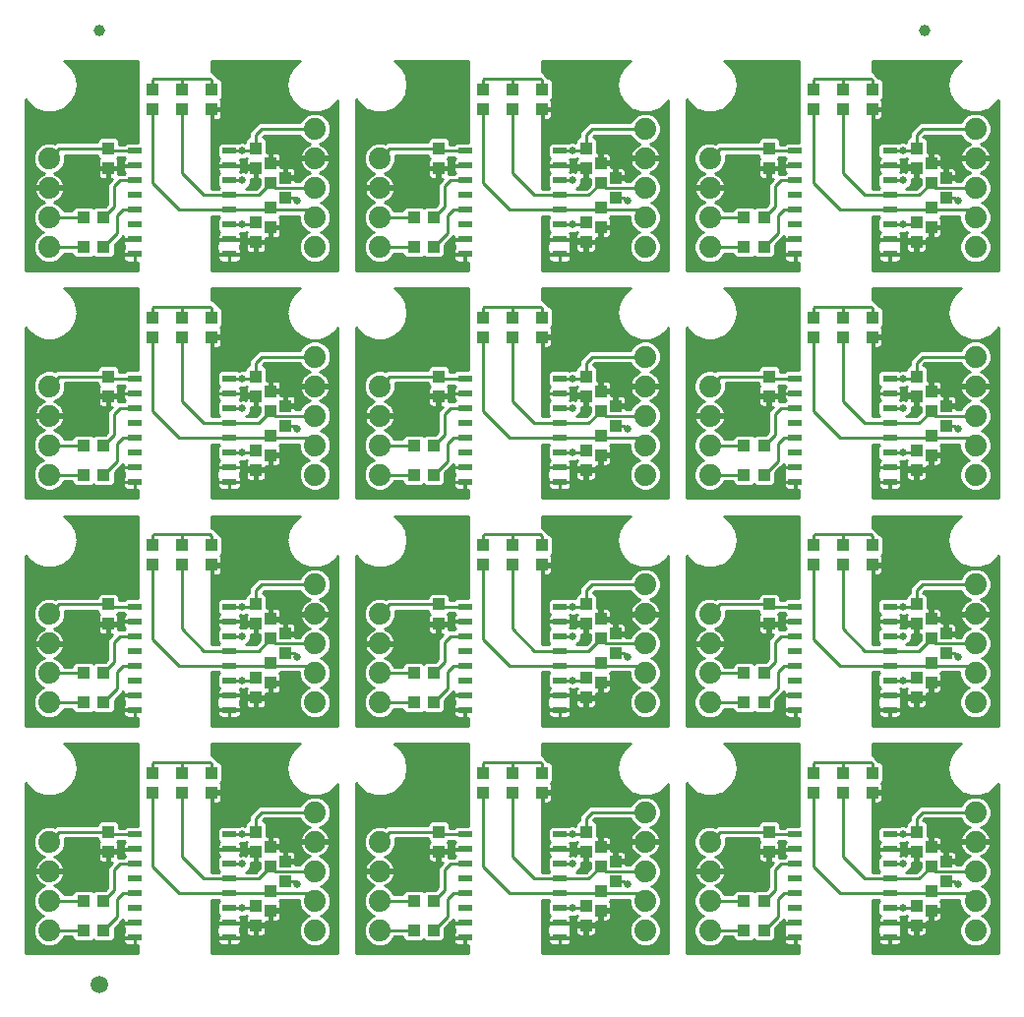
<source format=gtl>
G75*
%MOIN*%
%OFA0B0*%
%FSLAX25Y25*%
%IPPOS*%
%LPD*%
%AMOC8*
5,1,8,0,0,1.08239X$1,22.5*
%
%ADD10R,0.03937X0.04331*%
%ADD11R,0.04724X0.02362*%
%ADD12R,0.04331X0.03937*%
%ADD13C,0.07400*%
%ADD14C,0.03937*%
%ADD15C,0.05906*%
%ADD16C,0.01000*%
%ADD17C,0.02600*%
D10*
X0058750Y0065404D03*
X0058750Y0072096D03*
X0073750Y0085404D03*
X0073750Y0092096D03*
X0083750Y0092096D03*
X0083750Y0085404D03*
X0093750Y0085404D03*
X0093750Y0092096D03*
X0108750Y0072096D03*
X0108750Y0065404D03*
X0113750Y0067096D03*
X0118750Y0062096D03*
X0113750Y0060404D03*
X0118750Y0055404D03*
X0113750Y0052096D03*
X0113750Y0045404D03*
X0108750Y0047096D03*
X0108750Y0040404D03*
X0170671Y0065404D03*
X0170671Y0072096D03*
X0185671Y0085404D03*
X0185671Y0092096D03*
X0195671Y0092096D03*
X0195671Y0085404D03*
X0205671Y0085404D03*
X0205671Y0092096D03*
X0220671Y0072096D03*
X0220671Y0065404D03*
X0225671Y0067096D03*
X0230671Y0062096D03*
X0225671Y0060404D03*
X0230671Y0055404D03*
X0225671Y0052096D03*
X0225671Y0045404D03*
X0220671Y0047096D03*
X0220671Y0040404D03*
X0282592Y0065404D03*
X0282592Y0072096D03*
X0297592Y0085404D03*
X0297592Y0092096D03*
X0307592Y0092096D03*
X0307592Y0085404D03*
X0317592Y0085404D03*
X0317592Y0092096D03*
X0332592Y0072096D03*
X0332592Y0065404D03*
X0337592Y0067096D03*
X0342592Y0062096D03*
X0337592Y0060404D03*
X0342592Y0055404D03*
X0337592Y0052096D03*
X0337592Y0045404D03*
X0332592Y0047096D03*
X0332592Y0040404D03*
X0332592Y0117604D03*
X0332592Y0124297D03*
X0337592Y0122604D03*
X0337592Y0129297D03*
X0342592Y0132604D03*
X0342592Y0139297D03*
X0337592Y0137604D03*
X0337592Y0144297D03*
X0332592Y0142604D03*
X0332592Y0149297D03*
X0317592Y0162604D03*
X0317592Y0169297D03*
X0307592Y0169297D03*
X0307592Y0162604D03*
X0297592Y0162604D03*
X0297592Y0169297D03*
X0282592Y0149297D03*
X0282592Y0142604D03*
X0230671Y0139297D03*
X0225671Y0137604D03*
X0225671Y0144297D03*
X0220671Y0142604D03*
X0220671Y0149297D03*
X0230671Y0132604D03*
X0225671Y0129297D03*
X0225671Y0122604D03*
X0220671Y0124297D03*
X0220671Y0117604D03*
X0205671Y0162604D03*
X0205671Y0169297D03*
X0195671Y0169297D03*
X0195671Y0162604D03*
X0185671Y0162604D03*
X0185671Y0169297D03*
X0170671Y0149297D03*
X0170671Y0142604D03*
X0118750Y0139297D03*
X0113750Y0137604D03*
X0113750Y0144297D03*
X0108750Y0142604D03*
X0108750Y0149297D03*
X0118750Y0132604D03*
X0113750Y0129297D03*
X0113750Y0122604D03*
X0108750Y0124297D03*
X0108750Y0117604D03*
X0093750Y0162604D03*
X0093750Y0169297D03*
X0083750Y0169297D03*
X0083750Y0162604D03*
X0073750Y0162604D03*
X0073750Y0169297D03*
X0058750Y0149297D03*
X0058750Y0142604D03*
X0108750Y0194805D03*
X0108750Y0201498D03*
X0113750Y0199805D03*
X0113750Y0206498D03*
X0118750Y0209805D03*
X0118750Y0216498D03*
X0113750Y0214805D03*
X0113750Y0221498D03*
X0108750Y0219805D03*
X0108750Y0226498D03*
X0093750Y0239805D03*
X0093750Y0246498D03*
X0083750Y0246498D03*
X0083750Y0239805D03*
X0073750Y0239805D03*
X0073750Y0246498D03*
X0058750Y0226498D03*
X0058750Y0219805D03*
X0108750Y0272006D03*
X0108750Y0278699D03*
X0113750Y0277006D03*
X0113750Y0283699D03*
X0118750Y0287006D03*
X0118750Y0293699D03*
X0113750Y0292006D03*
X0113750Y0298699D03*
X0108750Y0297006D03*
X0108750Y0303699D03*
X0093750Y0317006D03*
X0093750Y0323699D03*
X0083750Y0323699D03*
X0083750Y0317006D03*
X0073750Y0317006D03*
X0073750Y0323699D03*
X0058750Y0303699D03*
X0058750Y0297006D03*
X0170671Y0297006D03*
X0170671Y0303699D03*
X0185671Y0317006D03*
X0185671Y0323699D03*
X0195671Y0323699D03*
X0195671Y0317006D03*
X0205671Y0317006D03*
X0205671Y0323699D03*
X0220671Y0303699D03*
X0220671Y0297006D03*
X0225671Y0298699D03*
X0225671Y0292006D03*
X0230671Y0293699D03*
X0230671Y0287006D03*
X0225671Y0283699D03*
X0225671Y0277006D03*
X0220671Y0278699D03*
X0220671Y0272006D03*
X0205671Y0246498D03*
X0205671Y0239805D03*
X0195671Y0239805D03*
X0195671Y0246498D03*
X0185671Y0246498D03*
X0185671Y0239805D03*
X0170671Y0226498D03*
X0170671Y0219805D03*
X0220671Y0219805D03*
X0225671Y0221498D03*
X0225671Y0214805D03*
X0230671Y0216498D03*
X0230671Y0209805D03*
X0225671Y0206498D03*
X0225671Y0199805D03*
X0220671Y0201498D03*
X0220671Y0194805D03*
X0220671Y0226498D03*
X0282592Y0226498D03*
X0282592Y0219805D03*
X0297592Y0239805D03*
X0297592Y0246498D03*
X0307592Y0246498D03*
X0307592Y0239805D03*
X0317592Y0239805D03*
X0317592Y0246498D03*
X0332592Y0226498D03*
X0332592Y0219805D03*
X0337592Y0221498D03*
X0337592Y0214805D03*
X0342592Y0216498D03*
X0342592Y0209805D03*
X0337592Y0206498D03*
X0337592Y0199805D03*
X0332592Y0201498D03*
X0332592Y0194805D03*
X0332592Y0272006D03*
X0332592Y0278699D03*
X0337592Y0277006D03*
X0337592Y0283699D03*
X0342592Y0287006D03*
X0342592Y0293699D03*
X0337592Y0292006D03*
X0337592Y0298699D03*
X0332592Y0297006D03*
X0332592Y0303699D03*
X0317592Y0317006D03*
X0317592Y0323699D03*
X0307592Y0323699D03*
X0307592Y0317006D03*
X0297592Y0317006D03*
X0297592Y0323699D03*
X0282592Y0303699D03*
X0282592Y0297006D03*
D11*
X0291569Y0297852D03*
X0291569Y0292852D03*
X0291569Y0287852D03*
X0291569Y0282852D03*
X0291569Y0277852D03*
X0291569Y0272852D03*
X0291569Y0267852D03*
X0323616Y0267852D03*
X0323616Y0272852D03*
X0323616Y0277852D03*
X0323616Y0282852D03*
X0323616Y0287852D03*
X0323616Y0292852D03*
X0323616Y0297852D03*
X0323616Y0302852D03*
X0291569Y0302852D03*
X0211695Y0302852D03*
X0211695Y0297852D03*
X0211695Y0292852D03*
X0211695Y0287852D03*
X0211695Y0282852D03*
X0211695Y0277852D03*
X0211695Y0272852D03*
X0211695Y0267852D03*
X0179648Y0267852D03*
X0179648Y0272852D03*
X0179648Y0277852D03*
X0179648Y0282852D03*
X0179648Y0287852D03*
X0179648Y0292852D03*
X0179648Y0297852D03*
X0179648Y0302852D03*
X0099774Y0302852D03*
X0099774Y0297852D03*
X0099774Y0292852D03*
X0099774Y0287852D03*
X0099774Y0282852D03*
X0099774Y0277852D03*
X0099774Y0272852D03*
X0099774Y0267852D03*
X0067726Y0267852D03*
X0067726Y0272852D03*
X0067726Y0277852D03*
X0067726Y0282852D03*
X0067726Y0287852D03*
X0067726Y0292852D03*
X0067726Y0297852D03*
X0067726Y0302852D03*
X0067726Y0225652D03*
X0067726Y0220652D03*
X0067726Y0215652D03*
X0067726Y0210652D03*
X0067726Y0205652D03*
X0067726Y0200652D03*
X0067726Y0195652D03*
X0067726Y0190652D03*
X0099774Y0190652D03*
X0099774Y0195652D03*
X0099774Y0200652D03*
X0099774Y0205652D03*
X0099774Y0210652D03*
X0099774Y0215652D03*
X0099774Y0220652D03*
X0099774Y0225652D03*
X0179648Y0225652D03*
X0179648Y0220652D03*
X0179648Y0215652D03*
X0179648Y0210652D03*
X0179648Y0205652D03*
X0179648Y0200652D03*
X0179648Y0195652D03*
X0179648Y0190652D03*
X0211695Y0190652D03*
X0211695Y0195652D03*
X0211695Y0200652D03*
X0211695Y0205652D03*
X0211695Y0210652D03*
X0211695Y0215652D03*
X0211695Y0220652D03*
X0211695Y0225652D03*
X0291569Y0225652D03*
X0291569Y0220652D03*
X0291569Y0215652D03*
X0291569Y0210652D03*
X0291569Y0205652D03*
X0291569Y0200652D03*
X0291569Y0195652D03*
X0291569Y0190652D03*
X0323616Y0190652D03*
X0323616Y0195652D03*
X0323616Y0200652D03*
X0323616Y0205652D03*
X0323616Y0210652D03*
X0323616Y0215652D03*
X0323616Y0220652D03*
X0323616Y0225652D03*
X0323616Y0148451D03*
X0323616Y0143451D03*
X0323616Y0138451D03*
X0323616Y0133451D03*
X0323616Y0128451D03*
X0323616Y0123451D03*
X0323616Y0118451D03*
X0323616Y0113451D03*
X0291569Y0113451D03*
X0291569Y0118451D03*
X0291569Y0123451D03*
X0291569Y0128451D03*
X0291569Y0133451D03*
X0291569Y0138451D03*
X0291569Y0143451D03*
X0291569Y0148451D03*
X0211695Y0148451D03*
X0211695Y0143451D03*
X0211695Y0138451D03*
X0211695Y0133451D03*
X0211695Y0128451D03*
X0211695Y0123451D03*
X0211695Y0118451D03*
X0211695Y0113451D03*
X0179648Y0113451D03*
X0179648Y0118451D03*
X0179648Y0123451D03*
X0179648Y0128451D03*
X0179648Y0133451D03*
X0179648Y0138451D03*
X0179648Y0143451D03*
X0179648Y0148451D03*
X0099774Y0148451D03*
X0099774Y0143451D03*
X0099774Y0138451D03*
X0099774Y0133451D03*
X0099774Y0128451D03*
X0099774Y0123451D03*
X0099774Y0118451D03*
X0099774Y0113451D03*
X0067726Y0113451D03*
X0067726Y0118451D03*
X0067726Y0123451D03*
X0067726Y0128451D03*
X0067726Y0133451D03*
X0067726Y0138451D03*
X0067726Y0143451D03*
X0067726Y0148451D03*
X0067726Y0071250D03*
X0067726Y0066250D03*
X0067726Y0061250D03*
X0067726Y0056250D03*
X0067726Y0051250D03*
X0067726Y0046250D03*
X0067726Y0041250D03*
X0067726Y0036250D03*
X0099774Y0036250D03*
X0099774Y0041250D03*
X0099774Y0046250D03*
X0099774Y0051250D03*
X0099774Y0056250D03*
X0099774Y0061250D03*
X0099774Y0066250D03*
X0099774Y0071250D03*
X0179648Y0071250D03*
X0179648Y0066250D03*
X0179648Y0061250D03*
X0179648Y0056250D03*
X0179648Y0051250D03*
X0179648Y0046250D03*
X0179648Y0041250D03*
X0179648Y0036250D03*
X0211695Y0036250D03*
X0211695Y0041250D03*
X0211695Y0046250D03*
X0211695Y0051250D03*
X0211695Y0056250D03*
X0211695Y0061250D03*
X0211695Y0066250D03*
X0211695Y0071250D03*
X0291569Y0071250D03*
X0291569Y0066250D03*
X0291569Y0061250D03*
X0291569Y0056250D03*
X0291569Y0051250D03*
X0291569Y0046250D03*
X0291569Y0041250D03*
X0291569Y0036250D03*
X0323616Y0036250D03*
X0323616Y0041250D03*
X0323616Y0046250D03*
X0323616Y0051250D03*
X0323616Y0056250D03*
X0323616Y0061250D03*
X0323616Y0066250D03*
X0323616Y0071250D03*
D12*
X0280939Y0048750D03*
X0274246Y0048750D03*
X0274246Y0038750D03*
X0280939Y0038750D03*
X0280939Y0115951D03*
X0274246Y0115951D03*
X0274246Y0125951D03*
X0280939Y0125951D03*
X0280939Y0193152D03*
X0274246Y0193152D03*
X0274246Y0203152D03*
X0280939Y0203152D03*
X0280939Y0270352D03*
X0274246Y0270352D03*
X0274246Y0280352D03*
X0280939Y0280352D03*
X0169018Y0280352D03*
X0162325Y0280352D03*
X0162325Y0270352D03*
X0169018Y0270352D03*
X0169018Y0203152D03*
X0162325Y0203152D03*
X0162325Y0193152D03*
X0169018Y0193152D03*
X0169018Y0125951D03*
X0162325Y0125951D03*
X0162325Y0115951D03*
X0169018Y0115951D03*
X0169018Y0048750D03*
X0162325Y0048750D03*
X0162325Y0038750D03*
X0169018Y0038750D03*
X0057096Y0038750D03*
X0050404Y0038750D03*
X0050404Y0048750D03*
X0057096Y0048750D03*
X0057096Y0115951D03*
X0050404Y0115951D03*
X0050404Y0125951D03*
X0057096Y0125951D03*
X0057096Y0193152D03*
X0050404Y0193152D03*
X0050404Y0203152D03*
X0057096Y0203152D03*
X0057096Y0270352D03*
X0050404Y0270352D03*
X0050404Y0280352D03*
X0057096Y0280352D03*
D13*
X0038750Y0280352D03*
X0038750Y0290352D03*
X0038750Y0300352D03*
X0038750Y0270352D03*
X0038750Y0223152D03*
X0038750Y0213152D03*
X0038750Y0203152D03*
X0038750Y0193152D03*
X0038750Y0145951D03*
X0038750Y0135951D03*
X0038750Y0125951D03*
X0038750Y0115951D03*
X0038750Y0068750D03*
X0038750Y0058750D03*
X0038750Y0048750D03*
X0038750Y0038750D03*
X0128750Y0038750D03*
X0128750Y0048750D03*
X0128750Y0058750D03*
X0128750Y0068750D03*
X0128750Y0078750D03*
X0150671Y0068750D03*
X0150671Y0058750D03*
X0150671Y0048750D03*
X0150671Y0038750D03*
X0150671Y0115951D03*
X0150671Y0125951D03*
X0150671Y0135951D03*
X0150671Y0145951D03*
X0128750Y0145951D03*
X0128750Y0155951D03*
X0128750Y0135951D03*
X0128750Y0125951D03*
X0128750Y0115951D03*
X0128750Y0193152D03*
X0128750Y0203152D03*
X0128750Y0213152D03*
X0128750Y0223152D03*
X0128750Y0233152D03*
X0150671Y0223152D03*
X0150671Y0213152D03*
X0150671Y0203152D03*
X0150671Y0193152D03*
X0150671Y0270352D03*
X0150671Y0280352D03*
X0150671Y0290352D03*
X0150671Y0300352D03*
X0128750Y0300352D03*
X0128750Y0310352D03*
X0128750Y0290352D03*
X0128750Y0280352D03*
X0128750Y0270352D03*
X0240671Y0270352D03*
X0240671Y0280352D03*
X0240671Y0290352D03*
X0240671Y0300352D03*
X0240671Y0310352D03*
X0262592Y0300352D03*
X0262592Y0290352D03*
X0262592Y0280352D03*
X0262592Y0270352D03*
X0240671Y0233152D03*
X0240671Y0223152D03*
X0240671Y0213152D03*
X0240671Y0203152D03*
X0240671Y0193152D03*
X0262592Y0193152D03*
X0262592Y0203152D03*
X0262592Y0213152D03*
X0262592Y0223152D03*
X0240671Y0155951D03*
X0240671Y0145951D03*
X0240671Y0135951D03*
X0240671Y0125951D03*
X0240671Y0115951D03*
X0262592Y0115951D03*
X0262592Y0125951D03*
X0262592Y0135951D03*
X0262592Y0145951D03*
X0240671Y0078750D03*
X0240671Y0068750D03*
X0240671Y0058750D03*
X0240671Y0048750D03*
X0240671Y0038750D03*
X0262592Y0038750D03*
X0262592Y0048750D03*
X0262592Y0058750D03*
X0262592Y0068750D03*
X0352592Y0068750D03*
X0352592Y0078750D03*
X0352592Y0058750D03*
X0352592Y0048750D03*
X0352592Y0038750D03*
X0352592Y0115951D03*
X0352592Y0125951D03*
X0352592Y0135951D03*
X0352592Y0145951D03*
X0352592Y0155951D03*
X0352592Y0193152D03*
X0352592Y0203152D03*
X0352592Y0213152D03*
X0352592Y0223152D03*
X0352592Y0233152D03*
X0352592Y0270352D03*
X0352592Y0280352D03*
X0352592Y0290352D03*
X0352592Y0300352D03*
X0352592Y0310352D03*
D14*
X0335514Y0343803D03*
X0055750Y0343803D03*
D15*
X0055750Y0020500D03*
D16*
X0030850Y0030850D02*
X0030850Y0088633D01*
X0031438Y0087615D01*
X0031438Y0087615D01*
X0033977Y0085484D01*
X0033977Y0085484D01*
X0037093Y0084350D01*
X0040407Y0084350D01*
X0043522Y0085484D01*
X0043523Y0085484D01*
X0046062Y0087615D01*
X0047719Y0090485D01*
X0047719Y0090485D01*
X0048295Y0093750D01*
X0047719Y0097015D01*
X0046062Y0099885D01*
X0046062Y0099885D01*
X0043720Y0101851D01*
X0068750Y0101851D01*
X0068750Y0074131D01*
X0064660Y0074131D01*
X0063979Y0073450D01*
X0062418Y0073450D01*
X0062418Y0074966D01*
X0061423Y0075962D01*
X0056077Y0075962D01*
X0055081Y0074966D01*
X0055081Y0074296D01*
X0041185Y0074296D01*
X0040683Y0073794D01*
X0039824Y0074150D01*
X0037676Y0074150D01*
X0035691Y0073328D01*
X0034172Y0071809D01*
X0033350Y0069824D01*
X0033350Y0067676D01*
X0034172Y0065691D01*
X0035691Y0064172D01*
X0036974Y0063641D01*
X0036754Y0063569D01*
X0036025Y0063197D01*
X0035362Y0062716D01*
X0034784Y0062138D01*
X0034303Y0061475D01*
X0033931Y0060746D01*
X0033678Y0059968D01*
X0033564Y0059250D01*
X0038250Y0059250D01*
X0038250Y0058250D01*
X0033564Y0058250D01*
X0033678Y0057532D01*
X0033931Y0056754D01*
X0034303Y0056025D01*
X0034784Y0055362D01*
X0035362Y0054784D01*
X0036025Y0054303D01*
X0036754Y0053931D01*
X0036974Y0053859D01*
X0035691Y0053328D01*
X0034172Y0051809D01*
X0033350Y0049824D01*
X0033350Y0047676D01*
X0034172Y0045691D01*
X0035691Y0044172D01*
X0036710Y0043750D01*
X0035691Y0043328D01*
X0034172Y0041809D01*
X0033350Y0039824D01*
X0033350Y0037676D01*
X0034172Y0035691D01*
X0035691Y0034172D01*
X0037676Y0033350D01*
X0039824Y0033350D01*
X0041809Y0034172D01*
X0043328Y0035691D01*
X0043684Y0036550D01*
X0046538Y0036550D01*
X0046538Y0036077D01*
X0047534Y0035081D01*
X0053273Y0035081D01*
X0053750Y0035558D01*
X0054227Y0035081D01*
X0059966Y0035081D01*
X0060962Y0036077D01*
X0060962Y0039504D01*
X0062661Y0041204D01*
X0063864Y0042406D01*
X0063864Y0041341D01*
X0067636Y0041341D01*
X0067636Y0041159D01*
X0063864Y0041159D01*
X0063864Y0039871D01*
X0063966Y0039490D01*
X0064050Y0039345D01*
X0064050Y0038155D01*
X0063966Y0038010D01*
X0063864Y0037629D01*
X0063864Y0036341D01*
X0067636Y0036341D01*
X0067636Y0036159D01*
X0067817Y0036159D01*
X0067817Y0033569D01*
X0068750Y0033569D01*
X0068750Y0030850D01*
X0030850Y0030850D01*
X0030850Y0031746D02*
X0068750Y0031746D01*
X0068750Y0032744D02*
X0030850Y0032744D01*
X0030850Y0033743D02*
X0036728Y0033743D01*
X0035122Y0034741D02*
X0030850Y0034741D01*
X0030850Y0035740D02*
X0034152Y0035740D01*
X0033738Y0036738D02*
X0030850Y0036738D01*
X0030850Y0037737D02*
X0033350Y0037737D01*
X0033350Y0038735D02*
X0030850Y0038735D01*
X0030850Y0039734D02*
X0033350Y0039734D01*
X0033726Y0040732D02*
X0030850Y0040732D01*
X0030850Y0041731D02*
X0034140Y0041731D01*
X0035092Y0042729D02*
X0030850Y0042729D01*
X0030850Y0043728D02*
X0036656Y0043728D01*
X0035137Y0044726D02*
X0030850Y0044726D01*
X0030850Y0045725D02*
X0034158Y0045725D01*
X0033745Y0046723D02*
X0030850Y0046723D01*
X0030850Y0047722D02*
X0033350Y0047722D01*
X0033350Y0048720D02*
X0030850Y0048720D01*
X0030850Y0049719D02*
X0033350Y0049719D01*
X0033720Y0050717D02*
X0030850Y0050717D01*
X0030850Y0051716D02*
X0034134Y0051716D01*
X0035078Y0052714D02*
X0030850Y0052714D01*
X0030850Y0053713D02*
X0036620Y0053713D01*
X0035462Y0054711D02*
X0030850Y0054711D01*
X0030850Y0055710D02*
X0034531Y0055710D01*
X0033954Y0056708D02*
X0030850Y0056708D01*
X0030850Y0057707D02*
X0033650Y0057707D01*
X0033636Y0059704D02*
X0030850Y0059704D01*
X0030850Y0060702D02*
X0033917Y0060702D01*
X0034466Y0061701D02*
X0030850Y0061701D01*
X0030850Y0062699D02*
X0035345Y0062699D01*
X0036836Y0063698D02*
X0030850Y0063698D01*
X0030850Y0064696D02*
X0035167Y0064696D01*
X0034171Y0065695D02*
X0030850Y0065695D01*
X0030850Y0066693D02*
X0033757Y0066693D01*
X0033350Y0067692D02*
X0030850Y0067692D01*
X0030850Y0068690D02*
X0033350Y0068690D01*
X0033350Y0069689D02*
X0030850Y0069689D01*
X0030850Y0070687D02*
X0033708Y0070687D01*
X0034121Y0071686D02*
X0030850Y0071686D01*
X0030850Y0072684D02*
X0035048Y0072684D01*
X0036548Y0073683D02*
X0030850Y0073683D01*
X0030850Y0074682D02*
X0055081Y0074682D01*
X0055796Y0075680D02*
X0030850Y0075680D01*
X0030850Y0076679D02*
X0068750Y0076679D01*
X0068750Y0077677D02*
X0030850Y0077677D01*
X0030850Y0078676D02*
X0068750Y0078676D01*
X0068750Y0079674D02*
X0030850Y0079674D01*
X0030850Y0080673D02*
X0068750Y0080673D01*
X0068750Y0081671D02*
X0030850Y0081671D01*
X0030850Y0082670D02*
X0068750Y0082670D01*
X0068750Y0083668D02*
X0030850Y0083668D01*
X0030850Y0084667D02*
X0036223Y0084667D01*
X0033761Y0085665D02*
X0030850Y0085665D01*
X0030850Y0086664D02*
X0032571Y0086664D01*
X0031411Y0087662D02*
X0030850Y0087662D01*
X0041277Y0084667D02*
X0068750Y0084667D01*
X0068750Y0085665D02*
X0043739Y0085665D01*
X0044929Y0086664D02*
X0068750Y0086664D01*
X0068750Y0087662D02*
X0046089Y0087662D01*
X0046062Y0087615D02*
X0046062Y0087615D01*
X0046062Y0087615D01*
X0046666Y0088661D02*
X0068750Y0088661D01*
X0068750Y0089659D02*
X0047242Y0089659D01*
X0047750Y0090658D02*
X0068750Y0090658D01*
X0068750Y0091656D02*
X0047926Y0091656D01*
X0048102Y0092655D02*
X0068750Y0092655D01*
X0068750Y0093653D02*
X0048278Y0093653D01*
X0048295Y0093750D02*
X0048295Y0093750D01*
X0048136Y0094652D02*
X0068750Y0094652D01*
X0068750Y0095650D02*
X0047960Y0095650D01*
X0047784Y0096649D02*
X0068750Y0096649D01*
X0068750Y0097647D02*
X0047354Y0097647D01*
X0047719Y0097015D02*
X0047719Y0097015D01*
X0046778Y0098646D02*
X0068750Y0098646D01*
X0068750Y0099644D02*
X0046201Y0099644D01*
X0045159Y0100643D02*
X0068750Y0100643D01*
X0068750Y0101641D02*
X0043969Y0101641D01*
X0040010Y0110628D02*
X0068750Y0110628D01*
X0068750Y0110770D02*
X0068750Y0108051D01*
X0030850Y0108051D01*
X0030850Y0165834D01*
X0031438Y0164815D01*
X0033977Y0162685D01*
X0033977Y0162685D01*
X0037093Y0161551D01*
X0040407Y0161551D01*
X0043522Y0162685D01*
X0043523Y0162685D02*
X0046062Y0164815D01*
X0047719Y0167686D01*
X0048295Y0170951D01*
X0047719Y0174215D01*
X0047719Y0174215D01*
X0046062Y0177086D01*
X0046062Y0177086D01*
X0043720Y0179052D01*
X0068750Y0179052D01*
X0068750Y0151332D01*
X0064660Y0151332D01*
X0063979Y0150651D01*
X0062418Y0150651D01*
X0062418Y0152167D01*
X0061423Y0153163D01*
X0056077Y0153163D01*
X0055081Y0152167D01*
X0055081Y0151497D01*
X0041185Y0151497D01*
X0040683Y0150995D01*
X0039824Y0151351D01*
X0037676Y0151351D01*
X0035691Y0150529D01*
X0034172Y0149010D01*
X0033350Y0147025D01*
X0033350Y0144877D01*
X0034172Y0142892D01*
X0035691Y0141373D01*
X0036974Y0140841D01*
X0036754Y0140770D01*
X0036025Y0140398D01*
X0035362Y0139917D01*
X0034784Y0139338D01*
X0034303Y0138676D01*
X0033931Y0137947D01*
X0033678Y0137168D01*
X0033564Y0136451D01*
X0038250Y0136451D01*
X0038250Y0135451D01*
X0033564Y0135451D01*
X0033678Y0134733D01*
X0033931Y0133955D01*
X0034303Y0133225D01*
X0034784Y0132563D01*
X0035362Y0131984D01*
X0036025Y0131503D01*
X0036754Y0131132D01*
X0036974Y0131060D01*
X0035691Y0130529D01*
X0034172Y0129010D01*
X0033350Y0127025D01*
X0033350Y0124877D01*
X0034172Y0122892D01*
X0035691Y0121373D01*
X0036710Y0120951D01*
X0035691Y0120529D01*
X0034172Y0119010D01*
X0033350Y0117025D01*
X0033350Y0114877D01*
X0034172Y0112892D01*
X0035691Y0111373D01*
X0037676Y0110551D01*
X0039824Y0110551D01*
X0041809Y0111373D01*
X0043328Y0112892D01*
X0043684Y0113751D01*
X0046538Y0113751D01*
X0046538Y0113278D01*
X0047534Y0112282D01*
X0053273Y0112282D01*
X0053750Y0112759D01*
X0054227Y0112282D01*
X0059966Y0112282D01*
X0060962Y0113278D01*
X0060962Y0116705D01*
X0062661Y0118404D01*
X0063864Y0119607D01*
X0063864Y0118541D01*
X0067636Y0118541D01*
X0067636Y0118360D01*
X0063864Y0118360D01*
X0063864Y0117072D01*
X0063966Y0116691D01*
X0064050Y0116546D01*
X0064050Y0115356D01*
X0063966Y0115211D01*
X0063864Y0114829D01*
X0063864Y0113541D01*
X0067636Y0113541D01*
X0067636Y0113360D01*
X0067817Y0113360D01*
X0067817Y0110770D01*
X0068750Y0110770D01*
X0067636Y0110770D02*
X0067636Y0113360D01*
X0063864Y0113360D01*
X0063864Y0112072D01*
X0063966Y0111691D01*
X0064164Y0111349D01*
X0064443Y0111069D01*
X0064785Y0110872D01*
X0065167Y0110770D01*
X0067636Y0110770D01*
X0067636Y0111626D02*
X0067817Y0111626D01*
X0067817Y0112625D02*
X0067636Y0112625D01*
X0067726Y0113451D02*
X0062250Y0113451D01*
X0060962Y0113623D02*
X0063864Y0113623D01*
X0063864Y0112625D02*
X0060309Y0112625D01*
X0060962Y0114622D02*
X0063864Y0114622D01*
X0064050Y0115620D02*
X0060962Y0115620D01*
X0060962Y0116619D02*
X0064008Y0116619D01*
X0063864Y0117618D02*
X0061874Y0117618D01*
X0062873Y0118616D02*
X0063864Y0118616D01*
X0061750Y0120604D02*
X0061750Y0126451D01*
X0063750Y0128451D01*
X0067726Y0128451D01*
X0060750Y0129604D02*
X0060750Y0136451D01*
X0062750Y0138451D01*
X0067726Y0138451D01*
X0064420Y0141092D02*
X0063979Y0140651D01*
X0062218Y0140651D01*
X0062218Y0142120D01*
X0059234Y0142120D01*
X0059234Y0138939D01*
X0060127Y0138939D01*
X0059839Y0138651D01*
X0058550Y0137362D01*
X0058550Y0130516D01*
X0057654Y0129619D01*
X0054227Y0129619D01*
X0053750Y0129142D01*
X0053273Y0129619D01*
X0047534Y0129619D01*
X0046538Y0128623D01*
X0046538Y0128151D01*
X0043684Y0128151D01*
X0043328Y0129010D01*
X0041809Y0130529D01*
X0040526Y0131060D01*
X0040746Y0131132D01*
X0041475Y0131503D01*
X0042138Y0131984D01*
X0042716Y0132563D01*
X0043197Y0133225D01*
X0043569Y0133955D01*
X0043822Y0134733D01*
X0043936Y0135451D01*
X0039250Y0135451D01*
X0039250Y0136451D01*
X0043936Y0136451D01*
X0043822Y0137168D01*
X0043569Y0137947D01*
X0043197Y0138676D01*
X0042716Y0139338D01*
X0042138Y0139917D01*
X0041475Y0140398D01*
X0040746Y0140770D01*
X0040526Y0140841D01*
X0041809Y0141373D01*
X0043328Y0142892D01*
X0044150Y0144877D01*
X0044150Y0147025D01*
X0044120Y0147097D01*
X0055081Y0147097D01*
X0055081Y0146428D01*
X0055700Y0145809D01*
X0055581Y0145691D01*
X0055384Y0145349D01*
X0055281Y0144967D01*
X0055281Y0143089D01*
X0058266Y0143089D01*
X0058266Y0142120D01*
X0059234Y0142120D01*
X0059234Y0143089D01*
X0062218Y0143089D01*
X0062218Y0144967D01*
X0062116Y0145349D01*
X0061919Y0145691D01*
X0061800Y0145809D01*
X0062242Y0146251D01*
X0063979Y0146251D01*
X0064420Y0145809D01*
X0064164Y0145553D01*
X0063966Y0145211D01*
X0063864Y0144829D01*
X0063864Y0143541D01*
X0067636Y0143541D01*
X0067636Y0143360D01*
X0063864Y0143360D01*
X0063864Y0142072D01*
X0063966Y0141691D01*
X0064164Y0141349D01*
X0064420Y0141092D01*
X0064029Y0141582D02*
X0062218Y0141582D01*
X0063864Y0142580D02*
X0059234Y0142580D01*
X0058266Y0142580D02*
X0043016Y0142580D01*
X0043612Y0143579D02*
X0055281Y0143579D01*
X0055281Y0144577D02*
X0044026Y0144577D01*
X0044150Y0145576D02*
X0055515Y0145576D01*
X0055081Y0146574D02*
X0044150Y0146574D01*
X0042096Y0149297D02*
X0058750Y0149297D01*
X0059596Y0148451D01*
X0067726Y0148451D01*
X0068750Y0151567D02*
X0062418Y0151567D01*
X0062020Y0152565D02*
X0068750Y0152565D01*
X0068750Y0153564D02*
X0030850Y0153564D01*
X0030850Y0154562D02*
X0068750Y0154562D01*
X0068750Y0155561D02*
X0030850Y0155561D01*
X0030850Y0156559D02*
X0068750Y0156559D01*
X0068750Y0157558D02*
X0030850Y0157558D01*
X0030850Y0158556D02*
X0068750Y0158556D01*
X0068750Y0159555D02*
X0030850Y0159555D01*
X0030850Y0160553D02*
X0068750Y0160553D01*
X0068750Y0161552D02*
X0040411Y0161552D01*
X0043154Y0162551D02*
X0068750Y0162551D01*
X0068750Y0163549D02*
X0044553Y0163549D01*
X0043523Y0162685D02*
X0043522Y0162685D01*
X0045743Y0164548D02*
X0068750Y0164548D01*
X0068750Y0165546D02*
X0046484Y0165546D01*
X0046062Y0164815D02*
X0046062Y0164815D01*
X0046062Y0164815D01*
X0047060Y0166545D02*
X0068750Y0166545D01*
X0068750Y0167543D02*
X0047637Y0167543D01*
X0047719Y0167686D02*
X0047719Y0167686D01*
X0047870Y0168542D02*
X0068750Y0168542D01*
X0068750Y0169540D02*
X0048046Y0169540D01*
X0048222Y0170539D02*
X0068750Y0170539D01*
X0068750Y0171537D02*
X0048192Y0171537D01*
X0048295Y0170951D02*
X0048295Y0170951D01*
X0048016Y0172536D02*
X0068750Y0172536D01*
X0068750Y0173534D02*
X0047839Y0173534D01*
X0047536Y0174533D02*
X0068750Y0174533D01*
X0068750Y0175531D02*
X0046960Y0175531D01*
X0046383Y0176530D02*
X0068750Y0176530D01*
X0068750Y0177528D02*
X0045535Y0177528D01*
X0044345Y0178527D02*
X0068750Y0178527D01*
X0068750Y0185252D02*
X0030850Y0185252D01*
X0030850Y0243035D01*
X0031438Y0242016D01*
X0031438Y0242016D01*
X0033977Y0239885D01*
X0037093Y0238752D01*
X0040407Y0238752D01*
X0043522Y0239885D01*
X0043523Y0239885D02*
X0046062Y0242016D01*
X0047719Y0244887D01*
X0048295Y0248152D01*
X0047719Y0251416D01*
X0046062Y0254287D01*
X0043720Y0256252D01*
X0068750Y0256252D01*
X0068750Y0228533D01*
X0064660Y0228533D01*
X0063979Y0227852D01*
X0062418Y0227852D01*
X0062418Y0229368D01*
X0061423Y0230363D01*
X0056077Y0230363D01*
X0055081Y0229368D01*
X0055081Y0228698D01*
X0041185Y0228698D01*
X0040683Y0228196D01*
X0039824Y0228552D01*
X0037676Y0228552D01*
X0035691Y0227729D01*
X0034172Y0226210D01*
X0033350Y0224226D01*
X0033350Y0222077D01*
X0034172Y0220093D01*
X0035691Y0218574D01*
X0036974Y0218042D01*
X0036754Y0217971D01*
X0036025Y0217599D01*
X0035362Y0217118D01*
X0034784Y0216539D01*
X0034303Y0215877D01*
X0033931Y0215148D01*
X0033678Y0214369D01*
X0033564Y0213652D01*
X0038250Y0213652D01*
X0038250Y0212652D01*
X0033564Y0212652D01*
X0033678Y0211934D01*
X0033931Y0211155D01*
X0034303Y0210426D01*
X0034784Y0209764D01*
X0035362Y0209185D01*
X0036025Y0208704D01*
X0036754Y0208333D01*
X0036974Y0208261D01*
X0035691Y0207729D01*
X0034172Y0206210D01*
X0033350Y0204226D01*
X0033350Y0202077D01*
X0034172Y0200093D01*
X0035691Y0198574D01*
X0036710Y0198152D01*
X0035691Y0197729D01*
X0034172Y0196210D01*
X0033350Y0194226D01*
X0033350Y0192077D01*
X0034172Y0190093D01*
X0035691Y0188574D01*
X0037676Y0187752D01*
X0039824Y0187752D01*
X0041809Y0188574D01*
X0043328Y0190093D01*
X0043684Y0190952D01*
X0046538Y0190952D01*
X0046538Y0190479D01*
X0047534Y0189483D01*
X0053273Y0189483D01*
X0053750Y0189960D01*
X0054227Y0189483D01*
X0059966Y0189483D01*
X0060962Y0190479D01*
X0060962Y0193906D01*
X0062661Y0195605D01*
X0062661Y0195605D01*
X0063864Y0196808D01*
X0063864Y0195742D01*
X0067636Y0195742D01*
X0067636Y0195561D01*
X0063864Y0195561D01*
X0063864Y0194273D01*
X0063966Y0193892D01*
X0064050Y0193747D01*
X0064050Y0192556D01*
X0063966Y0192412D01*
X0063864Y0192030D01*
X0063864Y0190742D01*
X0067636Y0190742D01*
X0067636Y0190561D01*
X0067817Y0190561D01*
X0067817Y0187970D01*
X0068750Y0187970D01*
X0068750Y0185252D01*
X0068750Y0185516D02*
X0030850Y0185516D01*
X0030850Y0186515D02*
X0068750Y0186515D01*
X0068750Y0187513D02*
X0030850Y0187513D01*
X0030850Y0188512D02*
X0035841Y0188512D01*
X0034755Y0189510D02*
X0030850Y0189510D01*
X0030850Y0190509D02*
X0034000Y0190509D01*
X0033586Y0191507D02*
X0030850Y0191507D01*
X0030850Y0192506D02*
X0033350Y0192506D01*
X0033350Y0193504D02*
X0030850Y0193504D01*
X0030850Y0194503D02*
X0033465Y0194503D01*
X0033878Y0195501D02*
X0030850Y0195501D01*
X0030850Y0196500D02*
X0034462Y0196500D01*
X0035460Y0197498D02*
X0030850Y0197498D01*
X0030850Y0198497D02*
X0035876Y0198497D01*
X0034769Y0199495D02*
X0030850Y0199495D01*
X0030850Y0200494D02*
X0034006Y0200494D01*
X0033592Y0201492D02*
X0030850Y0201492D01*
X0030850Y0202491D02*
X0033350Y0202491D01*
X0033350Y0203489D02*
X0030850Y0203489D01*
X0030850Y0204488D02*
X0033459Y0204488D01*
X0033872Y0205487D02*
X0030850Y0205487D01*
X0030850Y0206485D02*
X0034447Y0206485D01*
X0035445Y0207484D02*
X0030850Y0207484D01*
X0030850Y0208482D02*
X0036461Y0208482D01*
X0035067Y0209481D02*
X0030850Y0209481D01*
X0030850Y0210479D02*
X0034276Y0210479D01*
X0033826Y0211478D02*
X0030850Y0211478D01*
X0030850Y0212476D02*
X0033592Y0212476D01*
X0033712Y0214473D02*
X0030850Y0214473D01*
X0030850Y0213475D02*
X0038250Y0213475D01*
X0039250Y0213475D02*
X0058550Y0213475D01*
X0058550Y0214473D02*
X0043788Y0214473D01*
X0043822Y0214369D02*
X0043569Y0215148D01*
X0043197Y0215877D01*
X0042716Y0216539D01*
X0042138Y0217118D01*
X0041475Y0217599D01*
X0040746Y0217971D01*
X0040526Y0218042D01*
X0041809Y0218574D01*
X0043328Y0220093D01*
X0044150Y0222077D01*
X0044150Y0224226D01*
X0044120Y0224298D01*
X0055081Y0224298D01*
X0055081Y0223629D01*
X0055700Y0223010D01*
X0055581Y0222892D01*
X0055384Y0222549D01*
X0055281Y0222168D01*
X0055281Y0220289D01*
X0058266Y0220289D01*
X0058266Y0219321D01*
X0059234Y0219321D01*
X0059234Y0216140D01*
X0060127Y0216140D01*
X0059839Y0215852D01*
X0058550Y0214563D01*
X0058550Y0207716D01*
X0057654Y0206820D01*
X0054227Y0206820D01*
X0053750Y0206343D01*
X0053273Y0206820D01*
X0047534Y0206820D01*
X0046538Y0205824D01*
X0046538Y0205352D01*
X0043684Y0205352D01*
X0043328Y0206210D01*
X0041809Y0207729D01*
X0040526Y0208261D01*
X0040746Y0208333D01*
X0041475Y0208704D01*
X0042138Y0209185D01*
X0042716Y0209764D01*
X0043197Y0210426D01*
X0043569Y0211155D01*
X0043822Y0211934D01*
X0043936Y0212652D01*
X0039250Y0212652D01*
X0039250Y0213652D01*
X0043936Y0213652D01*
X0043822Y0214369D01*
X0043404Y0215472D02*
X0059459Y0215472D01*
X0059234Y0216470D02*
X0058266Y0216470D01*
X0058266Y0216140D02*
X0058266Y0219321D01*
X0055281Y0219321D01*
X0055281Y0217442D01*
X0055384Y0217061D01*
X0055581Y0216719D01*
X0055860Y0216439D01*
X0056203Y0216242D01*
X0056584Y0216140D01*
X0058266Y0216140D01*
X0058266Y0217469D02*
X0059234Y0217469D01*
X0059234Y0218467D02*
X0058266Y0218467D01*
X0058266Y0219466D02*
X0042701Y0219466D01*
X0043482Y0220464D02*
X0055281Y0220464D01*
X0055281Y0221463D02*
X0043895Y0221463D01*
X0044150Y0222461D02*
X0055360Y0222461D01*
X0055250Y0223460D02*
X0044150Y0223460D01*
X0042096Y0226498D02*
X0058750Y0226498D01*
X0059596Y0225652D01*
X0067726Y0225652D01*
X0068750Y0229451D02*
X0062335Y0229451D01*
X0062418Y0228452D02*
X0064580Y0228452D01*
X0068750Y0230449D02*
X0030850Y0230449D01*
X0030850Y0229451D02*
X0055165Y0229451D01*
X0061800Y0223010D02*
X0062242Y0223452D01*
X0063979Y0223452D01*
X0064420Y0223010D01*
X0064164Y0222754D01*
X0063966Y0222412D01*
X0063864Y0222030D01*
X0063864Y0220742D01*
X0067636Y0220742D01*
X0067636Y0220561D01*
X0063864Y0220561D01*
X0063864Y0219273D01*
X0063966Y0218892D01*
X0064164Y0218549D01*
X0064420Y0218293D01*
X0063979Y0217852D01*
X0062218Y0217852D01*
X0062218Y0219321D01*
X0059234Y0219321D01*
X0059234Y0220289D01*
X0062218Y0220289D01*
X0062218Y0222168D01*
X0062116Y0222549D01*
X0061919Y0222892D01*
X0061800Y0223010D01*
X0062140Y0222461D02*
X0063995Y0222461D01*
X0063864Y0221463D02*
X0062218Y0221463D01*
X0062218Y0220464D02*
X0063864Y0220464D01*
X0063864Y0219466D02*
X0059234Y0219466D01*
X0062218Y0218467D02*
X0064246Y0218467D01*
X0062750Y0215652D02*
X0060750Y0213652D01*
X0060750Y0206805D01*
X0057096Y0203152D01*
X0058317Y0207484D02*
X0042055Y0207484D01*
X0043053Y0206485D02*
X0047199Y0206485D01*
X0046538Y0205487D02*
X0043628Y0205487D01*
X0041039Y0208482D02*
X0058550Y0208482D01*
X0058550Y0209481D02*
X0042433Y0209481D01*
X0043224Y0210479D02*
X0058550Y0210479D01*
X0058550Y0211478D02*
X0043674Y0211478D01*
X0043908Y0212476D02*
X0058550Y0212476D01*
X0055830Y0216470D02*
X0042766Y0216470D01*
X0041655Y0217469D02*
X0055281Y0217469D01*
X0055281Y0218467D02*
X0041552Y0218467D01*
X0038750Y0223152D02*
X0042096Y0226498D01*
X0040939Y0228452D02*
X0040064Y0228452D01*
X0037436Y0228452D02*
X0030850Y0228452D01*
X0030850Y0227454D02*
X0035415Y0227454D01*
X0034417Y0226455D02*
X0030850Y0226455D01*
X0030850Y0225457D02*
X0033860Y0225457D01*
X0033446Y0224458D02*
X0030850Y0224458D01*
X0030850Y0223460D02*
X0033350Y0223460D01*
X0033350Y0222461D02*
X0030850Y0222461D01*
X0030850Y0221463D02*
X0033605Y0221463D01*
X0034018Y0220464D02*
X0030850Y0220464D01*
X0030850Y0219466D02*
X0034799Y0219466D01*
X0035948Y0218467D02*
X0030850Y0218467D01*
X0030850Y0217469D02*
X0035845Y0217469D01*
X0034734Y0216470D02*
X0030850Y0216470D01*
X0030850Y0215472D02*
X0034096Y0215472D01*
X0038750Y0203152D02*
X0050404Y0203152D01*
X0053608Y0206485D02*
X0053892Y0206485D01*
X0061750Y0203652D02*
X0061750Y0197805D01*
X0057096Y0193152D01*
X0060962Y0193504D02*
X0064050Y0193504D01*
X0064021Y0192506D02*
X0060962Y0192506D01*
X0060962Y0191507D02*
X0063864Y0191507D01*
X0063864Y0190561D02*
X0063864Y0189273D01*
X0063966Y0188892D01*
X0064164Y0188549D01*
X0064443Y0188270D01*
X0064785Y0188073D01*
X0065167Y0187970D01*
X0067636Y0187970D01*
X0067636Y0190561D01*
X0063864Y0190561D01*
X0063864Y0190509D02*
X0060962Y0190509D01*
X0062250Y0190652D02*
X0067726Y0190652D01*
X0067636Y0190509D02*
X0067817Y0190509D01*
X0067817Y0189510D02*
X0067636Y0189510D01*
X0067636Y0188512D02*
X0067817Y0188512D01*
X0064202Y0188512D02*
X0041659Y0188512D01*
X0042745Y0189510D02*
X0047507Y0189510D01*
X0046538Y0190509D02*
X0043500Y0190509D01*
X0038750Y0193152D02*
X0050404Y0193152D01*
X0053300Y0189510D02*
X0054200Y0189510D01*
X0059993Y0189510D02*
X0063864Y0189510D01*
X0063864Y0194503D02*
X0061559Y0194503D01*
X0062558Y0195501D02*
X0063864Y0195501D01*
X0063864Y0196500D02*
X0063556Y0196500D01*
X0061750Y0203652D02*
X0063750Y0205652D01*
X0067726Y0205652D01*
X0067726Y0215652D02*
X0062750Y0215652D01*
X0073750Y0214652D02*
X0073750Y0239805D01*
X0068750Y0239436D02*
X0042288Y0239436D01*
X0043522Y0239885D02*
X0043523Y0239885D01*
X0044177Y0240434D02*
X0068750Y0240434D01*
X0068750Y0241433D02*
X0045367Y0241433D01*
X0046062Y0242016D02*
X0046062Y0242016D01*
X0046062Y0242016D01*
X0046302Y0242431D02*
X0068750Y0242431D01*
X0068750Y0243430D02*
X0046878Y0243430D01*
X0047455Y0244428D02*
X0068750Y0244428D01*
X0068750Y0245427D02*
X0047815Y0245427D01*
X0047719Y0244887D02*
X0047719Y0244887D01*
X0047991Y0246425D02*
X0068750Y0246425D01*
X0068750Y0247424D02*
X0048167Y0247424D01*
X0048295Y0248152D02*
X0048295Y0248152D01*
X0048247Y0248422D02*
X0068750Y0248422D01*
X0068750Y0249421D02*
X0048071Y0249421D01*
X0047895Y0250420D02*
X0068750Y0250420D01*
X0068750Y0251418D02*
X0047718Y0251418D01*
X0047719Y0251416D02*
X0047719Y0251416D01*
X0047142Y0252417D02*
X0068750Y0252417D01*
X0068750Y0253415D02*
X0046565Y0253415D01*
X0046062Y0254287D02*
X0046062Y0254287D01*
X0045911Y0254414D02*
X0068750Y0254414D01*
X0068750Y0255412D02*
X0044721Y0255412D01*
X0040898Y0265397D02*
X0064571Y0265397D01*
X0064443Y0265471D02*
X0064785Y0265274D01*
X0065167Y0265171D01*
X0067636Y0265171D01*
X0067636Y0267762D01*
X0067817Y0267762D01*
X0067817Y0265171D01*
X0068750Y0265171D01*
X0068750Y0262452D01*
X0030850Y0262452D01*
X0030850Y0320236D01*
X0031438Y0319217D01*
X0033977Y0317086D01*
X0033977Y0317086D01*
X0037093Y0315952D01*
X0040407Y0315952D01*
X0043522Y0317086D01*
X0043523Y0317086D01*
X0046062Y0319217D01*
X0047719Y0322088D01*
X0048295Y0325352D01*
X0048295Y0325352D01*
X0047719Y0328617D01*
X0046062Y0331488D01*
X0043720Y0333453D01*
X0068750Y0333453D01*
X0068750Y0305733D01*
X0064660Y0305733D01*
X0063979Y0305052D01*
X0062418Y0305052D01*
X0062418Y0306568D01*
X0061423Y0307564D01*
X0056077Y0307564D01*
X0055081Y0306568D01*
X0055081Y0305899D01*
X0041185Y0305899D01*
X0040683Y0305397D01*
X0039824Y0305752D01*
X0037676Y0305752D01*
X0035691Y0304930D01*
X0034172Y0303411D01*
X0033350Y0301427D01*
X0033350Y0299278D01*
X0034172Y0297294D01*
X0035691Y0295774D01*
X0036974Y0295243D01*
X0036754Y0295171D01*
X0036025Y0294800D01*
X0035362Y0294319D01*
X0034784Y0293740D01*
X0034303Y0293078D01*
X0033931Y0292348D01*
X0033678Y0291570D01*
X0033564Y0290852D01*
X0038250Y0290852D01*
X0038250Y0289852D01*
X0033564Y0289852D01*
X0033678Y0289135D01*
X0033931Y0288356D01*
X0034303Y0287627D01*
X0034784Y0286965D01*
X0035362Y0286386D01*
X0036025Y0285905D01*
X0036754Y0285533D01*
X0036974Y0285462D01*
X0035691Y0284930D01*
X0034172Y0283411D01*
X0033350Y0281427D01*
X0033350Y0279278D01*
X0034172Y0277294D01*
X0035691Y0275774D01*
X0036710Y0275352D01*
X0035691Y0274930D01*
X0034172Y0273411D01*
X0033350Y0271427D01*
X0033350Y0269278D01*
X0034172Y0267294D01*
X0035691Y0265774D01*
X0037676Y0264952D01*
X0039824Y0264952D01*
X0041809Y0265774D01*
X0043328Y0267294D01*
X0043684Y0268152D01*
X0046538Y0268152D01*
X0046538Y0267680D01*
X0047534Y0266684D01*
X0053273Y0266684D01*
X0053750Y0267161D01*
X0054227Y0266684D01*
X0059966Y0266684D01*
X0060962Y0267680D01*
X0060962Y0271106D01*
X0062661Y0272806D01*
X0063864Y0274009D01*
X0063864Y0272943D01*
X0067636Y0272943D01*
X0067636Y0272762D01*
X0063864Y0272762D01*
X0063864Y0271474D01*
X0063966Y0271092D01*
X0064050Y0270948D01*
X0064050Y0269757D01*
X0063966Y0269612D01*
X0063864Y0269231D01*
X0063864Y0267943D01*
X0067636Y0267943D01*
X0067636Y0267762D01*
X0063864Y0267762D01*
X0063864Y0266474D01*
X0063966Y0266092D01*
X0064164Y0265750D01*
X0064443Y0265471D01*
X0063885Y0266396D02*
X0042430Y0266396D01*
X0043370Y0267394D02*
X0046824Y0267394D01*
X0050404Y0270352D02*
X0038750Y0270352D01*
X0033350Y0270390D02*
X0030850Y0270390D01*
X0030850Y0271388D02*
X0033350Y0271388D01*
X0033748Y0272387D02*
X0030850Y0272387D01*
X0030850Y0273385D02*
X0034161Y0273385D01*
X0035145Y0274384D02*
X0030850Y0274384D01*
X0030850Y0275382D02*
X0036638Y0275382D01*
X0035085Y0276381D02*
X0030850Y0276381D01*
X0030850Y0277379D02*
X0034137Y0277379D01*
X0033723Y0278378D02*
X0030850Y0278378D01*
X0030850Y0279376D02*
X0033350Y0279376D01*
X0033350Y0280375D02*
X0030850Y0280375D01*
X0030850Y0281373D02*
X0033350Y0281373D01*
X0033742Y0282372D02*
X0030850Y0282372D01*
X0030850Y0283370D02*
X0034155Y0283370D01*
X0035130Y0284369D02*
X0030850Y0284369D01*
X0030850Y0285367D02*
X0036746Y0285367D01*
X0035390Y0286366D02*
X0030850Y0286366D01*
X0030850Y0287364D02*
X0034493Y0287364D01*
X0033929Y0288363D02*
X0030850Y0288363D01*
X0030850Y0289361D02*
X0033642Y0289361D01*
X0033645Y0291358D02*
X0030850Y0291358D01*
X0030850Y0290360D02*
X0038250Y0290360D01*
X0039250Y0290360D02*
X0058550Y0290360D01*
X0058550Y0291358D02*
X0043855Y0291358D01*
X0043822Y0291570D02*
X0043569Y0292348D01*
X0043197Y0293078D01*
X0042716Y0293740D01*
X0042138Y0294319D01*
X0041475Y0294800D01*
X0040746Y0295171D01*
X0040526Y0295243D01*
X0041809Y0295774D01*
X0043328Y0297294D01*
X0044150Y0299278D01*
X0044150Y0301427D01*
X0044120Y0301499D01*
X0055081Y0301499D01*
X0055081Y0300829D01*
X0055700Y0300211D01*
X0055581Y0300092D01*
X0055384Y0299750D01*
X0055281Y0299369D01*
X0055281Y0297490D01*
X0058266Y0297490D01*
X0058266Y0296522D01*
X0059234Y0296522D01*
X0059234Y0293341D01*
X0060127Y0293341D01*
X0059839Y0293052D01*
X0058550Y0291764D01*
X0058550Y0284917D01*
X0057654Y0284021D01*
X0054227Y0284021D01*
X0053750Y0283544D01*
X0053273Y0284021D01*
X0047534Y0284021D01*
X0046538Y0283025D01*
X0046538Y0282552D01*
X0043684Y0282552D01*
X0043328Y0283411D01*
X0041809Y0284930D01*
X0040526Y0285462D01*
X0040746Y0285533D01*
X0041475Y0285905D01*
X0042138Y0286386D01*
X0042716Y0286965D01*
X0043197Y0287627D01*
X0043569Y0288356D01*
X0043822Y0289135D01*
X0043936Y0289852D01*
X0039250Y0289852D01*
X0039250Y0290852D01*
X0043936Y0290852D01*
X0043822Y0291570D01*
X0043565Y0292357D02*
X0059143Y0292357D01*
X0059234Y0293355D02*
X0058266Y0293355D01*
X0058266Y0293341D02*
X0058266Y0296522D01*
X0055281Y0296522D01*
X0055281Y0294643D01*
X0055384Y0294262D01*
X0055581Y0293920D01*
X0055860Y0293640D01*
X0056203Y0293443D01*
X0056584Y0293341D01*
X0058266Y0293341D01*
X0058266Y0294354D02*
X0059234Y0294354D01*
X0059234Y0295353D02*
X0058266Y0295353D01*
X0058266Y0296351D02*
X0059234Y0296351D01*
X0059234Y0296522D02*
X0059234Y0297490D01*
X0062218Y0297490D01*
X0062218Y0299369D01*
X0062116Y0299750D01*
X0061919Y0300092D01*
X0061800Y0300211D01*
X0062242Y0300652D01*
X0063979Y0300652D01*
X0064420Y0300211D01*
X0064164Y0299955D01*
X0063966Y0299612D01*
X0063864Y0299231D01*
X0063864Y0297943D01*
X0067636Y0297943D01*
X0067636Y0297762D01*
X0063864Y0297762D01*
X0063864Y0296474D01*
X0063966Y0296092D01*
X0064164Y0295750D01*
X0064420Y0295494D01*
X0063979Y0295052D01*
X0062218Y0295052D01*
X0062218Y0296522D01*
X0059234Y0296522D01*
X0059234Y0297350D02*
X0063864Y0297350D01*
X0063864Y0298348D02*
X0062218Y0298348D01*
X0062218Y0299347D02*
X0063895Y0299347D01*
X0064286Y0300345D02*
X0061934Y0300345D01*
X0059596Y0302852D02*
X0058750Y0303699D01*
X0042096Y0303699D01*
X0038750Y0300352D01*
X0036710Y0295353D02*
X0030850Y0295353D01*
X0030850Y0296351D02*
X0035115Y0296351D01*
X0034149Y0297350D02*
X0030850Y0297350D01*
X0030850Y0298348D02*
X0033735Y0298348D01*
X0033350Y0299347D02*
X0030850Y0299347D01*
X0030850Y0300345D02*
X0033350Y0300345D01*
X0033350Y0301344D02*
X0030850Y0301344D01*
X0030850Y0302342D02*
X0033729Y0302342D01*
X0034143Y0303341D02*
X0030850Y0303341D01*
X0030850Y0304339D02*
X0035100Y0304339D01*
X0036675Y0305338D02*
X0030850Y0305338D01*
X0030850Y0306336D02*
X0055081Y0306336D01*
X0055848Y0307335D02*
X0030850Y0307335D01*
X0030850Y0308333D02*
X0068750Y0308333D01*
X0068750Y0307335D02*
X0061652Y0307335D01*
X0062418Y0306336D02*
X0068750Y0306336D01*
X0068750Y0309332D02*
X0030850Y0309332D01*
X0030850Y0310330D02*
X0068750Y0310330D01*
X0068750Y0311329D02*
X0030850Y0311329D01*
X0030850Y0312327D02*
X0068750Y0312327D01*
X0068750Y0313326D02*
X0030850Y0313326D01*
X0030850Y0314324D02*
X0068750Y0314324D01*
X0068750Y0315323D02*
X0030850Y0315323D01*
X0030850Y0316321D02*
X0036079Y0316321D01*
X0033699Y0317320D02*
X0030850Y0317320D01*
X0030850Y0318318D02*
X0032509Y0318318D01*
X0031438Y0319217D02*
X0031438Y0319217D01*
X0031380Y0319317D02*
X0030850Y0319317D01*
X0041421Y0316321D02*
X0068750Y0316321D01*
X0068750Y0317320D02*
X0043801Y0317320D01*
X0044991Y0318318D02*
X0068750Y0318318D01*
X0068750Y0319317D02*
X0046120Y0319317D01*
X0046062Y0319217D02*
X0046062Y0319217D01*
X0046062Y0319217D01*
X0046696Y0320315D02*
X0068750Y0320315D01*
X0068750Y0321314D02*
X0047272Y0321314D01*
X0047719Y0322088D02*
X0047719Y0322088D01*
X0047759Y0322312D02*
X0068750Y0322312D01*
X0068750Y0323311D02*
X0047935Y0323311D01*
X0048111Y0324309D02*
X0068750Y0324309D01*
X0068750Y0325308D02*
X0048287Y0325308D01*
X0048127Y0326306D02*
X0068750Y0326306D01*
X0068750Y0327305D02*
X0047951Y0327305D01*
X0047775Y0328303D02*
X0068750Y0328303D01*
X0068750Y0329302D02*
X0047324Y0329302D01*
X0047719Y0328617D02*
X0047719Y0328617D01*
X0046747Y0330300D02*
X0068750Y0330300D01*
X0068750Y0331299D02*
X0046171Y0331299D01*
X0046062Y0331488D02*
X0046062Y0331488D01*
X0045097Y0332297D02*
X0068750Y0332297D01*
X0068750Y0333296D02*
X0043907Y0333296D01*
X0073750Y0326852D02*
X0074250Y0327352D01*
X0083750Y0327352D01*
X0083750Y0323699D01*
X0083750Y0327352D02*
X0093250Y0327352D01*
X0093750Y0326852D01*
X0093750Y0323699D01*
X0097418Y0323311D02*
X0119565Y0323311D01*
X0119389Y0324309D02*
X0097418Y0324309D01*
X0097418Y0325308D02*
X0119213Y0325308D01*
X0119205Y0325352D02*
X0119781Y0322088D01*
X0121438Y0319217D01*
X0123977Y0317086D01*
X0123977Y0317086D01*
X0127093Y0315952D01*
X0130407Y0315952D01*
X0133522Y0317086D01*
X0133523Y0317086D01*
X0136062Y0319217D01*
X0136571Y0320099D01*
X0136571Y0262452D01*
X0093750Y0262452D01*
X0093750Y0280652D01*
X0096026Y0280652D01*
X0096326Y0280352D01*
X0095711Y0279738D01*
X0095711Y0275967D01*
X0096468Y0275211D01*
X0096211Y0274955D01*
X0096014Y0274612D01*
X0095911Y0274231D01*
X0095911Y0272943D01*
X0099683Y0272943D01*
X0099683Y0272762D01*
X0095911Y0272762D01*
X0095911Y0271625D01*
X0095550Y0271264D01*
X0095550Y0269441D01*
X0095911Y0269080D01*
X0095911Y0267943D01*
X0099683Y0267943D01*
X0099683Y0267762D01*
X0095911Y0267762D01*
X0095911Y0266474D01*
X0096014Y0266092D01*
X0096211Y0265750D01*
X0096490Y0265471D01*
X0096832Y0265274D01*
X0097214Y0265171D01*
X0099683Y0265171D01*
X0099683Y0267762D01*
X0099864Y0267762D01*
X0099864Y0265171D01*
X0102333Y0265171D01*
X0102715Y0265274D01*
X0103057Y0265471D01*
X0103336Y0265750D01*
X0103534Y0266092D01*
X0103636Y0266474D01*
X0103636Y0267762D01*
X0099864Y0267762D01*
X0099864Y0267943D01*
X0103636Y0267943D01*
X0103636Y0269231D01*
X0103534Y0269612D01*
X0103450Y0269757D01*
X0103450Y0270948D01*
X0103534Y0271092D01*
X0103636Y0271474D01*
X0103636Y0272762D01*
X0099864Y0272762D01*
X0099864Y0272943D01*
X0103636Y0272943D01*
X0103636Y0274231D01*
X0103534Y0274612D01*
X0103336Y0274955D01*
X0103286Y0275004D01*
X0103653Y0274852D01*
X0104847Y0274852D01*
X0105691Y0275202D01*
X0105581Y0275092D01*
X0105384Y0274750D01*
X0105281Y0274369D01*
X0105281Y0272490D01*
X0108266Y0272490D01*
X0108266Y0271522D01*
X0109234Y0271522D01*
X0109234Y0272490D01*
X0112218Y0272490D01*
X0112218Y0273341D01*
X0113266Y0273341D01*
X0113266Y0276522D01*
X0114234Y0276522D01*
X0114234Y0277490D01*
X0117218Y0277490D01*
X0117218Y0279369D01*
X0117116Y0279750D01*
X0116919Y0280092D01*
X0116800Y0280211D01*
X0117242Y0280652D01*
X0123350Y0280652D01*
X0123350Y0279278D01*
X0124172Y0277294D01*
X0125691Y0275774D01*
X0126710Y0275352D01*
X0125691Y0274930D01*
X0124172Y0273411D01*
X0123350Y0271427D01*
X0123350Y0269278D01*
X0124172Y0267294D01*
X0125691Y0265774D01*
X0127676Y0264952D01*
X0129824Y0264952D01*
X0131809Y0265774D01*
X0133328Y0267294D01*
X0134150Y0269278D01*
X0134150Y0271427D01*
X0133328Y0273411D01*
X0131809Y0274930D01*
X0130790Y0275352D01*
X0131809Y0275774D01*
X0133328Y0277294D01*
X0134150Y0279278D01*
X0134150Y0281427D01*
X0133328Y0283411D01*
X0131809Y0284930D01*
X0130790Y0285352D01*
X0131809Y0285774D01*
X0133328Y0287294D01*
X0134150Y0289278D01*
X0134150Y0291427D01*
X0133328Y0293411D01*
X0131809Y0294930D01*
X0130526Y0295462D01*
X0130746Y0295533D01*
X0131475Y0295905D01*
X0132138Y0296386D01*
X0132716Y0296965D01*
X0133197Y0297627D01*
X0133569Y0298356D01*
X0133822Y0299135D01*
X0133936Y0299852D01*
X0129250Y0299852D01*
X0129250Y0300852D01*
X0133936Y0300852D01*
X0133822Y0301570D01*
X0133569Y0302348D01*
X0133197Y0303078D01*
X0132716Y0303740D01*
X0132138Y0304319D01*
X0131475Y0304800D01*
X0130746Y0305171D01*
X0130526Y0305243D01*
X0131809Y0305774D01*
X0133328Y0307294D01*
X0134150Y0309278D01*
X0134150Y0311427D01*
X0133328Y0313411D01*
X0131809Y0314930D01*
X0129824Y0315752D01*
X0127676Y0315752D01*
X0125691Y0314930D01*
X0124172Y0313411D01*
X0123816Y0312552D01*
X0109839Y0312552D01*
X0108550Y0311264D01*
X0106550Y0309264D01*
X0106550Y0307564D01*
X0106077Y0307564D01*
X0105081Y0306568D01*
X0105081Y0305755D01*
X0104847Y0305852D01*
X0103653Y0305852D01*
X0102994Y0305579D01*
X0102840Y0305733D01*
X0096707Y0305733D01*
X0095711Y0304738D01*
X0095711Y0300967D01*
X0096468Y0300211D01*
X0096211Y0299955D01*
X0096014Y0299612D01*
X0095911Y0299231D01*
X0095911Y0297943D01*
X0099683Y0297943D01*
X0099683Y0297762D01*
X0095911Y0297762D01*
X0095911Y0296474D01*
X0096014Y0296092D01*
X0096211Y0295750D01*
X0096468Y0295494D01*
X0095711Y0294738D01*
X0095711Y0290967D01*
X0096326Y0290352D01*
X0096026Y0290052D01*
X0093750Y0290052D01*
X0093750Y0316522D01*
X0094234Y0316522D01*
X0094234Y0317490D01*
X0097218Y0317490D01*
X0097218Y0319369D01*
X0097116Y0319750D01*
X0096919Y0320092D01*
X0096800Y0320211D01*
X0097418Y0320829D01*
X0097418Y0326568D01*
X0096423Y0327564D01*
X0095950Y0327564D01*
X0095950Y0327764D01*
X0094661Y0329052D01*
X0094161Y0329552D01*
X0093750Y0329552D01*
X0093750Y0333453D01*
X0123780Y0333453D01*
X0121438Y0331488D01*
X0121438Y0331488D01*
X0121438Y0331488D01*
X0119781Y0328617D01*
X0119205Y0325352D01*
X0119205Y0325352D01*
X0119373Y0326306D02*
X0097418Y0326306D01*
X0096682Y0327305D02*
X0119549Y0327305D01*
X0119725Y0328303D02*
X0095410Y0328303D01*
X0094412Y0329302D02*
X0120176Y0329302D01*
X0119781Y0328617D02*
X0119781Y0328617D01*
X0120753Y0330300D02*
X0093750Y0330300D01*
X0093750Y0331299D02*
X0121329Y0331299D01*
X0122403Y0332297D02*
X0093750Y0332297D01*
X0093750Y0333296D02*
X0123593Y0333296D01*
X0119741Y0322312D02*
X0097418Y0322312D01*
X0097418Y0321314D02*
X0120227Y0321314D01*
X0119781Y0322088D02*
X0119781Y0322088D01*
X0120804Y0320315D02*
X0096904Y0320315D01*
X0097218Y0319317D02*
X0121380Y0319317D01*
X0121438Y0319217D02*
X0121438Y0319217D01*
X0122509Y0318318D02*
X0097218Y0318318D01*
X0098096Y0317006D02*
X0093750Y0317006D01*
X0094234Y0317320D02*
X0123699Y0317320D01*
X0126079Y0316321D02*
X0097218Y0316321D01*
X0097218Y0316522D02*
X0094234Y0316522D01*
X0094234Y0313341D01*
X0095916Y0313341D01*
X0096297Y0313443D01*
X0096640Y0313640D01*
X0096919Y0313920D01*
X0097116Y0314262D01*
X0097218Y0314643D01*
X0097218Y0316522D01*
X0098096Y0317006D02*
X0098250Y0316852D01*
X0097218Y0315323D02*
X0126639Y0315323D01*
X0125085Y0314324D02*
X0097133Y0314324D01*
X0094234Y0314324D02*
X0093750Y0314324D01*
X0093750Y0313326D02*
X0124137Y0313326D01*
X0123816Y0308152D02*
X0124172Y0307294D01*
X0125691Y0305774D01*
X0126974Y0305243D01*
X0126754Y0305171D01*
X0126025Y0304800D01*
X0125362Y0304319D01*
X0124784Y0303740D01*
X0124303Y0303078D01*
X0123931Y0302348D01*
X0123678Y0301570D01*
X0123564Y0300852D01*
X0128250Y0300852D01*
X0128250Y0299852D01*
X0123564Y0299852D01*
X0123678Y0299135D01*
X0123931Y0298356D01*
X0124303Y0297627D01*
X0124784Y0296965D01*
X0125362Y0296386D01*
X0126025Y0295905D01*
X0126754Y0295533D01*
X0126974Y0295462D01*
X0125691Y0294930D01*
X0124172Y0293411D01*
X0123816Y0292552D01*
X0122218Y0292552D01*
X0122218Y0293215D01*
X0119234Y0293215D01*
X0119234Y0294183D01*
X0118266Y0294183D01*
X0118266Y0297364D01*
X0117218Y0297364D01*
X0117218Y0298215D01*
X0114234Y0298215D01*
X0114234Y0299183D01*
X0113266Y0299183D01*
X0113266Y0302364D01*
X0112418Y0302364D01*
X0112418Y0306568D01*
X0111423Y0307564D01*
X0111073Y0307564D01*
X0111661Y0308152D01*
X0123816Y0308152D01*
X0124155Y0307335D02*
X0111652Y0307335D01*
X0112418Y0306336D02*
X0125129Y0306336D01*
X0126746Y0305338D02*
X0112418Y0305338D01*
X0112418Y0304339D02*
X0125391Y0304339D01*
X0124494Y0303341D02*
X0112418Y0303341D01*
X0113266Y0302342D02*
X0114234Y0302342D01*
X0114234Y0302364D02*
X0114234Y0299183D01*
X0117218Y0299183D01*
X0117218Y0301062D01*
X0117116Y0301443D01*
X0116919Y0301785D01*
X0116640Y0302064D01*
X0116297Y0302262D01*
X0115916Y0302364D01*
X0114234Y0302364D01*
X0114234Y0301344D02*
X0113266Y0301344D01*
X0113266Y0300345D02*
X0114234Y0300345D01*
X0114234Y0299347D02*
X0113266Y0299347D01*
X0114234Y0298348D02*
X0123935Y0298348D01*
X0123644Y0299347D02*
X0117218Y0299347D01*
X0117218Y0300345D02*
X0128250Y0300345D01*
X0129250Y0300345D02*
X0136571Y0300345D01*
X0136571Y0299347D02*
X0133855Y0299347D01*
X0133565Y0298348D02*
X0136571Y0298348D01*
X0136571Y0297350D02*
X0132996Y0297350D01*
X0132089Y0296351D02*
X0136571Y0296351D01*
X0136571Y0295353D02*
X0130789Y0295353D01*
X0132385Y0294354D02*
X0136571Y0294354D01*
X0136571Y0293355D02*
X0133351Y0293355D01*
X0133765Y0292357D02*
X0136571Y0292357D01*
X0136571Y0291358D02*
X0134150Y0291358D01*
X0134150Y0290360D02*
X0136571Y0290360D01*
X0136571Y0289361D02*
X0134150Y0289361D01*
X0133771Y0288363D02*
X0136571Y0288363D01*
X0136571Y0287364D02*
X0133357Y0287364D01*
X0132400Y0286366D02*
X0136571Y0286366D01*
X0136571Y0285367D02*
X0130826Y0285367D01*
X0132370Y0284369D02*
X0136571Y0284369D01*
X0136571Y0283370D02*
X0133345Y0283370D01*
X0133758Y0282372D02*
X0136571Y0282372D01*
X0136571Y0281373D02*
X0134150Y0281373D01*
X0134150Y0280375D02*
X0136571Y0280375D01*
X0136571Y0279376D02*
X0134150Y0279376D01*
X0133777Y0278378D02*
X0136571Y0278378D01*
X0136571Y0277379D02*
X0133363Y0277379D01*
X0132415Y0276381D02*
X0136571Y0276381D01*
X0136571Y0275382D02*
X0130862Y0275382D01*
X0132355Y0274384D02*
X0136571Y0274384D01*
X0136571Y0273385D02*
X0133339Y0273385D01*
X0133752Y0272387D02*
X0136571Y0272387D01*
X0136571Y0271388D02*
X0134150Y0271388D01*
X0134150Y0270390D02*
X0136571Y0270390D01*
X0136571Y0269391D02*
X0134150Y0269391D01*
X0133783Y0268393D02*
X0136571Y0268393D01*
X0136571Y0267394D02*
X0133370Y0267394D01*
X0132430Y0266396D02*
X0136571Y0266396D01*
X0136571Y0265397D02*
X0130898Y0265397D01*
X0126602Y0265397D02*
X0102929Y0265397D01*
X0103615Y0266396D02*
X0125070Y0266396D01*
X0124130Y0267394D02*
X0103636Y0267394D01*
X0103750Y0267852D02*
X0104250Y0268352D01*
X0104250Y0272852D01*
X0107904Y0272852D01*
X0108750Y0272006D01*
X0109234Y0272387D02*
X0123748Y0272387D01*
X0123350Y0271388D02*
X0112218Y0271388D01*
X0112218Y0271522D02*
X0109234Y0271522D01*
X0109234Y0268341D01*
X0110916Y0268341D01*
X0111297Y0268443D01*
X0111640Y0268640D01*
X0111919Y0268920D01*
X0112116Y0269262D01*
X0112218Y0269643D01*
X0112218Y0271522D01*
X0112218Y0270390D02*
X0123350Y0270390D01*
X0123350Y0269391D02*
X0112151Y0269391D01*
X0111111Y0268393D02*
X0123717Y0268393D01*
X0124161Y0273385D02*
X0116083Y0273385D01*
X0115916Y0273341D02*
X0116297Y0273443D01*
X0116640Y0273640D01*
X0116919Y0273920D01*
X0117116Y0274262D01*
X0117218Y0274643D01*
X0117218Y0276522D01*
X0114234Y0276522D01*
X0114234Y0273341D01*
X0115916Y0273341D01*
X0117149Y0274384D02*
X0125145Y0274384D01*
X0126638Y0275382D02*
X0117218Y0275382D01*
X0117218Y0276381D02*
X0125085Y0276381D01*
X0124137Y0277379D02*
X0114234Y0277379D01*
X0113750Y0277006D02*
X0113750Y0271852D01*
X0113266Y0273385D02*
X0114234Y0273385D01*
X0114234Y0274384D02*
X0113266Y0274384D01*
X0113266Y0275382D02*
X0114234Y0275382D01*
X0114234Y0276381D02*
X0113266Y0276381D01*
X0117218Y0278378D02*
X0123723Y0278378D01*
X0123350Y0279376D02*
X0117216Y0279376D01*
X0116964Y0280375D02*
X0123350Y0280375D01*
X0126250Y0282852D02*
X0112904Y0282852D01*
X0113750Y0283699D01*
X0112904Y0282852D02*
X0099774Y0282852D01*
X0082750Y0282852D01*
X0073750Y0291852D01*
X0073750Y0317006D01*
X0073750Y0323699D02*
X0073750Y0326852D01*
X0083750Y0317006D02*
X0083750Y0295352D01*
X0091250Y0287852D01*
X0099774Y0287852D01*
X0109596Y0287852D01*
X0113750Y0292006D01*
X0115404Y0290352D01*
X0128750Y0290352D01*
X0125115Y0294354D02*
X0122218Y0294354D01*
X0122218Y0294183D02*
X0122218Y0296062D01*
X0122116Y0296443D01*
X0121919Y0296785D01*
X0121640Y0297064D01*
X0121297Y0297262D01*
X0120916Y0297364D01*
X0119234Y0297364D01*
X0119234Y0294183D01*
X0122218Y0294183D01*
X0122218Y0295353D02*
X0126710Y0295353D01*
X0125411Y0296351D02*
X0122141Y0296351D01*
X0120971Y0297350D02*
X0124504Y0297350D01*
X0124149Y0293355D02*
X0119234Y0293355D01*
X0119234Y0294354D02*
X0118266Y0294354D01*
X0118266Y0295353D02*
X0119234Y0295353D01*
X0119234Y0296351D02*
X0118266Y0296351D01*
X0118266Y0297350D02*
X0119234Y0297350D01*
X0117143Y0301344D02*
X0123642Y0301344D01*
X0123929Y0302342D02*
X0115998Y0302342D01*
X0108750Y0303699D02*
X0108750Y0308352D01*
X0110750Y0310352D01*
X0128750Y0310352D01*
X0134150Y0310330D02*
X0136571Y0310330D01*
X0136571Y0309332D02*
X0134150Y0309332D01*
X0133759Y0308333D02*
X0136571Y0308333D01*
X0136571Y0307335D02*
X0133345Y0307335D01*
X0132370Y0306336D02*
X0136571Y0306336D01*
X0136571Y0305338D02*
X0130754Y0305338D01*
X0132109Y0304339D02*
X0136571Y0304339D01*
X0136571Y0303341D02*
X0133006Y0303341D01*
X0133571Y0302342D02*
X0136571Y0302342D01*
X0136571Y0301344D02*
X0133858Y0301344D01*
X0142771Y0301344D02*
X0145271Y0301344D01*
X0145271Y0301427D02*
X0145271Y0299278D01*
X0146093Y0297294D01*
X0147612Y0295774D01*
X0148896Y0295243D01*
X0148675Y0295171D01*
X0147946Y0294800D01*
X0147284Y0294319D01*
X0146705Y0293740D01*
X0146224Y0293078D01*
X0145852Y0292348D01*
X0145599Y0291570D01*
X0145486Y0290852D01*
X0150171Y0290852D01*
X0150171Y0289852D01*
X0145486Y0289852D01*
X0145599Y0289135D01*
X0145852Y0288356D01*
X0146224Y0287627D01*
X0146705Y0286965D01*
X0147284Y0286386D01*
X0147946Y0285905D01*
X0148675Y0285533D01*
X0148896Y0285462D01*
X0147612Y0284930D01*
X0146093Y0283411D01*
X0145271Y0281427D01*
X0145271Y0279278D01*
X0146093Y0277294D01*
X0147612Y0275774D01*
X0148632Y0275352D01*
X0147612Y0274930D01*
X0146093Y0273411D01*
X0145271Y0271427D01*
X0145271Y0269278D01*
X0146093Y0267294D01*
X0147612Y0265774D01*
X0149597Y0264952D01*
X0151745Y0264952D01*
X0153730Y0265774D01*
X0155249Y0267294D01*
X0155605Y0268152D01*
X0158459Y0268152D01*
X0158459Y0267680D01*
X0159455Y0266684D01*
X0165194Y0266684D01*
X0165671Y0267161D01*
X0166148Y0266684D01*
X0171887Y0266684D01*
X0172883Y0267680D01*
X0172883Y0271106D01*
X0174583Y0272806D01*
X0175785Y0274009D01*
X0175785Y0272943D01*
X0179557Y0272943D01*
X0179557Y0272762D01*
X0175785Y0272762D01*
X0175785Y0271474D01*
X0175888Y0271092D01*
X0175971Y0270948D01*
X0175971Y0269757D01*
X0175888Y0269612D01*
X0175785Y0269231D01*
X0175785Y0267943D01*
X0179557Y0267943D01*
X0179557Y0267762D01*
X0175785Y0267762D01*
X0175785Y0266474D01*
X0175888Y0266092D01*
X0176085Y0265750D01*
X0176364Y0265471D01*
X0176706Y0265274D01*
X0177088Y0265171D01*
X0179557Y0265171D01*
X0179557Y0267762D01*
X0179738Y0267762D01*
X0179738Y0265171D01*
X0180671Y0265171D01*
X0180671Y0262452D01*
X0142771Y0262452D01*
X0142771Y0320236D01*
X0143359Y0319217D01*
X0145899Y0317086D01*
X0149014Y0315952D01*
X0152329Y0315952D01*
X0155444Y0317086D01*
X0157983Y0319217D01*
X0157983Y0319217D01*
X0159641Y0322088D01*
X0160216Y0325352D01*
X0160216Y0325352D01*
X0159641Y0328617D01*
X0157983Y0331488D01*
X0155641Y0333453D01*
X0180671Y0333453D01*
X0180671Y0305733D01*
X0176581Y0305733D01*
X0175900Y0305052D01*
X0174340Y0305052D01*
X0174340Y0306568D01*
X0173344Y0307564D01*
X0167999Y0307564D01*
X0167003Y0306568D01*
X0167003Y0305899D01*
X0153106Y0305899D01*
X0152604Y0305397D01*
X0151745Y0305752D01*
X0149597Y0305752D01*
X0147612Y0304930D01*
X0146093Y0303411D01*
X0145271Y0301427D01*
X0145651Y0302342D02*
X0142771Y0302342D01*
X0142771Y0303341D02*
X0146064Y0303341D01*
X0147021Y0304339D02*
X0142771Y0304339D01*
X0142771Y0305338D02*
X0148596Y0305338D01*
X0150671Y0300352D02*
X0154018Y0303699D01*
X0170671Y0303699D01*
X0171518Y0302852D01*
X0179648Y0302852D01*
X0180671Y0306336D02*
X0174340Y0306336D01*
X0174340Y0305338D02*
X0176185Y0305338D01*
X0173573Y0307335D02*
X0180671Y0307335D01*
X0180671Y0308333D02*
X0142771Y0308333D01*
X0142771Y0307335D02*
X0167769Y0307335D01*
X0167003Y0306336D02*
X0142771Y0306336D01*
X0142771Y0309332D02*
X0180671Y0309332D01*
X0180671Y0310330D02*
X0142771Y0310330D01*
X0142771Y0311329D02*
X0180671Y0311329D01*
X0180671Y0312327D02*
X0142771Y0312327D01*
X0142771Y0313326D02*
X0180671Y0313326D01*
X0180671Y0314324D02*
X0142771Y0314324D01*
X0142771Y0315323D02*
X0180671Y0315323D01*
X0180671Y0316321D02*
X0153342Y0316321D01*
X0155444Y0317086D02*
X0155444Y0317086D01*
X0155722Y0317320D02*
X0180671Y0317320D01*
X0180671Y0318318D02*
X0156912Y0318318D01*
X0157983Y0319217D02*
X0157983Y0319217D01*
X0158041Y0319317D02*
X0180671Y0319317D01*
X0180671Y0320315D02*
X0158617Y0320315D01*
X0159194Y0321314D02*
X0180671Y0321314D01*
X0180671Y0322312D02*
X0159680Y0322312D01*
X0159641Y0322088D02*
X0159641Y0322088D01*
X0159856Y0323311D02*
X0180671Y0323311D01*
X0180671Y0324309D02*
X0160032Y0324309D01*
X0160208Y0325308D02*
X0180671Y0325308D01*
X0180671Y0326306D02*
X0160048Y0326306D01*
X0159872Y0327305D02*
X0180671Y0327305D01*
X0180671Y0328303D02*
X0159696Y0328303D01*
X0159641Y0328617D02*
X0159641Y0328617D01*
X0159245Y0329302D02*
X0180671Y0329302D01*
X0180671Y0330300D02*
X0158669Y0330300D01*
X0158092Y0331299D02*
X0180671Y0331299D01*
X0180671Y0332297D02*
X0157018Y0332297D01*
X0157983Y0331488D02*
X0157983Y0331488D01*
X0155828Y0333296D02*
X0180671Y0333296D01*
X0186171Y0327352D02*
X0195671Y0327352D01*
X0195671Y0323699D01*
X0195671Y0327352D02*
X0205171Y0327352D01*
X0205671Y0326852D01*
X0205671Y0323699D01*
X0209340Y0323311D02*
X0231486Y0323311D01*
X0231310Y0324309D02*
X0209340Y0324309D01*
X0209340Y0325308D02*
X0231134Y0325308D01*
X0231126Y0325352D02*
X0231702Y0322088D01*
X0233359Y0319217D01*
X0235899Y0317086D01*
X0239014Y0315952D01*
X0242329Y0315952D01*
X0245444Y0317086D01*
X0247983Y0319217D01*
X0247983Y0319217D01*
X0248493Y0320099D01*
X0248493Y0262452D01*
X0205671Y0262452D01*
X0205671Y0280652D01*
X0207947Y0280652D01*
X0208247Y0280352D01*
X0207633Y0279738D01*
X0207633Y0275967D01*
X0208389Y0275211D01*
X0208132Y0274955D01*
X0207935Y0274612D01*
X0207833Y0274231D01*
X0207833Y0272943D01*
X0211604Y0272943D01*
X0211604Y0272762D01*
X0207833Y0272762D01*
X0207833Y0271625D01*
X0207471Y0271264D01*
X0207471Y0269441D01*
X0207833Y0269080D01*
X0207833Y0267943D01*
X0211604Y0267943D01*
X0211604Y0267762D01*
X0207833Y0267762D01*
X0207833Y0266474D01*
X0207935Y0266092D01*
X0208132Y0265750D01*
X0208412Y0265471D01*
X0208754Y0265274D01*
X0209135Y0265171D01*
X0211604Y0265171D01*
X0211604Y0267762D01*
X0211785Y0267762D01*
X0211785Y0265171D01*
X0214255Y0265171D01*
X0214636Y0265274D01*
X0214978Y0265471D01*
X0215257Y0265750D01*
X0215455Y0266092D01*
X0215557Y0266474D01*
X0215557Y0267762D01*
X0211786Y0267762D01*
X0211786Y0267943D01*
X0215557Y0267943D01*
X0215557Y0269231D01*
X0215455Y0269612D01*
X0215371Y0269757D01*
X0215371Y0270948D01*
X0215455Y0271092D01*
X0215557Y0271474D01*
X0215557Y0272762D01*
X0211786Y0272762D01*
X0211786Y0272943D01*
X0215557Y0272943D01*
X0215557Y0274231D01*
X0215455Y0274612D01*
X0215257Y0274955D01*
X0215207Y0275004D01*
X0215575Y0274852D01*
X0216768Y0274852D01*
X0217612Y0275202D01*
X0217502Y0275092D01*
X0217305Y0274750D01*
X0217203Y0274369D01*
X0217203Y0272490D01*
X0220187Y0272490D01*
X0220187Y0271522D01*
X0217203Y0271522D01*
X0217203Y0269643D01*
X0217305Y0269262D01*
X0217502Y0268920D01*
X0217782Y0268640D01*
X0218124Y0268443D01*
X0218505Y0268341D01*
X0220187Y0268341D01*
X0220187Y0271522D01*
X0221156Y0271522D01*
X0221156Y0272490D01*
X0224140Y0272490D01*
X0224140Y0273341D01*
X0225187Y0273341D01*
X0225187Y0276522D01*
X0226156Y0276522D01*
X0226156Y0277490D01*
X0229140Y0277490D01*
X0229140Y0279369D01*
X0229038Y0279750D01*
X0228840Y0280092D01*
X0228721Y0280211D01*
X0229163Y0280652D01*
X0235271Y0280652D01*
X0235271Y0279278D01*
X0236093Y0277294D01*
X0237612Y0275774D01*
X0238631Y0275352D01*
X0237612Y0274930D01*
X0236093Y0273411D01*
X0235271Y0271427D01*
X0235271Y0269278D01*
X0236093Y0267294D01*
X0237612Y0265774D01*
X0239597Y0264952D01*
X0241745Y0264952D01*
X0243730Y0265774D01*
X0245249Y0267294D01*
X0246071Y0269278D01*
X0246071Y0271427D01*
X0245249Y0273411D01*
X0243730Y0274930D01*
X0242711Y0275352D01*
X0243730Y0275774D01*
X0245249Y0277294D01*
X0246071Y0279278D01*
X0246071Y0281427D01*
X0245249Y0283411D01*
X0243730Y0284930D01*
X0242711Y0285352D01*
X0243730Y0285774D01*
X0245249Y0287294D01*
X0246071Y0289278D01*
X0246071Y0291427D01*
X0245249Y0293411D01*
X0243730Y0294930D01*
X0242447Y0295462D01*
X0242667Y0295533D01*
X0243397Y0295905D01*
X0244059Y0296386D01*
X0244638Y0296965D01*
X0245119Y0297627D01*
X0245490Y0298356D01*
X0245743Y0299135D01*
X0245857Y0299852D01*
X0241171Y0299852D01*
X0241171Y0300852D01*
X0245857Y0300852D01*
X0245743Y0301570D01*
X0245490Y0302348D01*
X0245119Y0303078D01*
X0244638Y0303740D01*
X0244059Y0304319D01*
X0243397Y0304800D01*
X0242667Y0305171D01*
X0242447Y0305243D01*
X0243730Y0305774D01*
X0245249Y0307294D01*
X0246071Y0309278D01*
X0246071Y0311427D01*
X0245249Y0313411D01*
X0243730Y0314930D01*
X0241745Y0315752D01*
X0239597Y0315752D01*
X0237612Y0314930D01*
X0236093Y0313411D01*
X0235738Y0312552D01*
X0221760Y0312552D01*
X0220471Y0311264D01*
X0218471Y0309264D01*
X0218471Y0307564D01*
X0217999Y0307564D01*
X0217003Y0306568D01*
X0217003Y0305755D01*
X0216768Y0305852D01*
X0215575Y0305852D01*
X0214915Y0305579D01*
X0214761Y0305733D01*
X0208629Y0305733D01*
X0207633Y0304738D01*
X0207633Y0300967D01*
X0208389Y0300211D01*
X0208132Y0299955D01*
X0207935Y0299612D01*
X0207833Y0299231D01*
X0207833Y0297943D01*
X0211604Y0297943D01*
X0211604Y0297762D01*
X0207833Y0297762D01*
X0207833Y0296474D01*
X0207935Y0296092D01*
X0208132Y0295750D01*
X0208389Y0295494D01*
X0207633Y0294738D01*
X0207633Y0290967D01*
X0208247Y0290352D01*
X0207947Y0290052D01*
X0205671Y0290052D01*
X0205671Y0316522D01*
X0206156Y0316522D01*
X0206156Y0317490D01*
X0209140Y0317490D01*
X0209140Y0319369D01*
X0209038Y0319750D01*
X0208840Y0320092D01*
X0208721Y0320211D01*
X0209340Y0320829D01*
X0209340Y0326568D01*
X0208344Y0327564D01*
X0207871Y0327564D01*
X0207871Y0327764D01*
X0206583Y0329052D01*
X0206083Y0329552D01*
X0205671Y0329552D01*
X0205671Y0333453D01*
X0235702Y0333453D01*
X0233359Y0331488D01*
X0233359Y0331488D01*
X0233359Y0331488D01*
X0231702Y0328617D01*
X0231126Y0325352D01*
X0231126Y0325352D01*
X0231295Y0326306D02*
X0209340Y0326306D01*
X0208603Y0327305D02*
X0231471Y0327305D01*
X0231647Y0328303D02*
X0207332Y0328303D01*
X0206333Y0329302D02*
X0232097Y0329302D01*
X0231702Y0328617D02*
X0231702Y0328617D01*
X0232674Y0330300D02*
X0205671Y0330300D01*
X0205671Y0331299D02*
X0233250Y0331299D01*
X0234324Y0332297D02*
X0205671Y0332297D01*
X0205671Y0333296D02*
X0235514Y0333296D01*
X0231662Y0322312D02*
X0209340Y0322312D01*
X0209340Y0321314D02*
X0232149Y0321314D01*
X0231702Y0322088D02*
X0231702Y0322088D01*
X0232725Y0320315D02*
X0208826Y0320315D01*
X0209140Y0319317D02*
X0233302Y0319317D01*
X0234430Y0318318D02*
X0209140Y0318318D01*
X0210018Y0317006D02*
X0205671Y0317006D01*
X0206156Y0317320D02*
X0235620Y0317320D01*
X0235899Y0317086D02*
X0235899Y0317086D01*
X0238000Y0316321D02*
X0209140Y0316321D01*
X0209140Y0316522D02*
X0206156Y0316522D01*
X0206156Y0313341D01*
X0207837Y0313341D01*
X0208219Y0313443D01*
X0208561Y0313640D01*
X0208840Y0313920D01*
X0209038Y0314262D01*
X0209140Y0314643D01*
X0209140Y0316522D01*
X0210018Y0317006D02*
X0210171Y0316852D01*
X0209140Y0315323D02*
X0238560Y0315323D01*
X0237006Y0314324D02*
X0209054Y0314324D01*
X0206156Y0314324D02*
X0205671Y0314324D01*
X0205671Y0313326D02*
X0236058Y0313326D01*
X0235738Y0308152D02*
X0236093Y0307294D01*
X0237612Y0305774D01*
X0238896Y0305243D01*
X0238675Y0305171D01*
X0237946Y0304800D01*
X0237284Y0304319D01*
X0236705Y0303740D01*
X0236224Y0303078D01*
X0235852Y0302348D01*
X0235599Y0301570D01*
X0235486Y0300852D01*
X0240171Y0300852D01*
X0240171Y0299852D01*
X0235486Y0299852D01*
X0235599Y0299135D01*
X0235852Y0298356D01*
X0236224Y0297627D01*
X0236705Y0296965D01*
X0237284Y0296386D01*
X0237946Y0295905D01*
X0238675Y0295533D01*
X0238896Y0295462D01*
X0237612Y0294930D01*
X0236093Y0293411D01*
X0235738Y0292552D01*
X0234140Y0292552D01*
X0234140Y0293215D01*
X0231156Y0293215D01*
X0231156Y0294183D01*
X0234140Y0294183D01*
X0234140Y0296062D01*
X0234038Y0296443D01*
X0233840Y0296785D01*
X0233561Y0297064D01*
X0233219Y0297262D01*
X0232837Y0297364D01*
X0231156Y0297364D01*
X0231156Y0294183D01*
X0230187Y0294183D01*
X0230187Y0297364D01*
X0229140Y0297364D01*
X0229140Y0298215D01*
X0226156Y0298215D01*
X0226156Y0299183D01*
X0229140Y0299183D01*
X0229140Y0301062D01*
X0229038Y0301443D01*
X0228840Y0301785D01*
X0228561Y0302064D01*
X0228219Y0302262D01*
X0227837Y0302364D01*
X0226156Y0302364D01*
X0226156Y0299183D01*
X0225187Y0299183D01*
X0225187Y0302364D01*
X0224340Y0302364D01*
X0224340Y0306568D01*
X0223344Y0307564D01*
X0222994Y0307564D01*
X0223583Y0308152D01*
X0235738Y0308152D01*
X0236076Y0307335D02*
X0223573Y0307335D01*
X0224340Y0306336D02*
X0237051Y0306336D01*
X0238667Y0305338D02*
X0224340Y0305338D01*
X0224340Y0304339D02*
X0237312Y0304339D01*
X0236415Y0303341D02*
X0224340Y0303341D01*
X0225187Y0302342D02*
X0226156Y0302342D01*
X0226156Y0301344D02*
X0225187Y0301344D01*
X0225187Y0300345D02*
X0226156Y0300345D01*
X0226156Y0299347D02*
X0225187Y0299347D01*
X0226156Y0298348D02*
X0235856Y0298348D01*
X0235566Y0299347D02*
X0229140Y0299347D01*
X0229140Y0300345D02*
X0240171Y0300345D01*
X0241171Y0300345D02*
X0248493Y0300345D01*
X0248493Y0299347D02*
X0245777Y0299347D01*
X0245486Y0298348D02*
X0248493Y0298348D01*
X0248493Y0297350D02*
X0244917Y0297350D01*
X0244011Y0296351D02*
X0248493Y0296351D01*
X0248493Y0295353D02*
X0242711Y0295353D01*
X0244306Y0294354D02*
X0248493Y0294354D01*
X0248493Y0293355D02*
X0245272Y0293355D01*
X0245686Y0292357D02*
X0248493Y0292357D01*
X0248493Y0291358D02*
X0246071Y0291358D01*
X0246071Y0290360D02*
X0248493Y0290360D01*
X0248493Y0289361D02*
X0246071Y0289361D01*
X0245692Y0288363D02*
X0248493Y0288363D01*
X0248493Y0287364D02*
X0245279Y0287364D01*
X0244322Y0286366D02*
X0248493Y0286366D01*
X0248493Y0285367D02*
X0242747Y0285367D01*
X0244292Y0284369D02*
X0248493Y0284369D01*
X0248493Y0283370D02*
X0245266Y0283370D01*
X0245680Y0282372D02*
X0248493Y0282372D01*
X0248493Y0281373D02*
X0246071Y0281373D01*
X0246071Y0280375D02*
X0248493Y0280375D01*
X0248493Y0279376D02*
X0246071Y0279376D01*
X0245698Y0278378D02*
X0248493Y0278378D01*
X0248493Y0277379D02*
X0245285Y0277379D01*
X0244336Y0276381D02*
X0248493Y0276381D01*
X0248493Y0275382D02*
X0242783Y0275382D01*
X0244277Y0274384D02*
X0248493Y0274384D01*
X0248493Y0273385D02*
X0245260Y0273385D01*
X0245674Y0272387D02*
X0248493Y0272387D01*
X0248493Y0271388D02*
X0246071Y0271388D01*
X0246071Y0270390D02*
X0248493Y0270390D01*
X0248493Y0269391D02*
X0246071Y0269391D01*
X0245704Y0268393D02*
X0248493Y0268393D01*
X0248493Y0267394D02*
X0245291Y0267394D01*
X0244351Y0266396D02*
X0248493Y0266396D01*
X0248493Y0265397D02*
X0242819Y0265397D01*
X0238523Y0265397D02*
X0214850Y0265397D01*
X0215536Y0266396D02*
X0236991Y0266396D01*
X0236052Y0267394D02*
X0215557Y0267394D01*
X0215671Y0267852D02*
X0216171Y0268352D01*
X0216171Y0272852D01*
X0219825Y0272852D01*
X0220671Y0272006D01*
X0220187Y0272387D02*
X0215557Y0272387D01*
X0216171Y0272852D02*
X0211695Y0272852D01*
X0207833Y0272387D02*
X0205671Y0272387D01*
X0205671Y0273385D02*
X0207833Y0273385D01*
X0207874Y0274384D02*
X0205671Y0274384D01*
X0205671Y0275382D02*
X0208218Y0275382D01*
X0207633Y0276381D02*
X0205671Y0276381D01*
X0205671Y0277379D02*
X0207633Y0277379D01*
X0207633Y0278378D02*
X0205671Y0278378D01*
X0205671Y0279376D02*
X0207633Y0279376D01*
X0208225Y0280375D02*
X0205671Y0280375D01*
X0211695Y0282852D02*
X0194671Y0282852D01*
X0185671Y0291852D01*
X0185671Y0317006D01*
X0185671Y0323699D02*
X0185671Y0326852D01*
X0186171Y0327352D01*
X0195671Y0317006D02*
X0195671Y0295352D01*
X0203171Y0287852D01*
X0211695Y0287852D01*
X0221518Y0287852D01*
X0225671Y0292006D01*
X0227325Y0290352D01*
X0240671Y0290352D01*
X0237036Y0294354D02*
X0234140Y0294354D01*
X0234140Y0295353D02*
X0238632Y0295353D01*
X0237332Y0296351D02*
X0234062Y0296351D01*
X0232892Y0297350D02*
X0236425Y0297350D01*
X0236070Y0293355D02*
X0231156Y0293355D01*
X0231156Y0294354D02*
X0230187Y0294354D01*
X0230187Y0295353D02*
X0231156Y0295353D01*
X0231156Y0296351D02*
X0230187Y0296351D01*
X0230187Y0297350D02*
X0231156Y0297350D01*
X0229064Y0301344D02*
X0235563Y0301344D01*
X0235850Y0302342D02*
X0227920Y0302342D01*
X0220671Y0303699D02*
X0220671Y0308352D01*
X0222671Y0310352D01*
X0240671Y0310352D01*
X0242675Y0305338D02*
X0248493Y0305338D01*
X0248493Y0306336D02*
X0244292Y0306336D01*
X0245266Y0307335D02*
X0248493Y0307335D01*
X0248493Y0308333D02*
X0245680Y0308333D01*
X0246071Y0309332D02*
X0248493Y0309332D01*
X0248493Y0310330D02*
X0246071Y0310330D01*
X0246071Y0311329D02*
X0248493Y0311329D01*
X0248493Y0312327D02*
X0245698Y0312327D01*
X0245285Y0313326D02*
X0248493Y0313326D01*
X0248493Y0314324D02*
X0244336Y0314324D01*
X0242783Y0315323D02*
X0248493Y0315323D01*
X0248493Y0316321D02*
X0243342Y0316321D01*
X0245444Y0317086D02*
X0245444Y0317086D01*
X0245722Y0317320D02*
X0248493Y0317320D01*
X0248493Y0318318D02*
X0246912Y0318318D01*
X0247983Y0319217D02*
X0247983Y0319217D01*
X0248041Y0319317D02*
X0248493Y0319317D01*
X0254692Y0319317D02*
X0255223Y0319317D01*
X0255281Y0319217D02*
X0254692Y0320236D01*
X0254692Y0262452D01*
X0292592Y0262452D01*
X0292592Y0265171D01*
X0291659Y0265171D01*
X0291659Y0267762D01*
X0291478Y0267762D01*
X0287707Y0267762D01*
X0287707Y0266474D01*
X0287809Y0266092D01*
X0288006Y0265750D01*
X0288286Y0265471D01*
X0288628Y0265274D01*
X0289009Y0265171D01*
X0291478Y0265171D01*
X0291478Y0267762D01*
X0291478Y0267943D01*
X0287707Y0267943D01*
X0287707Y0269231D01*
X0287809Y0269612D01*
X0287892Y0269757D01*
X0287892Y0270948D01*
X0287809Y0271092D01*
X0287707Y0271474D01*
X0287707Y0272762D01*
X0291478Y0272762D01*
X0291478Y0272943D01*
X0287707Y0272943D01*
X0287707Y0274009D01*
X0286504Y0272806D01*
X0284804Y0271106D01*
X0284804Y0267680D01*
X0283808Y0266684D01*
X0278069Y0266684D01*
X0277592Y0267161D01*
X0277116Y0266684D01*
X0271377Y0266684D01*
X0270381Y0267680D01*
X0270381Y0268152D01*
X0267526Y0268152D01*
X0267170Y0267294D01*
X0265651Y0265774D01*
X0263667Y0264952D01*
X0261518Y0264952D01*
X0259534Y0265774D01*
X0258015Y0267294D01*
X0257192Y0269278D01*
X0257192Y0271427D01*
X0258015Y0273411D01*
X0259534Y0274930D01*
X0260553Y0275352D01*
X0259534Y0275774D01*
X0258015Y0277294D01*
X0257192Y0279278D01*
X0257192Y0281427D01*
X0258015Y0283411D01*
X0259534Y0284930D01*
X0260817Y0285462D01*
X0260596Y0285533D01*
X0259867Y0285905D01*
X0259205Y0286386D01*
X0258626Y0286965D01*
X0258145Y0287627D01*
X0257773Y0288356D01*
X0257521Y0289135D01*
X0257407Y0289852D01*
X0262092Y0289852D01*
X0262092Y0290852D01*
X0257407Y0290852D01*
X0257521Y0291570D01*
X0257773Y0292348D01*
X0258145Y0293078D01*
X0258626Y0293740D01*
X0259205Y0294319D01*
X0259867Y0294800D01*
X0260596Y0295171D01*
X0260817Y0295243D01*
X0259534Y0295774D01*
X0258015Y0297294D01*
X0257192Y0299278D01*
X0257192Y0301427D01*
X0258015Y0303411D01*
X0259534Y0304930D01*
X0261518Y0305752D01*
X0263667Y0305752D01*
X0264525Y0305397D01*
X0265028Y0305899D01*
X0278924Y0305899D01*
X0278924Y0306568D01*
X0279920Y0307564D01*
X0285265Y0307564D01*
X0286261Y0306568D01*
X0286261Y0305052D01*
X0287821Y0305052D01*
X0288502Y0305733D01*
X0292592Y0305733D01*
X0292592Y0333453D01*
X0267562Y0333453D01*
X0269904Y0331488D01*
X0269904Y0331488D01*
X0271562Y0328617D01*
X0271562Y0328617D01*
X0272137Y0325352D01*
X0271562Y0322088D01*
X0269904Y0319217D01*
X0269904Y0319217D01*
X0267365Y0317086D01*
X0267365Y0317086D01*
X0264250Y0315952D01*
X0260935Y0315952D01*
X0257820Y0317086D01*
X0257820Y0317086D01*
X0255281Y0319217D01*
X0255281Y0319217D01*
X0254692Y0318318D02*
X0256352Y0318318D01*
X0257542Y0317320D02*
X0254692Y0317320D01*
X0254692Y0316321D02*
X0259922Y0316321D01*
X0254692Y0315323D02*
X0292592Y0315323D01*
X0292592Y0316321D02*
X0265263Y0316321D01*
X0267643Y0317320D02*
X0292592Y0317320D01*
X0292592Y0318318D02*
X0268833Y0318318D01*
X0269962Y0319317D02*
X0292592Y0319317D01*
X0292592Y0320315D02*
X0270539Y0320315D01*
X0271115Y0321314D02*
X0292592Y0321314D01*
X0292592Y0322312D02*
X0271601Y0322312D01*
X0271778Y0323311D02*
X0292592Y0323311D01*
X0292592Y0324309D02*
X0271954Y0324309D01*
X0272130Y0325308D02*
X0292592Y0325308D01*
X0292592Y0326306D02*
X0271969Y0326306D01*
X0271793Y0327305D02*
X0292592Y0327305D01*
X0292592Y0328303D02*
X0271617Y0328303D01*
X0271166Y0329302D02*
X0292592Y0329302D01*
X0292592Y0330300D02*
X0270590Y0330300D01*
X0270013Y0331299D02*
X0292592Y0331299D01*
X0292592Y0332297D02*
X0268940Y0332297D01*
X0267750Y0333296D02*
X0292592Y0333296D01*
X0298092Y0327352D02*
X0297592Y0326852D01*
X0297592Y0323699D01*
X0298092Y0327352D02*
X0307592Y0327352D01*
X0307592Y0323699D01*
X0307592Y0327352D02*
X0317092Y0327352D01*
X0317592Y0326852D01*
X0317592Y0323699D01*
X0321261Y0323311D02*
X0343407Y0323311D01*
X0343231Y0324309D02*
X0321261Y0324309D01*
X0321261Y0325308D02*
X0343055Y0325308D01*
X0343047Y0325352D02*
X0343623Y0322088D01*
X0345281Y0319217D01*
X0347820Y0317086D01*
X0350935Y0315952D01*
X0354250Y0315952D01*
X0357365Y0317086D01*
X0359904Y0319217D01*
X0359904Y0319217D01*
X0360414Y0320099D01*
X0360414Y0262452D01*
X0317592Y0262452D01*
X0317592Y0280652D01*
X0319869Y0280652D01*
X0320169Y0280352D01*
X0319554Y0279738D01*
X0319554Y0275967D01*
X0320310Y0275211D01*
X0320054Y0274955D01*
X0319856Y0274612D01*
X0319754Y0274231D01*
X0319754Y0272943D01*
X0323525Y0272943D01*
X0323525Y0272762D01*
X0319754Y0272762D01*
X0319754Y0271625D01*
X0319392Y0271264D01*
X0319392Y0269441D01*
X0319754Y0269080D01*
X0319754Y0267943D01*
X0323525Y0267943D01*
X0323525Y0267762D01*
X0319754Y0267762D01*
X0319754Y0266474D01*
X0319856Y0266092D01*
X0320054Y0265750D01*
X0320333Y0265471D01*
X0320675Y0265274D01*
X0321056Y0265171D01*
X0323526Y0265171D01*
X0323526Y0267762D01*
X0323707Y0267762D01*
X0323707Y0267943D01*
X0327478Y0267943D01*
X0327478Y0269231D01*
X0327376Y0269612D01*
X0327292Y0269757D01*
X0327292Y0270948D01*
X0327376Y0271092D01*
X0327478Y0271474D01*
X0327478Y0272762D01*
X0323707Y0272762D01*
X0323707Y0272943D01*
X0327478Y0272943D01*
X0327478Y0274231D01*
X0327376Y0274612D01*
X0327179Y0274955D01*
X0327129Y0275004D01*
X0327496Y0274852D01*
X0328689Y0274852D01*
X0329534Y0275202D01*
X0329424Y0275092D01*
X0329226Y0274750D01*
X0329124Y0274369D01*
X0329124Y0272490D01*
X0332108Y0272490D01*
X0332108Y0271522D01*
X0329124Y0271522D01*
X0329124Y0269643D01*
X0329226Y0269262D01*
X0329424Y0268920D01*
X0329703Y0268640D01*
X0330045Y0268443D01*
X0330427Y0268341D01*
X0332108Y0268341D01*
X0332108Y0271522D01*
X0333077Y0271522D01*
X0333077Y0272490D01*
X0336061Y0272490D01*
X0336061Y0273341D01*
X0337108Y0273341D01*
X0337108Y0276522D01*
X0338077Y0276522D01*
X0338077Y0277490D01*
X0341061Y0277490D01*
X0341061Y0279369D01*
X0340959Y0279750D01*
X0340761Y0280092D01*
X0340643Y0280211D01*
X0341084Y0280652D01*
X0347192Y0280652D01*
X0347192Y0279278D01*
X0348015Y0277294D01*
X0349534Y0275774D01*
X0350553Y0275352D01*
X0349534Y0274930D01*
X0348015Y0273411D01*
X0347192Y0271427D01*
X0347192Y0269278D01*
X0348015Y0267294D01*
X0349534Y0265774D01*
X0351518Y0264952D01*
X0353667Y0264952D01*
X0355651Y0265774D01*
X0357170Y0267294D01*
X0357992Y0269278D01*
X0357992Y0271427D01*
X0357170Y0273411D01*
X0355651Y0274930D01*
X0354632Y0275352D01*
X0355651Y0275774D01*
X0357170Y0277294D01*
X0357992Y0279278D01*
X0357992Y0281427D01*
X0357170Y0283411D01*
X0355651Y0284930D01*
X0354632Y0285352D01*
X0355651Y0285774D01*
X0357170Y0287294D01*
X0357992Y0289278D01*
X0357992Y0291427D01*
X0357170Y0293411D01*
X0355651Y0294930D01*
X0354368Y0295462D01*
X0354589Y0295533D01*
X0355318Y0295905D01*
X0355980Y0296386D01*
X0356559Y0296965D01*
X0357040Y0297627D01*
X0357412Y0298356D01*
X0357664Y0299135D01*
X0357778Y0299852D01*
X0353093Y0299852D01*
X0353093Y0300852D01*
X0357778Y0300852D01*
X0357664Y0301570D01*
X0357412Y0302348D01*
X0357040Y0303078D01*
X0356559Y0303740D01*
X0355980Y0304319D01*
X0355318Y0304800D01*
X0354589Y0305171D01*
X0354368Y0305243D01*
X0355651Y0305774D01*
X0357170Y0307294D01*
X0357992Y0309278D01*
X0357992Y0311427D01*
X0357170Y0313411D01*
X0355651Y0314930D01*
X0353667Y0315752D01*
X0351518Y0315752D01*
X0349534Y0314930D01*
X0348015Y0313411D01*
X0347659Y0312552D01*
X0333681Y0312552D01*
X0332392Y0311264D01*
X0330392Y0309264D01*
X0330392Y0307564D01*
X0329920Y0307564D01*
X0328924Y0306568D01*
X0328924Y0305755D01*
X0328689Y0305852D01*
X0327496Y0305852D01*
X0326837Y0305579D01*
X0326682Y0305733D01*
X0320550Y0305733D01*
X0319554Y0304738D01*
X0319554Y0300967D01*
X0320310Y0300211D01*
X0320054Y0299955D01*
X0319856Y0299612D01*
X0319754Y0299231D01*
X0319754Y0297943D01*
X0323525Y0297943D01*
X0323525Y0297762D01*
X0319754Y0297762D01*
X0319754Y0296474D01*
X0319856Y0296092D01*
X0320054Y0295750D01*
X0320310Y0295494D01*
X0319554Y0294738D01*
X0319554Y0290967D01*
X0320169Y0290352D01*
X0319869Y0290052D01*
X0317592Y0290052D01*
X0317592Y0316522D01*
X0318077Y0316522D01*
X0318077Y0317490D01*
X0321061Y0317490D01*
X0321061Y0319369D01*
X0320959Y0319750D01*
X0320761Y0320092D01*
X0320643Y0320211D01*
X0321261Y0320829D01*
X0321261Y0326568D01*
X0320265Y0327564D01*
X0319792Y0327564D01*
X0319792Y0327764D01*
X0318504Y0329052D01*
X0318004Y0329552D01*
X0317592Y0329552D01*
X0317592Y0333453D01*
X0347623Y0333453D01*
X0345281Y0331488D01*
X0345281Y0331488D01*
X0345281Y0331488D01*
X0343623Y0328617D01*
X0343047Y0325352D01*
X0343047Y0325352D01*
X0343216Y0326306D02*
X0321261Y0326306D01*
X0320524Y0327305D02*
X0343392Y0327305D01*
X0343568Y0328303D02*
X0319253Y0328303D01*
X0318254Y0329302D02*
X0344019Y0329302D01*
X0343623Y0328617D02*
X0343623Y0328617D01*
X0344595Y0330300D02*
X0317592Y0330300D01*
X0317592Y0331299D02*
X0345172Y0331299D01*
X0346245Y0332297D02*
X0317592Y0332297D01*
X0317592Y0333296D02*
X0347435Y0333296D01*
X0343584Y0322312D02*
X0321261Y0322312D01*
X0321261Y0321314D02*
X0344070Y0321314D01*
X0343623Y0322088D02*
X0343623Y0322088D01*
X0344646Y0320315D02*
X0320747Y0320315D01*
X0321061Y0319317D02*
X0345223Y0319317D01*
X0345281Y0319217D02*
X0345281Y0319217D01*
X0346352Y0318318D02*
X0321061Y0318318D01*
X0321939Y0317006D02*
X0317592Y0317006D01*
X0318077Y0317320D02*
X0347542Y0317320D01*
X0347820Y0317086D02*
X0347820Y0317086D01*
X0349922Y0316321D02*
X0321061Y0316321D01*
X0321061Y0316522D02*
X0318077Y0316522D01*
X0318077Y0313341D01*
X0319758Y0313341D01*
X0320140Y0313443D01*
X0320482Y0313640D01*
X0320761Y0313920D01*
X0320959Y0314262D01*
X0321061Y0314643D01*
X0321061Y0316522D01*
X0321939Y0317006D02*
X0322092Y0316852D01*
X0321061Y0315323D02*
X0350481Y0315323D01*
X0348928Y0314324D02*
X0320976Y0314324D01*
X0318077Y0314324D02*
X0317592Y0314324D01*
X0317592Y0313326D02*
X0347979Y0313326D01*
X0347659Y0308152D02*
X0348015Y0307294D01*
X0349534Y0305774D01*
X0350817Y0305243D01*
X0350596Y0305171D01*
X0349867Y0304800D01*
X0349205Y0304319D01*
X0348626Y0303740D01*
X0348145Y0303078D01*
X0347773Y0302348D01*
X0347521Y0301570D01*
X0347407Y0300852D01*
X0352092Y0300852D01*
X0352092Y0299852D01*
X0347407Y0299852D01*
X0347521Y0299135D01*
X0347773Y0298356D01*
X0348145Y0297627D01*
X0348626Y0296965D01*
X0349205Y0296386D01*
X0349867Y0295905D01*
X0350596Y0295533D01*
X0350817Y0295462D01*
X0349534Y0294930D01*
X0348015Y0293411D01*
X0347659Y0292552D01*
X0346061Y0292552D01*
X0346061Y0293215D01*
X0343077Y0293215D01*
X0343077Y0294183D01*
X0346061Y0294183D01*
X0346061Y0296062D01*
X0345959Y0296443D01*
X0345761Y0296785D01*
X0345482Y0297064D01*
X0345140Y0297262D01*
X0344758Y0297364D01*
X0343077Y0297364D01*
X0343077Y0294183D01*
X0342108Y0294183D01*
X0342108Y0297364D01*
X0341061Y0297364D01*
X0341061Y0298215D01*
X0338077Y0298215D01*
X0338077Y0299183D01*
X0341061Y0299183D01*
X0341061Y0301062D01*
X0340959Y0301443D01*
X0340761Y0301785D01*
X0340482Y0302064D01*
X0340140Y0302262D01*
X0339758Y0302364D01*
X0338077Y0302364D01*
X0338077Y0299183D01*
X0337108Y0299183D01*
X0337108Y0302364D01*
X0336261Y0302364D01*
X0336261Y0306568D01*
X0335265Y0307564D01*
X0334916Y0307564D01*
X0335504Y0308152D01*
X0347659Y0308152D01*
X0347998Y0307335D02*
X0335495Y0307335D01*
X0336261Y0306336D02*
X0348972Y0306336D01*
X0350588Y0305338D02*
X0336261Y0305338D01*
X0336261Y0304339D02*
X0349233Y0304339D01*
X0348336Y0303341D02*
X0336261Y0303341D01*
X0337108Y0302342D02*
X0338077Y0302342D01*
X0338077Y0301344D02*
X0337108Y0301344D01*
X0337108Y0300345D02*
X0338077Y0300345D01*
X0338077Y0299347D02*
X0337108Y0299347D01*
X0338077Y0298348D02*
X0347778Y0298348D01*
X0347487Y0299347D02*
X0341061Y0299347D01*
X0341061Y0300345D02*
X0352092Y0300345D01*
X0353093Y0300345D02*
X0360414Y0300345D01*
X0360414Y0299347D02*
X0357698Y0299347D01*
X0357407Y0298348D02*
X0360414Y0298348D01*
X0360414Y0297350D02*
X0356838Y0297350D01*
X0355932Y0296351D02*
X0360414Y0296351D01*
X0360414Y0295353D02*
X0354632Y0295353D01*
X0356228Y0294354D02*
X0360414Y0294354D01*
X0360414Y0293355D02*
X0357193Y0293355D01*
X0357607Y0292357D02*
X0360414Y0292357D01*
X0360414Y0291358D02*
X0357992Y0291358D01*
X0357992Y0290360D02*
X0360414Y0290360D01*
X0360414Y0289361D02*
X0357992Y0289361D01*
X0357613Y0288363D02*
X0360414Y0288363D01*
X0360414Y0287364D02*
X0357200Y0287364D01*
X0356243Y0286366D02*
X0360414Y0286366D01*
X0360414Y0285367D02*
X0354669Y0285367D01*
X0356213Y0284369D02*
X0360414Y0284369D01*
X0360414Y0283370D02*
X0357187Y0283370D01*
X0357601Y0282372D02*
X0360414Y0282372D01*
X0360414Y0281373D02*
X0357992Y0281373D01*
X0357992Y0280375D02*
X0360414Y0280375D01*
X0360414Y0279376D02*
X0357992Y0279376D01*
X0357620Y0278378D02*
X0360414Y0278378D01*
X0360414Y0277379D02*
X0357206Y0277379D01*
X0356258Y0276381D02*
X0360414Y0276381D01*
X0360414Y0275382D02*
X0354704Y0275382D01*
X0356198Y0274384D02*
X0360414Y0274384D01*
X0360414Y0273385D02*
X0357181Y0273385D01*
X0357595Y0272387D02*
X0360414Y0272387D01*
X0360414Y0271388D02*
X0357992Y0271388D01*
X0357992Y0270390D02*
X0360414Y0270390D01*
X0360414Y0269391D02*
X0357992Y0269391D01*
X0357626Y0268393D02*
X0360414Y0268393D01*
X0360414Y0267394D02*
X0357212Y0267394D01*
X0356273Y0266396D02*
X0360414Y0266396D01*
X0360414Y0265397D02*
X0354740Y0265397D01*
X0350445Y0265397D02*
X0326771Y0265397D01*
X0326899Y0265471D02*
X0327179Y0265750D01*
X0327376Y0266092D01*
X0327478Y0266474D01*
X0327478Y0267762D01*
X0323707Y0267762D01*
X0323707Y0265171D01*
X0326176Y0265171D01*
X0326557Y0265274D01*
X0326899Y0265471D01*
X0327457Y0266396D02*
X0348912Y0266396D01*
X0347973Y0267394D02*
X0327478Y0267394D01*
X0327592Y0267852D02*
X0328092Y0268352D01*
X0328092Y0272852D01*
X0331746Y0272852D01*
X0332592Y0272006D01*
X0332108Y0272387D02*
X0327478Y0272387D01*
X0328092Y0272852D02*
X0323616Y0272852D01*
X0319754Y0272387D02*
X0317592Y0272387D01*
X0317592Y0273385D02*
X0319754Y0273385D01*
X0319795Y0274384D02*
X0317592Y0274384D01*
X0317592Y0275382D02*
X0320139Y0275382D01*
X0319554Y0276381D02*
X0317592Y0276381D01*
X0317592Y0277379D02*
X0319554Y0277379D01*
X0319554Y0278378D02*
X0317592Y0278378D01*
X0317592Y0279376D02*
X0319554Y0279376D01*
X0320146Y0280375D02*
X0317592Y0280375D01*
X0323616Y0282852D02*
X0306592Y0282852D01*
X0297592Y0291852D01*
X0297592Y0317006D01*
X0292592Y0314324D02*
X0254692Y0314324D01*
X0254692Y0313326D02*
X0292592Y0313326D01*
X0292592Y0312327D02*
X0254692Y0312327D01*
X0254692Y0311329D02*
X0292592Y0311329D01*
X0292592Y0310330D02*
X0254692Y0310330D01*
X0254692Y0309332D02*
X0292592Y0309332D01*
X0292592Y0308333D02*
X0254692Y0308333D01*
X0254692Y0307335D02*
X0279690Y0307335D01*
X0278924Y0306336D02*
X0254692Y0306336D01*
X0254692Y0305338D02*
X0260517Y0305338D01*
X0258942Y0304339D02*
X0254692Y0304339D01*
X0254692Y0303341D02*
X0257985Y0303341D01*
X0257572Y0302342D02*
X0254692Y0302342D01*
X0254692Y0301344D02*
X0257192Y0301344D01*
X0257192Y0300345D02*
X0254692Y0300345D01*
X0254692Y0299347D02*
X0257192Y0299347D01*
X0257578Y0298348D02*
X0254692Y0298348D01*
X0254692Y0297350D02*
X0257991Y0297350D01*
X0258957Y0296351D02*
X0254692Y0296351D01*
X0254692Y0295353D02*
X0260552Y0295353D01*
X0259253Y0294354D02*
X0254692Y0294354D01*
X0254692Y0293355D02*
X0258347Y0293355D01*
X0257778Y0292357D02*
X0254692Y0292357D01*
X0254692Y0291358D02*
X0257487Y0291358D01*
X0257485Y0289361D02*
X0254692Y0289361D01*
X0254692Y0288363D02*
X0257771Y0288363D01*
X0258336Y0287364D02*
X0254692Y0287364D01*
X0254692Y0286366D02*
X0259233Y0286366D01*
X0260589Y0285367D02*
X0254692Y0285367D01*
X0254692Y0284369D02*
X0258972Y0284369D01*
X0257998Y0283370D02*
X0254692Y0283370D01*
X0254692Y0282372D02*
X0257584Y0282372D01*
X0257192Y0281373D02*
X0254692Y0281373D01*
X0254692Y0280375D02*
X0257192Y0280375D01*
X0257192Y0279376D02*
X0254692Y0279376D01*
X0254692Y0278378D02*
X0257565Y0278378D01*
X0257979Y0277379D02*
X0254692Y0277379D01*
X0254692Y0276381D02*
X0258927Y0276381D01*
X0260481Y0275382D02*
X0254692Y0275382D01*
X0254692Y0274384D02*
X0258987Y0274384D01*
X0258004Y0273385D02*
X0254692Y0273385D01*
X0254692Y0272387D02*
X0257590Y0272387D01*
X0257192Y0271388D02*
X0254692Y0271388D01*
X0254692Y0270390D02*
X0257192Y0270390D01*
X0257192Y0269391D02*
X0254692Y0269391D01*
X0254692Y0268393D02*
X0257559Y0268393D01*
X0257973Y0267394D02*
X0254692Y0267394D01*
X0254692Y0266396D02*
X0258912Y0266396D01*
X0260445Y0265397D02*
X0254692Y0265397D01*
X0254692Y0264399D02*
X0292592Y0264399D01*
X0292592Y0263400D02*
X0254692Y0263400D01*
X0248493Y0263400D02*
X0205671Y0263400D01*
X0205671Y0264399D02*
X0248493Y0264399D01*
X0235638Y0268393D02*
X0223032Y0268393D01*
X0223219Y0268443D02*
X0223561Y0268640D01*
X0223840Y0268920D01*
X0224038Y0269262D01*
X0224140Y0269643D01*
X0224140Y0271522D01*
X0221156Y0271522D01*
X0221156Y0268341D01*
X0222837Y0268341D01*
X0223219Y0268443D01*
X0224072Y0269391D02*
X0235271Y0269391D01*
X0235271Y0270390D02*
X0224140Y0270390D01*
X0224140Y0271388D02*
X0235271Y0271388D01*
X0235669Y0272387D02*
X0221156Y0272387D01*
X0221156Y0271388D02*
X0220187Y0271388D01*
X0220187Y0270390D02*
X0221156Y0270390D01*
X0221156Y0269391D02*
X0220187Y0269391D01*
X0220187Y0268393D02*
X0221156Y0268393D01*
X0218311Y0268393D02*
X0215557Y0268393D01*
X0215671Y0267852D02*
X0211695Y0267852D01*
X0211604Y0267394D02*
X0211785Y0267394D01*
X0211785Y0266396D02*
X0211604Y0266396D01*
X0211604Y0265397D02*
X0211785Y0265397D01*
X0208540Y0265397D02*
X0205671Y0265397D01*
X0205671Y0266396D02*
X0207854Y0266396D01*
X0207833Y0267394D02*
X0205671Y0267394D01*
X0205671Y0268393D02*
X0207833Y0268393D01*
X0207521Y0269391D02*
X0205671Y0269391D01*
X0205671Y0270390D02*
X0207471Y0270390D01*
X0207596Y0271388D02*
X0205671Y0271388D01*
X0211695Y0277852D02*
X0216171Y0277852D01*
X0219825Y0277852D01*
X0220671Y0278699D01*
X0225187Y0276381D02*
X0226156Y0276381D01*
X0226156Y0276522D02*
X0226156Y0273341D01*
X0227837Y0273341D01*
X0228219Y0273443D01*
X0228561Y0273640D01*
X0228840Y0273920D01*
X0229038Y0274262D01*
X0229140Y0274643D01*
X0229140Y0276522D01*
X0226156Y0276522D01*
X0225671Y0277006D02*
X0225671Y0271852D01*
X0225187Y0273385D02*
X0226156Y0273385D01*
X0226156Y0274384D02*
X0225187Y0274384D01*
X0225187Y0275382D02*
X0226156Y0275382D01*
X0226156Y0277379D02*
X0236058Y0277379D01*
X0235644Y0278378D02*
X0229140Y0278378D01*
X0229138Y0279376D02*
X0235271Y0279376D01*
X0235271Y0280375D02*
X0228885Y0280375D01*
X0229140Y0276381D02*
X0237006Y0276381D01*
X0238559Y0275382D02*
X0229140Y0275382D01*
X0229070Y0274384D02*
X0237066Y0274384D01*
X0236083Y0273385D02*
X0228004Y0273385D01*
X0224825Y0282852D02*
X0238171Y0282852D01*
X0240671Y0280352D01*
X0234671Y0285852D02*
X0233518Y0287006D01*
X0230671Y0287006D01*
X0225671Y0283699D02*
X0224825Y0282852D01*
X0211695Y0282852D01*
X0208240Y0290360D02*
X0205671Y0290360D01*
X0205671Y0291358D02*
X0207633Y0291358D01*
X0207633Y0292357D02*
X0205671Y0292357D01*
X0205671Y0293355D02*
X0207633Y0293355D01*
X0207633Y0294354D02*
X0205671Y0294354D01*
X0205671Y0295353D02*
X0208248Y0295353D01*
X0207866Y0296351D02*
X0205671Y0296351D01*
X0205671Y0297350D02*
X0207833Y0297350D01*
X0207833Y0298348D02*
X0205671Y0298348D01*
X0205671Y0299347D02*
X0207864Y0299347D01*
X0208255Y0300345D02*
X0205671Y0300345D01*
X0205671Y0301344D02*
X0207633Y0301344D01*
X0207633Y0302342D02*
X0205671Y0302342D01*
X0205671Y0303341D02*
X0207633Y0303341D01*
X0207633Y0304339D02*
X0205671Y0304339D01*
X0205671Y0305338D02*
X0208233Y0305338D01*
X0205671Y0306336D02*
X0217003Y0306336D01*
X0217769Y0307335D02*
X0205671Y0307335D01*
X0205671Y0308333D02*
X0218471Y0308333D01*
X0218539Y0309332D02*
X0205671Y0309332D01*
X0205671Y0310330D02*
X0219538Y0310330D01*
X0220536Y0311329D02*
X0205671Y0311329D01*
X0205671Y0312327D02*
X0221535Y0312327D01*
X0220671Y0303699D02*
X0219825Y0302852D01*
X0216171Y0302852D01*
X0211695Y0302852D01*
X0215207Y0300004D02*
X0215575Y0299852D01*
X0216768Y0299852D01*
X0217612Y0300202D01*
X0217502Y0300092D01*
X0217305Y0299750D01*
X0217203Y0299369D01*
X0217203Y0297490D01*
X0220187Y0297490D01*
X0220187Y0296522D01*
X0217203Y0296522D01*
X0217203Y0295672D01*
X0216768Y0295852D01*
X0215575Y0295852D01*
X0215207Y0295700D01*
X0215257Y0295750D01*
X0215455Y0296092D01*
X0215557Y0296474D01*
X0215557Y0297762D01*
X0211786Y0297762D01*
X0211786Y0297943D01*
X0215557Y0297943D01*
X0215557Y0299231D01*
X0215455Y0299612D01*
X0215257Y0299955D01*
X0215207Y0300004D01*
X0215526Y0299347D02*
X0217203Y0299347D01*
X0217203Y0298348D02*
X0215557Y0298348D01*
X0215557Y0297350D02*
X0220187Y0297350D01*
X0220671Y0297006D02*
X0220671Y0292352D01*
X0220171Y0291852D01*
X0219171Y0292256D02*
X0219171Y0293341D01*
X0220187Y0293341D01*
X0220187Y0296522D01*
X0221156Y0296522D01*
X0221156Y0293341D01*
X0222003Y0293341D01*
X0222003Y0291449D01*
X0220606Y0290052D01*
X0217251Y0290052D01*
X0217871Y0290309D01*
X0218715Y0291153D01*
X0219171Y0292256D01*
X0219171Y0292357D02*
X0222003Y0292357D01*
X0221913Y0291358D02*
X0218800Y0291358D01*
X0217922Y0290360D02*
X0220914Y0290360D01*
X0221156Y0293355D02*
X0220187Y0293355D01*
X0220187Y0294354D02*
X0221156Y0294354D01*
X0221156Y0295353D02*
X0220187Y0295353D01*
X0220187Y0296351D02*
X0221156Y0296351D01*
X0220671Y0297006D02*
X0219825Y0297852D01*
X0211695Y0297852D01*
X0215524Y0296351D02*
X0217203Y0296351D01*
X0216171Y0292852D02*
X0211695Y0292852D01*
X0215516Y0274384D02*
X0217207Y0274384D01*
X0217203Y0273385D02*
X0215557Y0273385D01*
X0215534Y0271388D02*
X0217203Y0271388D01*
X0217203Y0270390D02*
X0215371Y0270390D01*
X0215514Y0269391D02*
X0217270Y0269391D01*
X0205671Y0256252D02*
X0235702Y0256252D01*
X0233359Y0254287D01*
X0231702Y0251416D01*
X0231126Y0248152D01*
X0231126Y0248152D01*
X0231702Y0244887D01*
X0233359Y0242016D01*
X0235899Y0239885D01*
X0239014Y0238752D01*
X0242329Y0238752D01*
X0245444Y0239885D01*
X0247983Y0242016D01*
X0247983Y0242016D01*
X0247983Y0242016D01*
X0248493Y0242898D01*
X0248493Y0185252D01*
X0205671Y0185252D01*
X0205671Y0203452D01*
X0207947Y0203452D01*
X0208247Y0203152D01*
X0207633Y0202537D01*
X0207633Y0198766D01*
X0208389Y0198010D01*
X0208132Y0197754D01*
X0207935Y0197412D01*
X0207833Y0197030D01*
X0207833Y0195742D01*
X0211604Y0195742D01*
X0211604Y0195561D01*
X0207833Y0195561D01*
X0207833Y0194424D01*
X0207471Y0194063D01*
X0207471Y0192240D01*
X0207833Y0191879D01*
X0207833Y0190742D01*
X0211604Y0190742D01*
X0211604Y0190561D01*
X0207833Y0190561D01*
X0207833Y0189273D01*
X0207935Y0188892D01*
X0208132Y0188549D01*
X0208412Y0188270D01*
X0208754Y0188073D01*
X0209135Y0187970D01*
X0211604Y0187970D01*
X0211604Y0190561D01*
X0211785Y0190561D01*
X0211785Y0187970D01*
X0214255Y0187970D01*
X0214636Y0188073D01*
X0214978Y0188270D01*
X0215257Y0188549D01*
X0215455Y0188892D01*
X0215557Y0189273D01*
X0215557Y0190561D01*
X0211786Y0190561D01*
X0211786Y0190742D01*
X0215557Y0190742D01*
X0215557Y0192030D01*
X0215455Y0192412D01*
X0215371Y0192556D01*
X0215371Y0193747D01*
X0215455Y0193892D01*
X0215557Y0194273D01*
X0215557Y0195561D01*
X0211786Y0195561D01*
X0211786Y0195742D01*
X0215557Y0195742D01*
X0215557Y0197030D01*
X0215455Y0197412D01*
X0215257Y0197754D01*
X0215207Y0197804D01*
X0215575Y0197652D01*
X0216768Y0197652D01*
X0217612Y0198001D01*
X0217502Y0197892D01*
X0217305Y0197549D01*
X0217203Y0197168D01*
X0217203Y0195289D01*
X0220187Y0195289D01*
X0220187Y0194321D01*
X0217203Y0194321D01*
X0217203Y0192442D01*
X0217305Y0192061D01*
X0217502Y0191719D01*
X0217782Y0191439D01*
X0218124Y0191242D01*
X0218505Y0191140D01*
X0220187Y0191140D01*
X0220187Y0194321D01*
X0221156Y0194321D01*
X0221156Y0195289D01*
X0224140Y0195289D01*
X0224140Y0196140D01*
X0225187Y0196140D01*
X0225187Y0199321D01*
X0226156Y0199321D01*
X0226156Y0200289D01*
X0229140Y0200289D01*
X0229140Y0202168D01*
X0229038Y0202549D01*
X0228840Y0202892D01*
X0228721Y0203010D01*
X0229163Y0203452D01*
X0235271Y0203452D01*
X0235271Y0202077D01*
X0236093Y0200093D01*
X0237612Y0198574D01*
X0238631Y0198152D01*
X0237612Y0197729D01*
X0236093Y0196210D01*
X0235271Y0194226D01*
X0235271Y0192077D01*
X0236093Y0190093D01*
X0237612Y0188574D01*
X0239597Y0187752D01*
X0241745Y0187752D01*
X0243730Y0188574D01*
X0245249Y0190093D01*
X0246071Y0192077D01*
X0246071Y0194226D01*
X0245249Y0196210D01*
X0243730Y0197729D01*
X0242711Y0198152D01*
X0243730Y0198574D01*
X0245249Y0200093D01*
X0246071Y0202077D01*
X0246071Y0204226D01*
X0245249Y0206210D01*
X0243730Y0207729D01*
X0242711Y0208152D01*
X0243730Y0208574D01*
X0245249Y0210093D01*
X0246071Y0212077D01*
X0246071Y0214226D01*
X0245249Y0216210D01*
X0243730Y0217729D01*
X0242447Y0218261D01*
X0242667Y0218333D01*
X0243397Y0218704D01*
X0244059Y0219185D01*
X0244638Y0219764D01*
X0245119Y0220426D01*
X0245490Y0221155D01*
X0245743Y0221934D01*
X0245857Y0222652D01*
X0241171Y0222652D01*
X0241171Y0223652D01*
X0245857Y0223652D01*
X0245743Y0224369D01*
X0245490Y0225148D01*
X0245119Y0225877D01*
X0244638Y0226539D01*
X0244059Y0227118D01*
X0243397Y0227599D01*
X0242667Y0227971D01*
X0242447Y0228042D01*
X0243730Y0228574D01*
X0245249Y0230093D01*
X0246071Y0232077D01*
X0246071Y0234226D01*
X0245249Y0236210D01*
X0243730Y0237729D01*
X0241745Y0238552D01*
X0239597Y0238552D01*
X0237612Y0237729D01*
X0236093Y0236210D01*
X0235738Y0235352D01*
X0221760Y0235352D01*
X0220471Y0234063D01*
X0218471Y0232063D01*
X0218471Y0230363D01*
X0217999Y0230363D01*
X0217003Y0229368D01*
X0217003Y0228554D01*
X0216768Y0228652D01*
X0215575Y0228652D01*
X0214915Y0228379D01*
X0214761Y0228533D01*
X0208629Y0228533D01*
X0207633Y0227537D01*
X0207633Y0223766D01*
X0208389Y0223010D01*
X0208132Y0222754D01*
X0207935Y0222412D01*
X0207833Y0222030D01*
X0207833Y0220742D01*
X0211604Y0220742D01*
X0211604Y0220561D01*
X0207833Y0220561D01*
X0207833Y0219273D01*
X0207935Y0218892D01*
X0208132Y0218549D01*
X0208389Y0218293D01*
X0207633Y0217537D01*
X0207633Y0213766D01*
X0208247Y0213152D01*
X0207947Y0212852D01*
X0205671Y0212852D01*
X0205671Y0239321D01*
X0206156Y0239321D01*
X0206156Y0240289D01*
X0209140Y0240289D01*
X0209140Y0242168D01*
X0209038Y0242549D01*
X0208840Y0242892D01*
X0208721Y0243010D01*
X0209340Y0243629D01*
X0209340Y0249368D01*
X0208344Y0250363D01*
X0207871Y0250363D01*
X0207871Y0250563D01*
X0206583Y0251852D01*
X0206083Y0252352D01*
X0205671Y0252352D01*
X0205671Y0256252D01*
X0205671Y0255412D02*
X0234700Y0255412D01*
X0233510Y0254414D02*
X0205671Y0254414D01*
X0205671Y0253415D02*
X0232856Y0253415D01*
X0233359Y0254287D02*
X0233359Y0254287D01*
X0233359Y0254287D01*
X0232279Y0252417D02*
X0205671Y0252417D01*
X0207016Y0251418D02*
X0231703Y0251418D01*
X0231702Y0251416D02*
X0231702Y0251416D01*
X0231526Y0250420D02*
X0207871Y0250420D01*
X0209286Y0249421D02*
X0231350Y0249421D01*
X0231174Y0248422D02*
X0209340Y0248422D01*
X0209340Y0247424D02*
X0231255Y0247424D01*
X0231431Y0246425D02*
X0209340Y0246425D01*
X0209340Y0245427D02*
X0231607Y0245427D01*
X0231702Y0244887D02*
X0231702Y0244887D01*
X0231967Y0244428D02*
X0209340Y0244428D01*
X0209141Y0243430D02*
X0232543Y0243430D01*
X0233120Y0242431D02*
X0209069Y0242431D01*
X0209140Y0241433D02*
X0234054Y0241433D01*
X0233359Y0242016D02*
X0233359Y0242016D01*
X0235244Y0240434D02*
X0209140Y0240434D01*
X0210018Y0239805D02*
X0205671Y0239805D01*
X0206156Y0239436D02*
X0237134Y0239436D01*
X0235899Y0239885D02*
X0235899Y0239885D01*
X0237322Y0237439D02*
X0209139Y0237439D01*
X0209140Y0237442D02*
X0209140Y0239321D01*
X0206156Y0239321D01*
X0206156Y0236140D01*
X0207837Y0236140D01*
X0208219Y0236242D01*
X0208561Y0236439D01*
X0208840Y0236719D01*
X0209038Y0237061D01*
X0209140Y0237442D01*
X0209140Y0238437D02*
X0239321Y0238437D01*
X0242021Y0238437D02*
X0248493Y0238437D01*
X0248493Y0237439D02*
X0244021Y0237439D01*
X0245019Y0236440D02*
X0248493Y0236440D01*
X0248493Y0235442D02*
X0245568Y0235442D01*
X0245981Y0234443D02*
X0248493Y0234443D01*
X0248493Y0233445D02*
X0246071Y0233445D01*
X0246071Y0232446D02*
X0248493Y0232446D01*
X0248493Y0231448D02*
X0245810Y0231448D01*
X0245397Y0230449D02*
X0248493Y0230449D01*
X0248493Y0229451D02*
X0244607Y0229451D01*
X0243437Y0228452D02*
X0248493Y0228452D01*
X0248493Y0227454D02*
X0243597Y0227454D01*
X0244699Y0226455D02*
X0248493Y0226455D01*
X0248493Y0225457D02*
X0245333Y0225457D01*
X0245714Y0224458D02*
X0248493Y0224458D01*
X0248493Y0223460D02*
X0241171Y0223460D01*
X0240171Y0223460D02*
X0229140Y0223460D01*
X0229140Y0223861D02*
X0229038Y0224242D01*
X0228840Y0224584D01*
X0228561Y0224864D01*
X0228219Y0225061D01*
X0227837Y0225163D01*
X0226156Y0225163D01*
X0226156Y0221982D01*
X0229140Y0221982D01*
X0229140Y0223861D01*
X0228913Y0224458D02*
X0235628Y0224458D01*
X0235599Y0224369D02*
X0235486Y0223652D01*
X0240171Y0223652D01*
X0240171Y0222652D01*
X0235486Y0222652D01*
X0235599Y0221934D01*
X0235852Y0221155D01*
X0236224Y0220426D01*
X0236705Y0219764D01*
X0237284Y0219185D01*
X0237946Y0218704D01*
X0238675Y0218333D01*
X0238896Y0218261D01*
X0237612Y0217729D01*
X0236093Y0216210D01*
X0235738Y0215352D01*
X0234140Y0215352D01*
X0234140Y0216014D01*
X0231156Y0216014D01*
X0231156Y0216982D01*
X0234140Y0216982D01*
X0234140Y0218861D01*
X0234038Y0219242D01*
X0233840Y0219584D01*
X0233561Y0219864D01*
X0233219Y0220061D01*
X0232837Y0220163D01*
X0231156Y0220163D01*
X0231156Y0216982D01*
X0230187Y0216982D01*
X0230187Y0220163D01*
X0229140Y0220163D01*
X0229140Y0221014D01*
X0226156Y0221014D01*
X0226156Y0221982D01*
X0225187Y0221982D01*
X0225187Y0225163D01*
X0224340Y0225163D01*
X0224340Y0229368D01*
X0223344Y0230363D01*
X0222994Y0230363D01*
X0223583Y0230952D01*
X0235738Y0230952D01*
X0236093Y0230093D01*
X0237612Y0228574D01*
X0238896Y0228042D01*
X0238675Y0227971D01*
X0237946Y0227599D01*
X0237284Y0227118D01*
X0236705Y0226539D01*
X0236224Y0225877D01*
X0235852Y0225148D01*
X0235599Y0224369D01*
X0236010Y0225457D02*
X0224340Y0225457D01*
X0224340Y0226455D02*
X0236644Y0226455D01*
X0237746Y0227454D02*
X0224340Y0227454D01*
X0224340Y0228452D02*
X0237906Y0228452D01*
X0236735Y0229451D02*
X0224257Y0229451D01*
X0223080Y0230449D02*
X0235946Y0230449D01*
X0235775Y0235442D02*
X0205671Y0235442D01*
X0205671Y0236440D02*
X0206156Y0236440D01*
X0206156Y0237439D02*
X0205671Y0237439D01*
X0205671Y0238437D02*
X0206156Y0238437D01*
X0208562Y0236440D02*
X0236323Y0236440D01*
X0240671Y0233152D02*
X0222671Y0233152D01*
X0220671Y0231152D01*
X0220671Y0226498D01*
X0219825Y0225652D01*
X0216171Y0225652D01*
X0211695Y0225652D01*
X0207633Y0225457D02*
X0205671Y0225457D01*
X0205671Y0226455D02*
X0207633Y0226455D01*
X0207633Y0227454D02*
X0205671Y0227454D01*
X0205671Y0228452D02*
X0208548Y0228452D01*
X0205671Y0229451D02*
X0217086Y0229451D01*
X0218471Y0230449D02*
X0205671Y0230449D01*
X0205671Y0231448D02*
X0218471Y0231448D01*
X0218855Y0232446D02*
X0205671Y0232446D01*
X0205671Y0233445D02*
X0219853Y0233445D01*
X0220852Y0234443D02*
X0205671Y0234443D01*
X0210171Y0239652D02*
X0210018Y0239805D01*
X0205671Y0246498D02*
X0205671Y0249652D01*
X0205171Y0250152D01*
X0195671Y0250152D01*
X0195671Y0246498D01*
X0195671Y0250152D02*
X0186171Y0250152D01*
X0185671Y0249652D01*
X0185671Y0246498D01*
X0180671Y0246425D02*
X0159912Y0246425D01*
X0159736Y0245427D02*
X0180671Y0245427D01*
X0180671Y0244428D02*
X0159376Y0244428D01*
X0159641Y0244887D02*
X0159641Y0244887D01*
X0160216Y0248152D01*
X0159641Y0251416D01*
X0157983Y0254287D01*
X0155641Y0256252D01*
X0180671Y0256252D01*
X0180671Y0228533D01*
X0176581Y0228533D01*
X0175900Y0227852D01*
X0174340Y0227852D01*
X0174340Y0229368D01*
X0173344Y0230363D01*
X0167999Y0230363D01*
X0167003Y0229368D01*
X0167003Y0228698D01*
X0153106Y0228698D01*
X0152604Y0228196D01*
X0151745Y0228552D01*
X0149597Y0228552D01*
X0147612Y0227729D01*
X0146093Y0226210D01*
X0145271Y0224226D01*
X0145271Y0222077D01*
X0146093Y0220093D01*
X0147612Y0218574D01*
X0148896Y0218042D01*
X0148675Y0217971D01*
X0147946Y0217599D01*
X0147284Y0217118D01*
X0146705Y0216539D01*
X0146224Y0215877D01*
X0145852Y0215148D01*
X0145599Y0214369D01*
X0145486Y0213652D01*
X0150171Y0213652D01*
X0150171Y0212652D01*
X0145486Y0212652D01*
X0145599Y0211934D01*
X0145852Y0211155D01*
X0146224Y0210426D01*
X0146705Y0209764D01*
X0147284Y0209185D01*
X0147946Y0208704D01*
X0148675Y0208333D01*
X0148896Y0208261D01*
X0147612Y0207729D01*
X0146093Y0206210D01*
X0145271Y0204226D01*
X0145271Y0202077D01*
X0146093Y0200093D01*
X0147612Y0198574D01*
X0148631Y0198152D01*
X0147612Y0197729D01*
X0146093Y0196210D01*
X0145271Y0194226D01*
X0145271Y0192077D01*
X0146093Y0190093D01*
X0147612Y0188574D01*
X0149597Y0187752D01*
X0151745Y0187752D01*
X0153730Y0188574D01*
X0155249Y0190093D01*
X0155605Y0190952D01*
X0158459Y0190952D01*
X0158459Y0190479D01*
X0159455Y0189483D01*
X0165194Y0189483D01*
X0165671Y0189960D01*
X0166148Y0189483D01*
X0171887Y0189483D01*
X0172883Y0190479D01*
X0172883Y0193906D01*
X0175785Y0196808D01*
X0175785Y0195742D01*
X0179557Y0195742D01*
X0179557Y0195561D01*
X0175785Y0195561D01*
X0175785Y0194273D01*
X0175888Y0193892D01*
X0175971Y0193747D01*
X0175971Y0192556D01*
X0175888Y0192412D01*
X0175785Y0192030D01*
X0175785Y0190742D01*
X0179557Y0190742D01*
X0179557Y0190561D01*
X0175785Y0190561D01*
X0175785Y0189273D01*
X0175888Y0188892D01*
X0176085Y0188549D01*
X0176364Y0188270D01*
X0176706Y0188073D01*
X0177088Y0187970D01*
X0179557Y0187970D01*
X0179557Y0190561D01*
X0179738Y0190561D01*
X0179738Y0187970D01*
X0180671Y0187970D01*
X0180671Y0185252D01*
X0142771Y0185252D01*
X0142771Y0243035D01*
X0143359Y0242016D01*
X0145899Y0239885D01*
X0149014Y0238752D01*
X0152329Y0238752D01*
X0155444Y0239885D01*
X0157983Y0242016D01*
X0157983Y0242016D01*
X0157983Y0242016D01*
X0159641Y0244887D01*
X0158799Y0243430D02*
X0180671Y0243430D01*
X0180671Y0242431D02*
X0158223Y0242431D01*
X0157288Y0241433D02*
X0180671Y0241433D01*
X0180671Y0240434D02*
X0156098Y0240434D01*
X0155444Y0239885D02*
X0155444Y0239885D01*
X0154209Y0239436D02*
X0180671Y0239436D01*
X0180671Y0238437D02*
X0142771Y0238437D01*
X0142771Y0237439D02*
X0180671Y0237439D01*
X0180671Y0236440D02*
X0142771Y0236440D01*
X0142771Y0235442D02*
X0180671Y0235442D01*
X0180671Y0234443D02*
X0142771Y0234443D01*
X0142771Y0233445D02*
X0180671Y0233445D01*
X0180671Y0232446D02*
X0142771Y0232446D01*
X0142771Y0231448D02*
X0180671Y0231448D01*
X0180671Y0230449D02*
X0142771Y0230449D01*
X0142771Y0229451D02*
X0167086Y0229451D01*
X0170671Y0226498D02*
X0171518Y0225652D01*
X0179648Y0225652D01*
X0180671Y0229451D02*
X0174257Y0229451D01*
X0174340Y0228452D02*
X0176501Y0228452D01*
X0175900Y0223452D02*
X0176342Y0223010D01*
X0176085Y0222754D01*
X0175888Y0222412D01*
X0175785Y0222030D01*
X0175785Y0220742D01*
X0179557Y0220742D01*
X0179557Y0220561D01*
X0175785Y0220561D01*
X0175785Y0219273D01*
X0175888Y0218892D01*
X0176085Y0218549D01*
X0176342Y0218293D01*
X0175900Y0217852D01*
X0174140Y0217852D01*
X0174140Y0219321D01*
X0171156Y0219321D01*
X0171156Y0220289D01*
X0174140Y0220289D01*
X0174140Y0222168D01*
X0174038Y0222549D01*
X0173840Y0222892D01*
X0173721Y0223010D01*
X0174163Y0223452D01*
X0175900Y0223452D01*
X0175916Y0222461D02*
X0174061Y0222461D01*
X0174140Y0221463D02*
X0175785Y0221463D01*
X0175785Y0220464D02*
X0174140Y0220464D01*
X0175785Y0219466D02*
X0171156Y0219466D01*
X0171156Y0219321D02*
X0171156Y0216140D01*
X0172048Y0216140D01*
X0171760Y0215852D01*
X0170471Y0214563D01*
X0170471Y0207716D01*
X0169575Y0206820D01*
X0166148Y0206820D01*
X0165671Y0206343D01*
X0165194Y0206820D01*
X0159455Y0206820D01*
X0158459Y0205824D01*
X0158459Y0205352D01*
X0155605Y0205352D01*
X0155249Y0206210D01*
X0153730Y0207729D01*
X0152447Y0208261D01*
X0152667Y0208333D01*
X0153397Y0208704D01*
X0154059Y0209185D01*
X0154638Y0209764D01*
X0155119Y0210426D01*
X0155490Y0211155D01*
X0155743Y0211934D01*
X0155857Y0212652D01*
X0151171Y0212652D01*
X0151171Y0213652D01*
X0155857Y0213652D01*
X0155743Y0214369D01*
X0155490Y0215148D01*
X0155119Y0215877D01*
X0154638Y0216539D01*
X0154059Y0217118D01*
X0153397Y0217599D01*
X0152667Y0217971D01*
X0152447Y0218042D01*
X0153730Y0218574D01*
X0155249Y0220093D01*
X0156071Y0222077D01*
X0156071Y0224226D01*
X0156041Y0224298D01*
X0167003Y0224298D01*
X0167003Y0223629D01*
X0167621Y0223010D01*
X0167502Y0222892D01*
X0167305Y0222549D01*
X0167203Y0222168D01*
X0167203Y0220289D01*
X0170187Y0220289D01*
X0170187Y0219321D01*
X0167203Y0219321D01*
X0167203Y0217442D01*
X0167305Y0217061D01*
X0167502Y0216719D01*
X0167782Y0216439D01*
X0168124Y0216242D01*
X0168505Y0216140D01*
X0170187Y0216140D01*
X0170187Y0219321D01*
X0171156Y0219321D01*
X0171156Y0218467D02*
X0170187Y0218467D01*
X0170187Y0217469D02*
X0171156Y0217469D01*
X0171156Y0216470D02*
X0170187Y0216470D01*
X0171380Y0215472D02*
X0155325Y0215472D01*
X0155710Y0214473D02*
X0170471Y0214473D01*
X0170471Y0213475D02*
X0151171Y0213475D01*
X0150171Y0213475D02*
X0142771Y0213475D01*
X0142771Y0214473D02*
X0145633Y0214473D01*
X0146017Y0215472D02*
X0142771Y0215472D01*
X0142771Y0216470D02*
X0146655Y0216470D01*
X0147766Y0217469D02*
X0142771Y0217469D01*
X0142771Y0218467D02*
X0147870Y0218467D01*
X0146720Y0219466D02*
X0142771Y0219466D01*
X0142771Y0220464D02*
X0145940Y0220464D01*
X0145526Y0221463D02*
X0142771Y0221463D01*
X0142771Y0222461D02*
X0145271Y0222461D01*
X0145271Y0223460D02*
X0142771Y0223460D01*
X0142771Y0224458D02*
X0145368Y0224458D01*
X0145781Y0225457D02*
X0142771Y0225457D01*
X0142771Y0226455D02*
X0146338Y0226455D01*
X0147337Y0227454D02*
X0142771Y0227454D01*
X0142771Y0228452D02*
X0149357Y0228452D01*
X0151985Y0228452D02*
X0152861Y0228452D01*
X0154018Y0226498D02*
X0150671Y0223152D01*
X0154018Y0226498D02*
X0170671Y0226498D01*
X0167172Y0223460D02*
X0156071Y0223460D01*
X0156071Y0222461D02*
X0167281Y0222461D01*
X0167203Y0221463D02*
X0155817Y0221463D01*
X0155403Y0220464D02*
X0167203Y0220464D01*
X0167203Y0218467D02*
X0153473Y0218467D01*
X0153576Y0217469D02*
X0167203Y0217469D01*
X0167751Y0216470D02*
X0154688Y0216470D01*
X0154622Y0219466D02*
X0170187Y0219466D01*
X0174140Y0218467D02*
X0176167Y0218467D01*
X0174671Y0215652D02*
X0172671Y0213652D01*
X0172671Y0206805D01*
X0169018Y0203152D01*
X0170238Y0207484D02*
X0153976Y0207484D01*
X0154975Y0206485D02*
X0159120Y0206485D01*
X0158459Y0205487D02*
X0155549Y0205487D01*
X0152961Y0208482D02*
X0170471Y0208482D01*
X0170471Y0209481D02*
X0154354Y0209481D01*
X0155146Y0210479D02*
X0170471Y0210479D01*
X0170471Y0211478D02*
X0155595Y0211478D01*
X0155829Y0212476D02*
X0170471Y0212476D01*
X0174671Y0215652D02*
X0179648Y0215652D01*
X0185671Y0214652D02*
X0185671Y0239805D01*
X0180671Y0247424D02*
X0160088Y0247424D01*
X0160216Y0248152D02*
X0160216Y0248152D01*
X0160169Y0248422D02*
X0180671Y0248422D01*
X0180671Y0249421D02*
X0159992Y0249421D01*
X0159816Y0250420D02*
X0180671Y0250420D01*
X0180671Y0251418D02*
X0159640Y0251418D01*
X0159641Y0251416D02*
X0159641Y0251416D01*
X0159063Y0252417D02*
X0180671Y0252417D01*
X0180671Y0253415D02*
X0158487Y0253415D01*
X0157983Y0254287D02*
X0157983Y0254287D01*
X0157832Y0254414D02*
X0180671Y0254414D01*
X0180671Y0255412D02*
X0156642Y0255412D01*
X0152819Y0265397D02*
X0176492Y0265397D01*
X0175806Y0266396D02*
X0154351Y0266396D01*
X0155291Y0267394D02*
X0158745Y0267394D01*
X0162325Y0270352D02*
X0150671Y0270352D01*
X0145271Y0270390D02*
X0142771Y0270390D01*
X0142771Y0271388D02*
X0145271Y0271388D01*
X0145669Y0272387D02*
X0142771Y0272387D01*
X0142771Y0273385D02*
X0146083Y0273385D01*
X0147066Y0274384D02*
X0142771Y0274384D01*
X0142771Y0275382D02*
X0148559Y0275382D01*
X0147006Y0276381D02*
X0142771Y0276381D01*
X0142771Y0277379D02*
X0146058Y0277379D01*
X0145644Y0278378D02*
X0142771Y0278378D01*
X0142771Y0279376D02*
X0145271Y0279376D01*
X0145271Y0280375D02*
X0142771Y0280375D01*
X0142771Y0281373D02*
X0145271Y0281373D01*
X0145663Y0282372D02*
X0142771Y0282372D01*
X0142771Y0283370D02*
X0146076Y0283370D01*
X0147051Y0284369D02*
X0142771Y0284369D01*
X0142771Y0285367D02*
X0148668Y0285367D01*
X0147311Y0286366D02*
X0142771Y0286366D01*
X0142771Y0287364D02*
X0146415Y0287364D01*
X0145850Y0288363D02*
X0142771Y0288363D01*
X0142771Y0289361D02*
X0145563Y0289361D01*
X0145566Y0291358D02*
X0142771Y0291358D01*
X0142771Y0290360D02*
X0150171Y0290360D01*
X0151171Y0290360D02*
X0170471Y0290360D01*
X0170471Y0291358D02*
X0155777Y0291358D01*
X0155743Y0291570D02*
X0155490Y0292348D01*
X0155119Y0293078D01*
X0154638Y0293740D01*
X0154059Y0294319D01*
X0153397Y0294800D01*
X0152667Y0295171D01*
X0152447Y0295243D01*
X0153730Y0295774D01*
X0155249Y0297294D01*
X0156071Y0299278D01*
X0156071Y0301427D01*
X0156041Y0301499D01*
X0167003Y0301499D01*
X0167003Y0300829D01*
X0167621Y0300211D01*
X0167502Y0300092D01*
X0167305Y0299750D01*
X0167203Y0299369D01*
X0167203Y0297490D01*
X0170187Y0297490D01*
X0170187Y0296522D01*
X0167203Y0296522D01*
X0167203Y0294643D01*
X0167305Y0294262D01*
X0167502Y0293920D01*
X0167782Y0293640D01*
X0168124Y0293443D01*
X0168505Y0293341D01*
X0170187Y0293341D01*
X0170187Y0296522D01*
X0171156Y0296522D01*
X0171156Y0297490D01*
X0174140Y0297490D01*
X0174140Y0299369D01*
X0174038Y0299750D01*
X0173840Y0300092D01*
X0173721Y0300211D01*
X0174163Y0300652D01*
X0175900Y0300652D01*
X0176342Y0300211D01*
X0176085Y0299955D01*
X0175888Y0299612D01*
X0175785Y0299231D01*
X0175785Y0297943D01*
X0179557Y0297943D01*
X0179557Y0297762D01*
X0175785Y0297762D01*
X0175785Y0296474D01*
X0175888Y0296092D01*
X0176085Y0295750D01*
X0176342Y0295494D01*
X0175900Y0295052D01*
X0174140Y0295052D01*
X0174140Y0296522D01*
X0171156Y0296522D01*
X0171156Y0293341D01*
X0172048Y0293341D01*
X0171760Y0293052D01*
X0170471Y0291764D01*
X0170471Y0284917D01*
X0169575Y0284021D01*
X0166148Y0284021D01*
X0165671Y0283544D01*
X0165194Y0284021D01*
X0159455Y0284021D01*
X0158459Y0283025D01*
X0158459Y0282552D01*
X0155605Y0282552D01*
X0155249Y0283411D01*
X0153730Y0284930D01*
X0152447Y0285462D01*
X0152667Y0285533D01*
X0153397Y0285905D01*
X0154059Y0286386D01*
X0154638Y0286965D01*
X0155119Y0287627D01*
X0155490Y0288356D01*
X0155743Y0289135D01*
X0155857Y0289852D01*
X0151171Y0289852D01*
X0151171Y0290852D01*
X0155857Y0290852D01*
X0155743Y0291570D01*
X0155486Y0292357D02*
X0171065Y0292357D01*
X0171156Y0293355D02*
X0170187Y0293355D01*
X0170187Y0294354D02*
X0171156Y0294354D01*
X0171156Y0295353D02*
X0170187Y0295353D01*
X0170187Y0296351D02*
X0171156Y0296351D01*
X0171156Y0297350D02*
X0175785Y0297350D01*
X0175785Y0298348D02*
X0174140Y0298348D01*
X0174140Y0299347D02*
X0175816Y0299347D01*
X0176208Y0300345D02*
X0173856Y0300345D01*
X0174140Y0296351D02*
X0175818Y0296351D01*
X0176200Y0295353D02*
X0174140Y0295353D01*
X0174671Y0292852D02*
X0172671Y0290852D01*
X0172671Y0284006D01*
X0169018Y0280352D01*
X0169923Y0284369D02*
X0154292Y0284369D01*
X0155266Y0283370D02*
X0158805Y0283370D01*
X0162325Y0280352D02*
X0150671Y0280352D01*
X0152675Y0285367D02*
X0170471Y0285367D01*
X0170471Y0286366D02*
X0154031Y0286366D01*
X0154928Y0287364D02*
X0170471Y0287364D01*
X0170471Y0288363D02*
X0155492Y0288363D01*
X0155779Y0289361D02*
X0170471Y0289361D01*
X0168450Y0293355D02*
X0154917Y0293355D01*
X0154010Y0294354D02*
X0167280Y0294354D01*
X0167203Y0295353D02*
X0152711Y0295353D01*
X0154307Y0296351D02*
X0167203Y0296351D01*
X0167203Y0298348D02*
X0155686Y0298348D01*
X0156071Y0299347D02*
X0167203Y0299347D01*
X0167487Y0300345D02*
X0156071Y0300345D01*
X0156071Y0301344D02*
X0167003Y0301344D01*
X0170187Y0297350D02*
X0155272Y0297350D01*
X0148631Y0295353D02*
X0142771Y0295353D01*
X0142771Y0296351D02*
X0147036Y0296351D01*
X0146070Y0297350D02*
X0142771Y0297350D01*
X0142771Y0298348D02*
X0145657Y0298348D01*
X0145271Y0299347D02*
X0142771Y0299347D01*
X0142771Y0300345D02*
X0145271Y0300345D01*
X0147332Y0294354D02*
X0142771Y0294354D01*
X0142771Y0293355D02*
X0146426Y0293355D01*
X0145857Y0292357D02*
X0142771Y0292357D01*
X0128750Y0280352D02*
X0126250Y0282852D01*
X0122750Y0285852D02*
X0121596Y0287006D01*
X0118750Y0287006D01*
X0110081Y0291449D02*
X0108685Y0290052D01*
X0105330Y0290052D01*
X0105949Y0290309D01*
X0106793Y0291153D01*
X0107250Y0292256D01*
X0107250Y0293341D01*
X0108266Y0293341D01*
X0108266Y0296522D01*
X0105281Y0296522D01*
X0105281Y0295672D01*
X0104847Y0295852D01*
X0103653Y0295852D01*
X0103286Y0295700D01*
X0103336Y0295750D01*
X0103534Y0296092D01*
X0103636Y0296474D01*
X0103636Y0297762D01*
X0099864Y0297762D01*
X0099864Y0297943D01*
X0103636Y0297943D01*
X0103636Y0299231D01*
X0103534Y0299612D01*
X0103336Y0299955D01*
X0103286Y0300004D01*
X0103653Y0299852D01*
X0104847Y0299852D01*
X0105691Y0300202D01*
X0105581Y0300092D01*
X0105384Y0299750D01*
X0105281Y0299369D01*
X0105281Y0297490D01*
X0108266Y0297490D01*
X0108266Y0296522D01*
X0109234Y0296522D01*
X0109234Y0293341D01*
X0110081Y0293341D01*
X0110081Y0291449D01*
X0109991Y0291358D02*
X0106878Y0291358D01*
X0107250Y0292357D02*
X0110081Y0292357D01*
X0109234Y0293355D02*
X0108266Y0293355D01*
X0108266Y0294354D02*
X0109234Y0294354D01*
X0109234Y0295353D02*
X0108266Y0295353D01*
X0108266Y0296351D02*
X0109234Y0296351D01*
X0108750Y0297006D02*
X0108750Y0292352D01*
X0108250Y0291852D01*
X0108993Y0290360D02*
X0106000Y0290360D01*
X0104250Y0292852D02*
X0099774Y0292852D01*
X0095711Y0292357D02*
X0093750Y0292357D01*
X0093750Y0293355D02*
X0095711Y0293355D01*
X0095711Y0294354D02*
X0093750Y0294354D01*
X0093750Y0295353D02*
X0096326Y0295353D01*
X0095944Y0296351D02*
X0093750Y0296351D01*
X0093750Y0297350D02*
X0095911Y0297350D01*
X0095911Y0298348D02*
X0093750Y0298348D01*
X0093750Y0299347D02*
X0095942Y0299347D01*
X0096333Y0300345D02*
X0093750Y0300345D01*
X0093750Y0301344D02*
X0095711Y0301344D01*
X0095711Y0302342D02*
X0093750Y0302342D01*
X0093750Y0303341D02*
X0095711Y0303341D01*
X0095711Y0304339D02*
X0093750Y0304339D01*
X0093750Y0305338D02*
X0096311Y0305338D01*
X0093750Y0306336D02*
X0105081Y0306336D01*
X0105848Y0307335D02*
X0093750Y0307335D01*
X0093750Y0308333D02*
X0106550Y0308333D01*
X0106618Y0309332D02*
X0093750Y0309332D01*
X0093750Y0310330D02*
X0107617Y0310330D01*
X0108615Y0311329D02*
X0093750Y0311329D01*
X0093750Y0312327D02*
X0109614Y0312327D01*
X0108750Y0303699D02*
X0107904Y0302852D01*
X0104250Y0302852D01*
X0099774Y0302852D01*
X0099774Y0297852D02*
X0107904Y0297852D01*
X0108750Y0297006D01*
X0108266Y0297350D02*
X0103636Y0297350D01*
X0103636Y0298348D02*
X0105281Y0298348D01*
X0105281Y0299347D02*
X0103605Y0299347D01*
X0103603Y0296351D02*
X0105281Y0296351D01*
X0096319Y0290360D02*
X0093750Y0290360D01*
X0093750Y0291358D02*
X0095711Y0291358D01*
X0096304Y0280375D02*
X0093750Y0280375D01*
X0093750Y0279376D02*
X0095711Y0279376D01*
X0095711Y0278378D02*
X0093750Y0278378D01*
X0093750Y0277379D02*
X0095711Y0277379D01*
X0095711Y0276381D02*
X0093750Y0276381D01*
X0093750Y0275382D02*
X0096296Y0275382D01*
X0095952Y0274384D02*
X0093750Y0274384D01*
X0093750Y0273385D02*
X0095911Y0273385D01*
X0095911Y0272387D02*
X0093750Y0272387D01*
X0093750Y0271388D02*
X0095675Y0271388D01*
X0095550Y0270390D02*
X0093750Y0270390D01*
X0093750Y0269391D02*
X0095600Y0269391D01*
X0095911Y0268393D02*
X0093750Y0268393D01*
X0093750Y0267394D02*
X0095911Y0267394D01*
X0095932Y0266396D02*
X0093750Y0266396D01*
X0093750Y0265397D02*
X0096618Y0265397D01*
X0093750Y0264399D02*
X0136571Y0264399D01*
X0136571Y0263400D02*
X0093750Y0263400D01*
X0099683Y0265397D02*
X0099864Y0265397D01*
X0099864Y0266396D02*
X0099683Y0266396D01*
X0099683Y0267394D02*
X0099864Y0267394D01*
X0099774Y0267852D02*
X0103750Y0267852D01*
X0103636Y0268393D02*
X0106389Y0268393D01*
X0106203Y0268443D02*
X0106584Y0268341D01*
X0108266Y0268341D01*
X0108266Y0271522D01*
X0105281Y0271522D01*
X0105281Y0269643D01*
X0105384Y0269262D01*
X0105581Y0268920D01*
X0105860Y0268640D01*
X0106203Y0268443D01*
X0105349Y0269391D02*
X0103593Y0269391D01*
X0103450Y0270390D02*
X0105281Y0270390D01*
X0105281Y0271388D02*
X0103613Y0271388D01*
X0103636Y0272387D02*
X0108266Y0272387D01*
X0108266Y0271388D02*
X0109234Y0271388D01*
X0109234Y0270390D02*
X0108266Y0270390D01*
X0108266Y0269391D02*
X0109234Y0269391D01*
X0109234Y0268393D02*
X0108266Y0268393D01*
X0105281Y0273385D02*
X0103636Y0273385D01*
X0104250Y0272852D02*
X0099774Y0272852D01*
X0103595Y0274384D02*
X0105286Y0274384D01*
X0104250Y0277852D02*
X0099774Y0277852D01*
X0104250Y0277852D02*
X0107904Y0277852D01*
X0108750Y0278699D01*
X0093750Y0256252D02*
X0123780Y0256252D01*
X0121438Y0254287D01*
X0119781Y0251416D01*
X0119205Y0248152D01*
X0119205Y0248152D01*
X0119781Y0244887D01*
X0121438Y0242016D01*
X0123977Y0239885D01*
X0123977Y0239885D01*
X0127093Y0238752D01*
X0130407Y0238752D01*
X0133522Y0239885D01*
X0133523Y0239885D02*
X0136062Y0242016D01*
X0136571Y0242898D01*
X0136571Y0185252D01*
X0093750Y0185252D01*
X0093750Y0203452D01*
X0096026Y0203452D01*
X0096326Y0203152D01*
X0095711Y0202537D01*
X0095711Y0198766D01*
X0096468Y0198010D01*
X0096211Y0197754D01*
X0096014Y0197412D01*
X0095911Y0197030D01*
X0095911Y0195742D01*
X0099683Y0195742D01*
X0099683Y0195561D01*
X0095911Y0195561D01*
X0095911Y0194424D01*
X0095550Y0194063D01*
X0095550Y0192240D01*
X0095911Y0191879D01*
X0095911Y0190742D01*
X0099683Y0190742D01*
X0099683Y0190561D01*
X0095911Y0190561D01*
X0095911Y0189273D01*
X0096014Y0188892D01*
X0096211Y0188549D01*
X0096490Y0188270D01*
X0096832Y0188073D01*
X0097214Y0187970D01*
X0099683Y0187970D01*
X0099683Y0190561D01*
X0099864Y0190561D01*
X0099864Y0187970D01*
X0102333Y0187970D01*
X0102715Y0188073D01*
X0103057Y0188270D01*
X0103336Y0188549D01*
X0103534Y0188892D01*
X0103636Y0189273D01*
X0103636Y0190561D01*
X0099864Y0190561D01*
X0099864Y0190742D01*
X0103636Y0190742D01*
X0103636Y0192030D01*
X0103534Y0192412D01*
X0103450Y0192556D01*
X0103450Y0193747D01*
X0103534Y0193892D01*
X0103636Y0194273D01*
X0103636Y0195561D01*
X0099864Y0195561D01*
X0099864Y0195742D01*
X0103636Y0195742D01*
X0103636Y0197030D01*
X0103534Y0197412D01*
X0103336Y0197754D01*
X0103286Y0197804D01*
X0103653Y0197652D01*
X0104847Y0197652D01*
X0105691Y0198001D01*
X0105581Y0197892D01*
X0105384Y0197549D01*
X0105281Y0197168D01*
X0105281Y0195289D01*
X0108266Y0195289D01*
X0108266Y0194321D01*
X0109234Y0194321D01*
X0109234Y0191140D01*
X0110916Y0191140D01*
X0111297Y0191242D01*
X0111640Y0191439D01*
X0111919Y0191719D01*
X0112116Y0192061D01*
X0112218Y0192442D01*
X0112218Y0194321D01*
X0109234Y0194321D01*
X0109234Y0195289D01*
X0112218Y0195289D01*
X0112218Y0196140D01*
X0113266Y0196140D01*
X0113266Y0199321D01*
X0114234Y0199321D01*
X0114234Y0196140D01*
X0115916Y0196140D01*
X0116297Y0196242D01*
X0116640Y0196439D01*
X0116919Y0196719D01*
X0117116Y0197061D01*
X0117218Y0197442D01*
X0117218Y0199321D01*
X0114234Y0199321D01*
X0114234Y0200289D01*
X0117218Y0200289D01*
X0117218Y0202168D01*
X0117116Y0202549D01*
X0116919Y0202892D01*
X0116800Y0203010D01*
X0117242Y0203452D01*
X0123350Y0203452D01*
X0123350Y0202077D01*
X0124172Y0200093D01*
X0125691Y0198574D01*
X0126710Y0198152D01*
X0125691Y0197729D01*
X0124172Y0196210D01*
X0123350Y0194226D01*
X0123350Y0192077D01*
X0124172Y0190093D01*
X0125691Y0188574D01*
X0127676Y0187752D01*
X0129824Y0187752D01*
X0131809Y0188574D01*
X0133328Y0190093D01*
X0134150Y0192077D01*
X0134150Y0194226D01*
X0133328Y0196210D01*
X0131809Y0197729D01*
X0130790Y0198152D01*
X0131809Y0198574D01*
X0133328Y0200093D01*
X0134150Y0202077D01*
X0134150Y0204226D01*
X0133328Y0206210D01*
X0131809Y0207729D01*
X0130790Y0208152D01*
X0131809Y0208574D01*
X0133328Y0210093D01*
X0134150Y0212077D01*
X0134150Y0214226D01*
X0133328Y0216210D01*
X0131809Y0217729D01*
X0130526Y0218261D01*
X0130746Y0218333D01*
X0131475Y0218704D01*
X0132138Y0219185D01*
X0132716Y0219764D01*
X0133197Y0220426D01*
X0133569Y0221155D01*
X0133822Y0221934D01*
X0133936Y0222652D01*
X0129250Y0222652D01*
X0129250Y0223652D01*
X0133936Y0223652D01*
X0133822Y0224369D01*
X0133569Y0225148D01*
X0133197Y0225877D01*
X0132716Y0226539D01*
X0132138Y0227118D01*
X0131475Y0227599D01*
X0130746Y0227971D01*
X0130526Y0228042D01*
X0131809Y0228574D01*
X0133328Y0230093D01*
X0134150Y0232077D01*
X0134150Y0234226D01*
X0133328Y0236210D01*
X0131809Y0237729D01*
X0129824Y0238552D01*
X0127676Y0238552D01*
X0125691Y0237729D01*
X0124172Y0236210D01*
X0123816Y0235352D01*
X0109839Y0235352D01*
X0108550Y0234063D01*
X0106550Y0232063D01*
X0106550Y0230363D01*
X0106077Y0230363D01*
X0105081Y0229368D01*
X0105081Y0228554D01*
X0104847Y0228652D01*
X0103653Y0228652D01*
X0102994Y0228379D01*
X0102840Y0228533D01*
X0096707Y0228533D01*
X0095711Y0227537D01*
X0095711Y0223766D01*
X0096468Y0223010D01*
X0096211Y0222754D01*
X0096014Y0222412D01*
X0095911Y0222030D01*
X0095911Y0220742D01*
X0099683Y0220742D01*
X0099683Y0220561D01*
X0095911Y0220561D01*
X0095911Y0219273D01*
X0096014Y0218892D01*
X0096211Y0218549D01*
X0096468Y0218293D01*
X0095711Y0217537D01*
X0095711Y0213766D01*
X0096326Y0213152D01*
X0096026Y0212852D01*
X0093750Y0212852D01*
X0093750Y0239321D01*
X0094234Y0239321D01*
X0094234Y0236140D01*
X0095916Y0236140D01*
X0096297Y0236242D01*
X0096640Y0236439D01*
X0096919Y0236719D01*
X0097116Y0237061D01*
X0097218Y0237442D01*
X0097218Y0239321D01*
X0094234Y0239321D01*
X0094234Y0240289D01*
X0097218Y0240289D01*
X0097218Y0242168D01*
X0097116Y0242549D01*
X0096919Y0242892D01*
X0096800Y0243010D01*
X0097418Y0243629D01*
X0097418Y0249368D01*
X0096423Y0250363D01*
X0095950Y0250363D01*
X0095950Y0250563D01*
X0094661Y0251852D01*
X0094161Y0252352D01*
X0093750Y0252352D01*
X0093750Y0256252D01*
X0093750Y0255412D02*
X0122779Y0255412D01*
X0121589Y0254414D02*
X0093750Y0254414D01*
X0093750Y0253415D02*
X0120935Y0253415D01*
X0121438Y0254287D02*
X0121438Y0254287D01*
X0121438Y0254287D01*
X0120358Y0252417D02*
X0093750Y0252417D01*
X0095095Y0251418D02*
X0119782Y0251418D01*
X0119781Y0251416D02*
X0119781Y0251416D01*
X0119605Y0250420D02*
X0095950Y0250420D01*
X0097365Y0249421D02*
X0119429Y0249421D01*
X0119253Y0248422D02*
X0097418Y0248422D01*
X0097418Y0247424D02*
X0119333Y0247424D01*
X0119509Y0246425D02*
X0097418Y0246425D01*
X0097418Y0245427D02*
X0119685Y0245427D01*
X0119781Y0244887D02*
X0119781Y0244887D01*
X0120045Y0244428D02*
X0097418Y0244428D01*
X0097220Y0243430D02*
X0120622Y0243430D01*
X0121198Y0242431D02*
X0097148Y0242431D01*
X0097218Y0241433D02*
X0122133Y0241433D01*
X0121438Y0242016D02*
X0121438Y0242016D01*
X0123323Y0240434D02*
X0097218Y0240434D01*
X0098096Y0239805D02*
X0093750Y0239805D01*
X0094234Y0239436D02*
X0125212Y0239436D01*
X0125401Y0237439D02*
X0097218Y0237439D01*
X0097218Y0238437D02*
X0127400Y0238437D01*
X0130100Y0238437D02*
X0136571Y0238437D01*
X0136571Y0237439D02*
X0132099Y0237439D01*
X0133098Y0236440D02*
X0136571Y0236440D01*
X0136571Y0235442D02*
X0133646Y0235442D01*
X0134060Y0234443D02*
X0136571Y0234443D01*
X0136571Y0233445D02*
X0134150Y0233445D01*
X0134150Y0232446D02*
X0136571Y0232446D01*
X0136571Y0231448D02*
X0133889Y0231448D01*
X0133476Y0230449D02*
X0136571Y0230449D01*
X0136571Y0229451D02*
X0132686Y0229451D01*
X0131516Y0228452D02*
X0136571Y0228452D01*
X0136571Y0227454D02*
X0131675Y0227454D01*
X0132777Y0226455D02*
X0136571Y0226455D01*
X0136571Y0225457D02*
X0133412Y0225457D01*
X0133793Y0224458D02*
X0136571Y0224458D01*
X0136571Y0223460D02*
X0129250Y0223460D01*
X0128250Y0223460D02*
X0117218Y0223460D01*
X0117218Y0223861D02*
X0117116Y0224242D01*
X0116919Y0224584D01*
X0116640Y0224864D01*
X0116297Y0225061D01*
X0115916Y0225163D01*
X0114234Y0225163D01*
X0114234Y0221982D01*
X0113266Y0221982D01*
X0113266Y0225163D01*
X0112418Y0225163D01*
X0112418Y0229368D01*
X0111423Y0230363D01*
X0111073Y0230363D01*
X0111661Y0230952D01*
X0123816Y0230952D01*
X0124172Y0230093D01*
X0125691Y0228574D01*
X0126974Y0228042D01*
X0126754Y0227971D01*
X0126025Y0227599D01*
X0125362Y0227118D01*
X0124784Y0226539D01*
X0124303Y0225877D01*
X0123931Y0225148D01*
X0123678Y0224369D01*
X0123564Y0223652D01*
X0128250Y0223652D01*
X0128250Y0222652D01*
X0123564Y0222652D01*
X0123678Y0221934D01*
X0123931Y0221155D01*
X0124303Y0220426D01*
X0124784Y0219764D01*
X0125362Y0219185D01*
X0126025Y0218704D01*
X0126754Y0218333D01*
X0126974Y0218261D01*
X0125691Y0217729D01*
X0124172Y0216210D01*
X0123816Y0215352D01*
X0122218Y0215352D01*
X0122218Y0216014D01*
X0119234Y0216014D01*
X0119234Y0216982D01*
X0118266Y0216982D01*
X0118266Y0220163D01*
X0117218Y0220163D01*
X0117218Y0221014D01*
X0114234Y0221014D01*
X0114234Y0221982D01*
X0117218Y0221982D01*
X0117218Y0223861D01*
X0116992Y0224458D02*
X0123707Y0224458D01*
X0124088Y0225457D02*
X0112418Y0225457D01*
X0112418Y0226455D02*
X0124723Y0226455D01*
X0125825Y0227454D02*
X0112418Y0227454D01*
X0112418Y0228452D02*
X0125984Y0228452D01*
X0124814Y0229451D02*
X0112335Y0229451D01*
X0111159Y0230449D02*
X0124024Y0230449D01*
X0123854Y0235442D02*
X0093750Y0235442D01*
X0093750Y0236440D02*
X0094234Y0236440D01*
X0094234Y0237439D02*
X0093750Y0237439D01*
X0093750Y0238437D02*
X0094234Y0238437D01*
X0096640Y0236440D02*
X0124402Y0236440D01*
X0128750Y0233152D02*
X0110750Y0233152D01*
X0108750Y0231152D01*
X0108750Y0226498D01*
X0107904Y0225652D01*
X0104250Y0225652D01*
X0099774Y0225652D01*
X0095711Y0225457D02*
X0093750Y0225457D01*
X0093750Y0226455D02*
X0095711Y0226455D01*
X0095711Y0227454D02*
X0093750Y0227454D01*
X0093750Y0228452D02*
X0096627Y0228452D01*
X0093750Y0229451D02*
X0105165Y0229451D01*
X0106550Y0230449D02*
X0093750Y0230449D01*
X0093750Y0231448D02*
X0106550Y0231448D01*
X0106933Y0232446D02*
X0093750Y0232446D01*
X0093750Y0233445D02*
X0107932Y0233445D01*
X0108930Y0234443D02*
X0093750Y0234443D01*
X0098250Y0239652D02*
X0098096Y0239805D01*
X0093750Y0246498D02*
X0093750Y0249652D01*
X0093250Y0250152D01*
X0083750Y0250152D01*
X0083750Y0246498D01*
X0083750Y0250152D02*
X0074250Y0250152D01*
X0073750Y0249652D01*
X0073750Y0246498D01*
X0068750Y0238437D02*
X0030850Y0238437D01*
X0030850Y0237439D02*
X0068750Y0237439D01*
X0068750Y0236440D02*
X0030850Y0236440D01*
X0030850Y0235442D02*
X0068750Y0235442D01*
X0068750Y0234443D02*
X0030850Y0234443D01*
X0030850Y0233445D02*
X0068750Y0233445D01*
X0068750Y0232446D02*
X0030850Y0232446D01*
X0030850Y0231448D02*
X0068750Y0231448D01*
X0083750Y0239805D02*
X0083750Y0218152D01*
X0091250Y0210652D01*
X0099774Y0210652D01*
X0109596Y0210652D01*
X0113750Y0214805D01*
X0115404Y0213152D01*
X0128750Y0213152D01*
X0132716Y0209481D02*
X0136571Y0209481D01*
X0136571Y0210479D02*
X0133488Y0210479D01*
X0133902Y0211478D02*
X0136571Y0211478D01*
X0136571Y0212476D02*
X0134150Y0212476D01*
X0134150Y0213475D02*
X0136571Y0213475D01*
X0136571Y0214473D02*
X0134048Y0214473D01*
X0133634Y0215472D02*
X0136571Y0215472D01*
X0136571Y0216470D02*
X0133068Y0216470D01*
X0132070Y0217469D02*
X0136571Y0217469D01*
X0136571Y0218467D02*
X0131010Y0218467D01*
X0132418Y0219466D02*
X0136571Y0219466D01*
X0136571Y0220464D02*
X0133217Y0220464D01*
X0133669Y0221463D02*
X0136571Y0221463D01*
X0136571Y0222461D02*
X0133905Y0222461D01*
X0126490Y0218467D02*
X0122218Y0218467D01*
X0122218Y0218861D02*
X0122116Y0219242D01*
X0121919Y0219584D01*
X0121640Y0219864D01*
X0121297Y0220061D01*
X0120916Y0220163D01*
X0119234Y0220163D01*
X0119234Y0216982D01*
X0122218Y0216982D01*
X0122218Y0218861D01*
X0121987Y0219466D02*
X0125082Y0219466D01*
X0124283Y0220464D02*
X0117218Y0220464D01*
X0118266Y0219466D02*
X0119234Y0219466D01*
X0119234Y0218467D02*
X0118266Y0218467D01*
X0118266Y0217469D02*
X0119234Y0217469D01*
X0119234Y0216470D02*
X0124432Y0216470D01*
X0123866Y0215472D02*
X0122218Y0215472D01*
X0122218Y0217469D02*
X0125430Y0217469D01*
X0123831Y0221463D02*
X0114234Y0221463D01*
X0114234Y0222461D02*
X0113266Y0222461D01*
X0113266Y0223460D02*
X0114234Y0223460D01*
X0114234Y0224458D02*
X0113266Y0224458D01*
X0117218Y0222461D02*
X0123595Y0222461D01*
X0109234Y0219321D02*
X0109234Y0216140D01*
X0110081Y0216140D01*
X0110081Y0214248D01*
X0108685Y0212852D01*
X0105330Y0212852D01*
X0105949Y0213108D01*
X0106793Y0213952D01*
X0107250Y0215055D01*
X0107250Y0216140D01*
X0108266Y0216140D01*
X0108266Y0219321D01*
X0109234Y0219321D01*
X0108750Y0219805D02*
X0108750Y0215152D01*
X0108250Y0214652D01*
X0107009Y0214473D02*
X0110081Y0214473D01*
X0110081Y0215472D02*
X0107250Y0215472D01*
X0108266Y0216470D02*
X0109234Y0216470D01*
X0109234Y0217469D02*
X0108266Y0217469D01*
X0108266Y0218467D02*
X0109234Y0218467D01*
X0108266Y0219321D02*
X0105281Y0219321D01*
X0105281Y0218471D01*
X0104847Y0218652D01*
X0103653Y0218652D01*
X0103286Y0218500D01*
X0103336Y0218549D01*
X0103534Y0218892D01*
X0103636Y0219273D01*
X0103636Y0220561D01*
X0099864Y0220561D01*
X0099864Y0220742D01*
X0103636Y0220742D01*
X0103636Y0222030D01*
X0103534Y0222412D01*
X0103336Y0222754D01*
X0103286Y0222804D01*
X0103653Y0222652D01*
X0104847Y0222652D01*
X0105691Y0223001D01*
X0105581Y0222892D01*
X0105384Y0222549D01*
X0105281Y0222168D01*
X0105281Y0220289D01*
X0108266Y0220289D01*
X0108266Y0219321D01*
X0108266Y0219466D02*
X0103636Y0219466D01*
X0103636Y0220464D02*
X0105281Y0220464D01*
X0105281Y0221463D02*
X0103636Y0221463D01*
X0103505Y0222461D02*
X0105360Y0222461D01*
X0107904Y0220652D02*
X0099774Y0220652D01*
X0095911Y0220464D02*
X0093750Y0220464D01*
X0093750Y0219466D02*
X0095911Y0219466D01*
X0096293Y0218467D02*
X0093750Y0218467D01*
X0093750Y0217469D02*
X0095711Y0217469D01*
X0095711Y0216470D02*
X0093750Y0216470D01*
X0093750Y0215472D02*
X0095711Y0215472D01*
X0095711Y0214473D02*
X0093750Y0214473D01*
X0093750Y0213475D02*
X0096003Y0213475D01*
X0099774Y0215652D02*
X0104250Y0215652D01*
X0106316Y0213475D02*
X0109308Y0213475D01*
X0113750Y0206498D02*
X0112904Y0205652D01*
X0126250Y0205652D01*
X0128750Y0203152D01*
X0132731Y0199495D02*
X0136571Y0199495D01*
X0136571Y0198497D02*
X0131623Y0198497D01*
X0132040Y0197498D02*
X0136571Y0197498D01*
X0136571Y0196500D02*
X0133038Y0196500D01*
X0133622Y0195501D02*
X0136571Y0195501D01*
X0136571Y0194503D02*
X0134035Y0194503D01*
X0134150Y0193504D02*
X0136571Y0193504D01*
X0136571Y0192506D02*
X0134150Y0192506D01*
X0133914Y0191507D02*
X0136571Y0191507D01*
X0136571Y0190509D02*
X0133500Y0190509D01*
X0132745Y0189510D02*
X0136571Y0189510D01*
X0136571Y0188512D02*
X0131659Y0188512D01*
X0136571Y0187513D02*
X0093750Y0187513D01*
X0093750Y0186515D02*
X0136571Y0186515D01*
X0136571Y0185516D02*
X0093750Y0185516D01*
X0093750Y0188512D02*
X0096249Y0188512D01*
X0095911Y0189510D02*
X0093750Y0189510D01*
X0093750Y0190509D02*
X0095911Y0190509D01*
X0095911Y0191507D02*
X0093750Y0191507D01*
X0093750Y0192506D02*
X0095550Y0192506D01*
X0095550Y0193504D02*
X0093750Y0193504D01*
X0093750Y0194503D02*
X0095911Y0194503D01*
X0095911Y0195501D02*
X0093750Y0195501D01*
X0093750Y0196500D02*
X0095911Y0196500D01*
X0096064Y0197498D02*
X0093750Y0197498D01*
X0093750Y0198497D02*
X0095981Y0198497D01*
X0095711Y0199495D02*
X0093750Y0199495D01*
X0093750Y0200494D02*
X0095711Y0200494D01*
X0095711Y0201492D02*
X0093750Y0201492D01*
X0093750Y0202491D02*
X0095711Y0202491D01*
X0099774Y0200652D02*
X0104250Y0200652D01*
X0107904Y0200652D01*
X0108750Y0201498D01*
X0105370Y0197498D02*
X0103484Y0197498D01*
X0103636Y0196500D02*
X0105281Y0196500D01*
X0105281Y0195501D02*
X0103636Y0195501D01*
X0104250Y0195652D02*
X0104250Y0191152D01*
X0103750Y0190652D01*
X0099774Y0190652D01*
X0099864Y0190509D02*
X0099683Y0190509D01*
X0099683Y0189510D02*
X0099864Y0189510D01*
X0099864Y0188512D02*
X0099683Y0188512D01*
X0103298Y0188512D02*
X0125841Y0188512D01*
X0124755Y0189510D02*
X0103636Y0189510D01*
X0103636Y0190509D02*
X0124000Y0190509D01*
X0123586Y0191507D02*
X0111707Y0191507D01*
X0112218Y0192506D02*
X0123350Y0192506D01*
X0123350Y0193504D02*
X0112218Y0193504D01*
X0113750Y0194652D02*
X0113750Y0199805D01*
X0114234Y0199495D02*
X0124769Y0199495D01*
X0124006Y0200494D02*
X0117218Y0200494D01*
X0117218Y0201492D02*
X0123592Y0201492D01*
X0123350Y0202491D02*
X0117132Y0202491D01*
X0117218Y0198497D02*
X0125876Y0198497D01*
X0125460Y0197498D02*
X0117218Y0197498D01*
X0116700Y0196500D02*
X0124462Y0196500D01*
X0123878Y0195501D02*
X0112218Y0195501D01*
X0113266Y0196500D02*
X0114234Y0196500D01*
X0114234Y0197498D02*
X0113266Y0197498D01*
X0113266Y0198497D02*
X0114234Y0198497D01*
X0109234Y0194503D02*
X0123465Y0194503D01*
X0133494Y0200494D02*
X0136571Y0200494D01*
X0136571Y0201492D02*
X0133908Y0201492D01*
X0134150Y0202491D02*
X0136571Y0202491D01*
X0136571Y0203489D02*
X0134150Y0203489D01*
X0134041Y0204488D02*
X0136571Y0204488D01*
X0136571Y0205487D02*
X0133628Y0205487D01*
X0133053Y0206485D02*
X0136571Y0206485D01*
X0136571Y0207484D02*
X0132055Y0207484D01*
X0131588Y0208482D02*
X0136571Y0208482D01*
X0142771Y0208482D02*
X0148382Y0208482D01*
X0147366Y0207484D02*
X0142771Y0207484D01*
X0142771Y0206485D02*
X0146368Y0206485D01*
X0145794Y0205487D02*
X0142771Y0205487D01*
X0142771Y0204488D02*
X0145380Y0204488D01*
X0145271Y0203489D02*
X0142771Y0203489D01*
X0142771Y0202491D02*
X0145271Y0202491D01*
X0145514Y0201492D02*
X0142771Y0201492D01*
X0142771Y0200494D02*
X0145927Y0200494D01*
X0146691Y0199495D02*
X0142771Y0199495D01*
X0142771Y0198497D02*
X0147798Y0198497D01*
X0147381Y0197498D02*
X0142771Y0197498D01*
X0142771Y0196500D02*
X0146383Y0196500D01*
X0145800Y0195501D02*
X0142771Y0195501D01*
X0142771Y0194503D02*
X0145386Y0194503D01*
X0145271Y0193504D02*
X0142771Y0193504D01*
X0142771Y0192506D02*
X0145271Y0192506D01*
X0145507Y0191507D02*
X0142771Y0191507D01*
X0142771Y0190509D02*
X0145921Y0190509D01*
X0146676Y0189510D02*
X0142771Y0189510D01*
X0142771Y0188512D02*
X0147762Y0188512D01*
X0142771Y0187513D02*
X0180671Y0187513D01*
X0180671Y0186515D02*
X0142771Y0186515D01*
X0142771Y0185516D02*
X0180671Y0185516D01*
X0179738Y0188512D02*
X0179557Y0188512D01*
X0179557Y0189510D02*
X0179738Y0189510D01*
X0179738Y0190509D02*
X0179557Y0190509D01*
X0179648Y0190652D02*
X0174171Y0190652D01*
X0172883Y0190509D02*
X0175785Y0190509D01*
X0175785Y0191507D02*
X0172883Y0191507D01*
X0172883Y0192506D02*
X0175942Y0192506D01*
X0175971Y0193504D02*
X0172883Y0193504D01*
X0173480Y0194503D02*
X0175785Y0194503D01*
X0175785Y0195501D02*
X0174479Y0195501D01*
X0175477Y0196500D02*
X0175785Y0196500D01*
X0173671Y0197805D02*
X0173671Y0203652D01*
X0175671Y0205652D01*
X0179648Y0205652D01*
X0173671Y0197805D02*
X0169018Y0193152D01*
X0171914Y0189510D02*
X0175785Y0189510D01*
X0176123Y0188512D02*
X0153581Y0188512D01*
X0154667Y0189510D02*
X0159428Y0189510D01*
X0158459Y0190509D02*
X0155422Y0190509D01*
X0150671Y0193152D02*
X0162325Y0193152D01*
X0165222Y0189510D02*
X0166121Y0189510D01*
X0156266Y0178527D02*
X0180671Y0178527D01*
X0180671Y0179052D02*
X0180671Y0151332D01*
X0176581Y0151332D01*
X0175900Y0150651D01*
X0174340Y0150651D01*
X0174340Y0152167D01*
X0173344Y0153163D01*
X0167999Y0153163D01*
X0167003Y0152167D01*
X0167003Y0151497D01*
X0153106Y0151497D01*
X0152604Y0150995D01*
X0151745Y0151351D01*
X0149597Y0151351D01*
X0147612Y0150529D01*
X0146093Y0149010D01*
X0145271Y0147025D01*
X0145271Y0144877D01*
X0146093Y0142892D01*
X0147612Y0141373D01*
X0148896Y0140841D01*
X0148675Y0140770D01*
X0147946Y0140398D01*
X0147284Y0139917D01*
X0146705Y0139338D01*
X0146224Y0138676D01*
X0145852Y0137947D01*
X0145599Y0137168D01*
X0145486Y0136451D01*
X0150171Y0136451D01*
X0150171Y0135451D01*
X0145486Y0135451D01*
X0145599Y0134733D01*
X0145852Y0133955D01*
X0146224Y0133225D01*
X0146705Y0132563D01*
X0147284Y0131984D01*
X0147946Y0131503D01*
X0148675Y0131132D01*
X0148896Y0131060D01*
X0147612Y0130529D01*
X0146093Y0129010D01*
X0145271Y0127025D01*
X0145271Y0124877D01*
X0146093Y0122892D01*
X0147612Y0121373D01*
X0148631Y0120951D01*
X0147612Y0120529D01*
X0146093Y0119010D01*
X0145271Y0117025D01*
X0145271Y0114877D01*
X0146093Y0112892D01*
X0147612Y0111373D01*
X0149597Y0110551D01*
X0151745Y0110551D01*
X0153730Y0111373D01*
X0155249Y0112892D01*
X0155605Y0113751D01*
X0158459Y0113751D01*
X0158459Y0113278D01*
X0159455Y0112282D01*
X0165194Y0112282D01*
X0165671Y0112759D01*
X0166148Y0112282D01*
X0171887Y0112282D01*
X0172883Y0113278D01*
X0172883Y0116705D01*
X0174583Y0118404D01*
X0175785Y0119607D01*
X0175785Y0118541D01*
X0179557Y0118541D01*
X0179557Y0118360D01*
X0175785Y0118360D01*
X0175785Y0117072D01*
X0175888Y0116691D01*
X0175971Y0116546D01*
X0175971Y0115356D01*
X0175888Y0115211D01*
X0175785Y0114829D01*
X0175785Y0113541D01*
X0179557Y0113541D01*
X0179557Y0113360D01*
X0179738Y0113360D01*
X0179738Y0110770D01*
X0180671Y0110770D01*
X0180671Y0108051D01*
X0142771Y0108051D01*
X0142771Y0165834D01*
X0143359Y0164815D01*
X0145899Y0162685D01*
X0149014Y0161551D01*
X0152329Y0161551D01*
X0155444Y0162685D01*
X0157983Y0164815D01*
X0157983Y0164815D01*
X0157983Y0164815D01*
X0159641Y0167686D01*
X0159641Y0167686D01*
X0160216Y0170951D01*
X0159641Y0174215D01*
X0159641Y0174215D01*
X0157983Y0177086D01*
X0157983Y0177086D01*
X0155641Y0179052D01*
X0180671Y0179052D01*
X0180671Y0177528D02*
X0157456Y0177528D01*
X0158305Y0176530D02*
X0180671Y0176530D01*
X0180671Y0175531D02*
X0158881Y0175531D01*
X0159457Y0174533D02*
X0180671Y0174533D01*
X0180671Y0173534D02*
X0159761Y0173534D01*
X0159937Y0172536D02*
X0180671Y0172536D01*
X0180671Y0171537D02*
X0160113Y0171537D01*
X0160216Y0170951D02*
X0160216Y0170951D01*
X0160144Y0170539D02*
X0180671Y0170539D01*
X0180671Y0169540D02*
X0159968Y0169540D01*
X0159791Y0168542D02*
X0180671Y0168542D01*
X0180671Y0167543D02*
X0159558Y0167543D01*
X0158982Y0166545D02*
X0180671Y0166545D01*
X0180671Y0165546D02*
X0158405Y0165546D01*
X0157664Y0164548D02*
X0180671Y0164548D01*
X0180671Y0163549D02*
X0156474Y0163549D01*
X0155444Y0162685D02*
X0155444Y0162685D01*
X0155075Y0162551D02*
X0180671Y0162551D01*
X0180671Y0161552D02*
X0152332Y0161552D01*
X0149010Y0161552D02*
X0142771Y0161552D01*
X0142771Y0160553D02*
X0180671Y0160553D01*
X0180671Y0159555D02*
X0142771Y0159555D01*
X0142771Y0158556D02*
X0180671Y0158556D01*
X0180671Y0157558D02*
X0142771Y0157558D01*
X0142771Y0156559D02*
X0180671Y0156559D01*
X0180671Y0155561D02*
X0142771Y0155561D01*
X0142771Y0154562D02*
X0180671Y0154562D01*
X0180671Y0153564D02*
X0142771Y0153564D01*
X0142771Y0152565D02*
X0167401Y0152565D01*
X0167003Y0151567D02*
X0142771Y0151567D01*
X0142771Y0150568D02*
X0147708Y0150568D01*
X0146654Y0149570D02*
X0142771Y0149570D01*
X0142771Y0148571D02*
X0145912Y0148571D01*
X0145498Y0147573D02*
X0142771Y0147573D01*
X0142771Y0146574D02*
X0145271Y0146574D01*
X0145271Y0145576D02*
X0142771Y0145576D01*
X0142771Y0144577D02*
X0145395Y0144577D01*
X0145809Y0143579D02*
X0142771Y0143579D01*
X0142771Y0142580D02*
X0146405Y0142580D01*
X0147404Y0141582D02*
X0142771Y0141582D01*
X0142771Y0140583D02*
X0148309Y0140583D01*
X0146951Y0139585D02*
X0142771Y0139585D01*
X0142771Y0138586D02*
X0146178Y0138586D01*
X0145736Y0137588D02*
X0142771Y0137588D01*
X0142771Y0136589D02*
X0145508Y0136589D01*
X0145645Y0134592D02*
X0142771Y0134592D01*
X0142771Y0133594D02*
X0146036Y0133594D01*
X0146682Y0132595D02*
X0142771Y0132595D01*
X0142771Y0131597D02*
X0147817Y0131597D01*
X0147780Y0130598D02*
X0142771Y0130598D01*
X0142771Y0129600D02*
X0146683Y0129600D01*
X0145924Y0128601D02*
X0142771Y0128601D01*
X0142771Y0127603D02*
X0145511Y0127603D01*
X0145271Y0126604D02*
X0142771Y0126604D01*
X0142771Y0125606D02*
X0145271Y0125606D01*
X0145383Y0124607D02*
X0142771Y0124607D01*
X0142771Y0123609D02*
X0145797Y0123609D01*
X0146375Y0122610D02*
X0142771Y0122610D01*
X0142771Y0121612D02*
X0147374Y0121612D01*
X0147816Y0120613D02*
X0142771Y0120613D01*
X0142771Y0119615D02*
X0146698Y0119615D01*
X0145930Y0118616D02*
X0142771Y0118616D01*
X0142771Y0117618D02*
X0145517Y0117618D01*
X0145271Y0116619D02*
X0142771Y0116619D01*
X0142771Y0115620D02*
X0145271Y0115620D01*
X0145377Y0114622D02*
X0142771Y0114622D01*
X0142771Y0113623D02*
X0145790Y0113623D01*
X0146360Y0112625D02*
X0142771Y0112625D01*
X0142771Y0111626D02*
X0147359Y0111626D01*
X0149411Y0110628D02*
X0142771Y0110628D01*
X0142771Y0109629D02*
X0180671Y0109629D01*
X0180671Y0108631D02*
X0142771Y0108631D01*
X0136571Y0108631D02*
X0093750Y0108631D01*
X0093750Y0108051D02*
X0093750Y0126251D01*
X0096026Y0126251D01*
X0096326Y0125951D01*
X0095711Y0125336D01*
X0095711Y0121566D01*
X0096468Y0120809D01*
X0096211Y0120553D01*
X0096014Y0120211D01*
X0095911Y0119829D01*
X0095911Y0118541D01*
X0099683Y0118541D01*
X0099683Y0118360D01*
X0095911Y0118360D01*
X0095911Y0117223D01*
X0095550Y0116862D01*
X0095550Y0115040D01*
X0095911Y0114678D01*
X0095911Y0113541D01*
X0099683Y0113541D01*
X0099683Y0113360D01*
X0099864Y0113360D01*
X0099864Y0110770D01*
X0102333Y0110770D01*
X0102715Y0110872D01*
X0103057Y0111069D01*
X0103336Y0111349D01*
X0103534Y0111691D01*
X0103636Y0112072D01*
X0103636Y0113360D01*
X0099864Y0113360D01*
X0099864Y0113541D01*
X0103636Y0113541D01*
X0103636Y0114829D01*
X0103534Y0115211D01*
X0103450Y0115356D01*
X0103450Y0116546D01*
X0103534Y0116691D01*
X0103636Y0117072D01*
X0103636Y0118360D01*
X0099864Y0118360D01*
X0099864Y0118541D01*
X0103636Y0118541D01*
X0103636Y0119829D01*
X0103534Y0120211D01*
X0103336Y0120553D01*
X0103286Y0120603D01*
X0103653Y0120451D01*
X0104847Y0120451D01*
X0105691Y0120801D01*
X0105581Y0120691D01*
X0105384Y0120349D01*
X0105281Y0119967D01*
X0105281Y0118089D01*
X0108266Y0118089D01*
X0108266Y0117120D01*
X0109234Y0117120D01*
X0109234Y0113939D01*
X0110916Y0113939D01*
X0111297Y0114041D01*
X0111640Y0114239D01*
X0111919Y0114518D01*
X0112116Y0114860D01*
X0112218Y0115241D01*
X0112218Y0117120D01*
X0109234Y0117120D01*
X0109234Y0118089D01*
X0112218Y0118089D01*
X0112218Y0118939D01*
X0113266Y0118939D01*
X0113266Y0122120D01*
X0114234Y0122120D01*
X0114234Y0118939D01*
X0115916Y0118939D01*
X0116297Y0119041D01*
X0116640Y0119239D01*
X0116919Y0119518D01*
X0117116Y0119860D01*
X0117218Y0120241D01*
X0117218Y0122120D01*
X0114234Y0122120D01*
X0114234Y0123089D01*
X0117218Y0123089D01*
X0117218Y0124967D01*
X0117116Y0125349D01*
X0116919Y0125691D01*
X0116800Y0125809D01*
X0117242Y0126251D01*
X0123350Y0126251D01*
X0123350Y0124877D01*
X0124172Y0122892D01*
X0125691Y0121373D01*
X0126710Y0120951D01*
X0125691Y0120529D01*
X0124172Y0119010D01*
X0123350Y0117025D01*
X0123350Y0114877D01*
X0124172Y0112892D01*
X0125691Y0111373D01*
X0127676Y0110551D01*
X0129824Y0110551D01*
X0131809Y0111373D01*
X0133328Y0112892D01*
X0134150Y0114877D01*
X0134150Y0117025D01*
X0133328Y0119010D01*
X0131809Y0120529D01*
X0130790Y0120951D01*
X0131809Y0121373D01*
X0133328Y0122892D01*
X0134150Y0124877D01*
X0134150Y0127025D01*
X0133328Y0129010D01*
X0131809Y0130529D01*
X0130790Y0130951D01*
X0131809Y0131373D01*
X0133328Y0132892D01*
X0134150Y0134877D01*
X0134150Y0137025D01*
X0133328Y0139010D01*
X0131809Y0140529D01*
X0130526Y0141060D01*
X0130746Y0141132D01*
X0131475Y0141503D01*
X0132138Y0141984D01*
X0132716Y0142563D01*
X0133197Y0143225D01*
X0133569Y0143955D01*
X0133822Y0144733D01*
X0133936Y0145451D01*
X0129250Y0145451D01*
X0129250Y0146451D01*
X0133936Y0146451D01*
X0133822Y0147168D01*
X0133569Y0147947D01*
X0133197Y0148676D01*
X0132716Y0149338D01*
X0132138Y0149917D01*
X0131475Y0150398D01*
X0130746Y0150770D01*
X0130526Y0150841D01*
X0131809Y0151373D01*
X0133328Y0152892D01*
X0134150Y0154877D01*
X0134150Y0157025D01*
X0133328Y0159010D01*
X0131809Y0160529D01*
X0129824Y0161351D01*
X0127676Y0161351D01*
X0125691Y0160529D01*
X0124172Y0159010D01*
X0123816Y0158151D01*
X0109839Y0158151D01*
X0108550Y0156862D01*
X0106550Y0154862D01*
X0106550Y0153163D01*
X0106077Y0153163D01*
X0105081Y0152167D01*
X0105081Y0151354D01*
X0104847Y0151451D01*
X0103653Y0151451D01*
X0102994Y0151178D01*
X0102840Y0151332D01*
X0096707Y0151332D01*
X0095711Y0150336D01*
X0095711Y0146566D01*
X0096468Y0145809D01*
X0096211Y0145553D01*
X0096014Y0145211D01*
X0095911Y0144829D01*
X0095911Y0143541D01*
X0099683Y0143541D01*
X0099683Y0143360D01*
X0095911Y0143360D01*
X0095911Y0142072D01*
X0096014Y0141691D01*
X0096211Y0141349D01*
X0096468Y0141092D01*
X0095711Y0140336D01*
X0095711Y0136566D01*
X0096326Y0135951D01*
X0096026Y0135651D01*
X0093750Y0135651D01*
X0093750Y0162120D01*
X0094234Y0162120D01*
X0094234Y0158939D01*
X0095916Y0158939D01*
X0096297Y0159041D01*
X0096640Y0159239D01*
X0096919Y0159518D01*
X0097116Y0159860D01*
X0097218Y0160241D01*
X0097218Y0162120D01*
X0094234Y0162120D01*
X0094234Y0163089D01*
X0097218Y0163089D01*
X0097218Y0164967D01*
X0097116Y0165349D01*
X0096919Y0165691D01*
X0096800Y0165809D01*
X0097418Y0166428D01*
X0097418Y0172167D01*
X0096423Y0173163D01*
X0095950Y0173163D01*
X0095950Y0173362D01*
X0094161Y0175151D01*
X0093750Y0175151D01*
X0093750Y0179052D01*
X0123780Y0179052D01*
X0121438Y0177086D01*
X0119781Y0174215D01*
X0119205Y0170951D01*
X0119205Y0170951D01*
X0119781Y0167686D01*
X0121438Y0164815D01*
X0123977Y0162685D01*
X0123977Y0162685D01*
X0127093Y0161551D01*
X0130407Y0161551D01*
X0133522Y0162685D01*
X0133523Y0162685D02*
X0136062Y0164815D01*
X0136571Y0165698D01*
X0136571Y0108051D01*
X0093750Y0108051D01*
X0093750Y0109629D02*
X0136571Y0109629D01*
X0136571Y0110628D02*
X0130010Y0110628D01*
X0132062Y0111626D02*
X0136571Y0111626D01*
X0136571Y0112625D02*
X0133061Y0112625D01*
X0133631Y0113623D02*
X0136571Y0113623D01*
X0136571Y0114622D02*
X0134044Y0114622D01*
X0134150Y0115620D02*
X0136571Y0115620D01*
X0136571Y0116619D02*
X0134150Y0116619D01*
X0133905Y0117618D02*
X0136571Y0117618D01*
X0136571Y0118616D02*
X0133491Y0118616D01*
X0132723Y0119615D02*
X0136571Y0119615D01*
X0136571Y0120613D02*
X0131605Y0120613D01*
X0132048Y0121612D02*
X0136571Y0121612D01*
X0136571Y0122610D02*
X0133046Y0122610D01*
X0133625Y0123609D02*
X0136571Y0123609D01*
X0136571Y0124607D02*
X0134038Y0124607D01*
X0134150Y0125606D02*
X0136571Y0125606D01*
X0136571Y0126604D02*
X0134150Y0126604D01*
X0133911Y0127603D02*
X0136571Y0127603D01*
X0136571Y0128601D02*
X0133497Y0128601D01*
X0132738Y0129600D02*
X0136571Y0129600D01*
X0136571Y0130598D02*
X0131641Y0130598D01*
X0132033Y0131597D02*
X0136571Y0131597D01*
X0136571Y0132595D02*
X0133031Y0132595D01*
X0133619Y0133594D02*
X0136571Y0133594D01*
X0136571Y0134592D02*
X0134032Y0134592D01*
X0134150Y0135591D02*
X0136571Y0135591D01*
X0136571Y0136589D02*
X0134150Y0136589D01*
X0133917Y0137588D02*
X0136571Y0137588D01*
X0136571Y0138586D02*
X0133503Y0138586D01*
X0132753Y0139585D02*
X0136571Y0139585D01*
X0136571Y0140583D02*
X0131677Y0140583D01*
X0131583Y0141582D02*
X0136571Y0141582D01*
X0136571Y0142580D02*
X0132729Y0142580D01*
X0133377Y0143579D02*
X0136571Y0143579D01*
X0136571Y0144577D02*
X0133771Y0144577D01*
X0133916Y0146574D02*
X0136571Y0146574D01*
X0136571Y0145576D02*
X0129250Y0145576D01*
X0128250Y0145576D02*
X0117218Y0145576D01*
X0117218Y0144782D02*
X0117218Y0146660D01*
X0117116Y0147042D01*
X0116919Y0147384D01*
X0116640Y0147663D01*
X0116297Y0147860D01*
X0115916Y0147963D01*
X0114234Y0147963D01*
X0114234Y0144782D01*
X0113266Y0144782D01*
X0113266Y0147963D01*
X0112418Y0147963D01*
X0112418Y0152167D01*
X0111423Y0153163D01*
X0111073Y0153163D01*
X0111661Y0153751D01*
X0123816Y0153751D01*
X0124172Y0152892D01*
X0125691Y0151373D01*
X0126974Y0150841D01*
X0126754Y0150770D01*
X0126025Y0150398D01*
X0125362Y0149917D01*
X0124784Y0149338D01*
X0124303Y0148676D01*
X0123931Y0147947D01*
X0123678Y0147168D01*
X0123564Y0146451D01*
X0128250Y0146451D01*
X0128250Y0145451D01*
X0123564Y0145451D01*
X0123678Y0144733D01*
X0123931Y0143955D01*
X0124303Y0143225D01*
X0124784Y0142563D01*
X0125362Y0141984D01*
X0126025Y0141503D01*
X0126754Y0141132D01*
X0126974Y0141060D01*
X0125691Y0140529D01*
X0124172Y0139010D01*
X0123816Y0138151D01*
X0122218Y0138151D01*
X0122218Y0138813D01*
X0119234Y0138813D01*
X0119234Y0139782D01*
X0118266Y0139782D01*
X0118266Y0142963D01*
X0117218Y0142963D01*
X0117218Y0143813D01*
X0114234Y0143813D01*
X0114234Y0144782D01*
X0117218Y0144782D01*
X0117218Y0143579D02*
X0124122Y0143579D01*
X0123729Y0144577D02*
X0114234Y0144577D01*
X0114234Y0145576D02*
X0113266Y0145576D01*
X0113266Y0146574D02*
X0114234Y0146574D01*
X0114234Y0147573D02*
X0113266Y0147573D01*
X0112418Y0148571D02*
X0124249Y0148571D01*
X0123809Y0147573D02*
X0116730Y0147573D01*
X0117218Y0146574D02*
X0123584Y0146574D01*
X0125015Y0149570D02*
X0112418Y0149570D01*
X0112418Y0150568D02*
X0126359Y0150568D01*
X0125497Y0151567D02*
X0112418Y0151567D01*
X0112020Y0152565D02*
X0124499Y0152565D01*
X0123894Y0153564D02*
X0111474Y0153564D01*
X0110750Y0155951D02*
X0128750Y0155951D01*
X0132783Y0159555D02*
X0136571Y0159555D01*
X0136571Y0160553D02*
X0131749Y0160553D01*
X0130411Y0161552D02*
X0136571Y0161552D01*
X0136571Y0162551D02*
X0133154Y0162551D01*
X0133522Y0162685D02*
X0133523Y0162685D01*
X0134553Y0163549D02*
X0136571Y0163549D01*
X0136571Y0164548D02*
X0135743Y0164548D01*
X0136062Y0164815D02*
X0136062Y0164815D01*
X0136062Y0164815D01*
X0136484Y0165546D02*
X0136571Y0165546D01*
X0142771Y0165546D02*
X0142938Y0165546D01*
X0143359Y0164815D02*
X0143359Y0164815D01*
X0143679Y0164548D02*
X0142771Y0164548D01*
X0142771Y0163549D02*
X0144869Y0163549D01*
X0145899Y0162685D02*
X0145899Y0162685D01*
X0146267Y0162551D02*
X0142771Y0162551D01*
X0136571Y0158556D02*
X0133516Y0158556D01*
X0133929Y0157558D02*
X0136571Y0157558D01*
X0136571Y0156559D02*
X0134150Y0156559D01*
X0134150Y0155561D02*
X0136571Y0155561D01*
X0136571Y0154562D02*
X0134020Y0154562D01*
X0133606Y0153564D02*
X0136571Y0153564D01*
X0136571Y0152565D02*
X0133001Y0152565D01*
X0132003Y0151567D02*
X0136571Y0151567D01*
X0136571Y0150568D02*
X0131141Y0150568D01*
X0132485Y0149570D02*
X0136571Y0149570D01*
X0136571Y0148571D02*
X0133251Y0148571D01*
X0133691Y0147573D02*
X0136571Y0147573D01*
X0125917Y0141582D02*
X0122218Y0141582D01*
X0122218Y0141660D02*
X0122116Y0142042D01*
X0121919Y0142384D01*
X0121640Y0142663D01*
X0121297Y0142860D01*
X0120916Y0142963D01*
X0119234Y0142963D01*
X0119234Y0139782D01*
X0122218Y0139782D01*
X0122218Y0141660D01*
X0121722Y0142580D02*
X0124771Y0142580D01*
X0125823Y0140583D02*
X0122218Y0140583D01*
X0122218Y0138586D02*
X0123997Y0138586D01*
X0124747Y0139585D02*
X0119234Y0139585D01*
X0119234Y0140583D02*
X0118266Y0140583D01*
X0118266Y0141582D02*
X0119234Y0141582D01*
X0119234Y0142580D02*
X0118266Y0142580D01*
X0113750Y0137604D02*
X0115404Y0135951D01*
X0128750Y0135951D01*
X0122750Y0131451D02*
X0121596Y0132604D01*
X0118750Y0132604D01*
X0113750Y0129297D02*
X0112904Y0128451D01*
X0126250Y0128451D01*
X0128750Y0125951D01*
X0123875Y0123609D02*
X0117218Y0123609D01*
X0117218Y0124607D02*
X0123462Y0124607D01*
X0123350Y0125606D02*
X0116968Y0125606D01*
X0117218Y0121612D02*
X0125452Y0121612D01*
X0125895Y0120613D02*
X0117218Y0120613D01*
X0116975Y0119615D02*
X0124777Y0119615D01*
X0124009Y0118616D02*
X0112218Y0118616D01*
X0113266Y0119615D02*
X0114234Y0119615D01*
X0114234Y0120613D02*
X0113266Y0120613D01*
X0113266Y0121612D02*
X0114234Y0121612D01*
X0114234Y0122610D02*
X0124454Y0122610D01*
X0123595Y0117618D02*
X0109234Y0117618D01*
X0108750Y0117604D02*
X0107904Y0118451D01*
X0104250Y0118451D01*
X0104250Y0113951D01*
X0103750Y0113451D01*
X0099774Y0113451D01*
X0099683Y0113360D02*
X0099683Y0110770D01*
X0097214Y0110770D01*
X0096832Y0110872D01*
X0096490Y0111069D01*
X0096211Y0111349D01*
X0096014Y0111691D01*
X0095911Y0112072D01*
X0095911Y0113360D01*
X0099683Y0113360D01*
X0099683Y0112625D02*
X0099864Y0112625D01*
X0099864Y0111626D02*
X0099683Y0111626D01*
X0096051Y0111626D02*
X0093750Y0111626D01*
X0093750Y0110628D02*
X0127490Y0110628D01*
X0125438Y0111626D02*
X0103496Y0111626D01*
X0103636Y0112625D02*
X0124439Y0112625D01*
X0123869Y0113623D02*
X0103636Y0113623D01*
X0103636Y0114622D02*
X0105521Y0114622D01*
X0105581Y0114518D02*
X0105860Y0114239D01*
X0106203Y0114041D01*
X0106584Y0113939D01*
X0108266Y0113939D01*
X0108266Y0117120D01*
X0105281Y0117120D01*
X0105281Y0115241D01*
X0105384Y0114860D01*
X0105581Y0114518D01*
X0105281Y0115620D02*
X0103450Y0115620D01*
X0103492Y0116619D02*
X0105281Y0116619D01*
X0103636Y0117618D02*
X0108266Y0117618D01*
X0108266Y0116619D02*
X0109234Y0116619D01*
X0109234Y0115620D02*
X0108266Y0115620D01*
X0108266Y0114622D02*
X0109234Y0114622D01*
X0111979Y0114622D02*
X0123455Y0114622D01*
X0123350Y0115620D02*
X0112218Y0115620D01*
X0112218Y0116619D02*
X0123350Y0116619D01*
X0113750Y0117451D02*
X0113750Y0122604D01*
X0108750Y0124297D02*
X0107904Y0123451D01*
X0104250Y0123451D01*
X0099774Y0123451D01*
X0095711Y0123609D02*
X0093750Y0123609D01*
X0093750Y0124607D02*
X0095711Y0124607D01*
X0095981Y0125606D02*
X0093750Y0125606D01*
X0093750Y0122610D02*
X0095711Y0122610D01*
X0095711Y0121612D02*
X0093750Y0121612D01*
X0093750Y0120613D02*
X0096271Y0120613D01*
X0095911Y0119615D02*
X0093750Y0119615D01*
X0093750Y0118616D02*
X0095911Y0118616D01*
X0095911Y0117618D02*
X0093750Y0117618D01*
X0093750Y0116619D02*
X0095550Y0116619D01*
X0095550Y0115620D02*
X0093750Y0115620D01*
X0093750Y0114622D02*
X0095911Y0114622D01*
X0095911Y0113623D02*
X0093750Y0113623D01*
X0093750Y0112625D02*
X0095911Y0112625D01*
X0099774Y0118451D02*
X0104250Y0118451D01*
X0103636Y0118616D02*
X0105281Y0118616D01*
X0105281Y0119615D02*
X0103636Y0119615D01*
X0105238Y0120613D02*
X0105536Y0120613D01*
X0099774Y0128451D02*
X0082750Y0128451D01*
X0073750Y0137451D01*
X0073750Y0162604D01*
X0073750Y0169297D02*
X0073750Y0172451D01*
X0074250Y0172951D01*
X0083750Y0172951D01*
X0083750Y0169297D01*
X0083750Y0172951D02*
X0093250Y0172951D01*
X0093750Y0172451D01*
X0093750Y0169297D01*
X0097418Y0169540D02*
X0119454Y0169540D01*
X0119630Y0168542D02*
X0097418Y0168542D01*
X0097418Y0167543D02*
X0119863Y0167543D01*
X0119781Y0167686D02*
X0119781Y0167686D01*
X0120440Y0166545D02*
X0097418Y0166545D01*
X0097002Y0165546D02*
X0121016Y0165546D01*
X0121438Y0164815D02*
X0121438Y0164815D01*
X0121757Y0164548D02*
X0097218Y0164548D01*
X0097218Y0163549D02*
X0122947Y0163549D01*
X0124346Y0162551D02*
X0094234Y0162551D01*
X0093750Y0162604D02*
X0098096Y0162604D01*
X0098250Y0162451D01*
X0097218Y0161552D02*
X0127089Y0161552D01*
X0125751Y0160553D02*
X0097218Y0160553D01*
X0096940Y0159555D02*
X0124717Y0159555D01*
X0123984Y0158556D02*
X0093750Y0158556D01*
X0093750Y0157558D02*
X0109246Y0157558D01*
X0108247Y0156559D02*
X0093750Y0156559D01*
X0093750Y0155561D02*
X0107249Y0155561D01*
X0106550Y0154562D02*
X0093750Y0154562D01*
X0093750Y0153564D02*
X0106550Y0153564D01*
X0105480Y0152565D02*
X0093750Y0152565D01*
X0093750Y0151567D02*
X0105081Y0151567D01*
X0104250Y0148451D02*
X0099774Y0148451D01*
X0095711Y0148571D02*
X0093750Y0148571D01*
X0093750Y0147573D02*
X0095711Y0147573D01*
X0095711Y0146574D02*
X0093750Y0146574D01*
X0093750Y0145576D02*
X0096234Y0145576D01*
X0095911Y0144577D02*
X0093750Y0144577D01*
X0093750Y0143579D02*
X0095911Y0143579D01*
X0095911Y0142580D02*
X0093750Y0142580D01*
X0093750Y0141582D02*
X0096077Y0141582D01*
X0095959Y0140583D02*
X0093750Y0140583D01*
X0093750Y0139585D02*
X0095711Y0139585D01*
X0095711Y0138586D02*
X0093750Y0138586D01*
X0093750Y0137588D02*
X0095711Y0137588D01*
X0095711Y0136589D02*
X0093750Y0136589D01*
X0091250Y0133451D02*
X0083750Y0140951D01*
X0083750Y0162604D01*
X0093750Y0161552D02*
X0094234Y0161552D01*
X0094234Y0160553D02*
X0093750Y0160553D01*
X0093750Y0159555D02*
X0094234Y0159555D01*
X0093750Y0150568D02*
X0095944Y0150568D01*
X0095711Y0149570D02*
X0093750Y0149570D01*
X0099864Y0143541D02*
X0103636Y0143541D01*
X0103636Y0144829D01*
X0103534Y0145211D01*
X0103336Y0145553D01*
X0103286Y0145603D01*
X0103653Y0145451D01*
X0104847Y0145451D01*
X0105691Y0145801D01*
X0105581Y0145691D01*
X0105384Y0145349D01*
X0105281Y0144967D01*
X0105281Y0143089D01*
X0108266Y0143089D01*
X0108266Y0142120D01*
X0109234Y0142120D01*
X0109234Y0138939D01*
X0110081Y0138939D01*
X0110081Y0137047D01*
X0108685Y0135651D01*
X0105330Y0135651D01*
X0105949Y0135908D01*
X0106793Y0136751D01*
X0107250Y0137854D01*
X0107250Y0138939D01*
X0108266Y0138939D01*
X0108266Y0142120D01*
X0105281Y0142120D01*
X0105281Y0141271D01*
X0104847Y0141451D01*
X0103653Y0141451D01*
X0103286Y0141299D01*
X0103336Y0141349D01*
X0103534Y0141691D01*
X0103636Y0142072D01*
X0103636Y0143360D01*
X0099864Y0143360D01*
X0099864Y0143541D01*
X0099774Y0143451D02*
X0107904Y0143451D01*
X0108750Y0142604D01*
X0108750Y0137951D01*
X0108250Y0137451D01*
X0107140Y0137588D02*
X0110081Y0137588D01*
X0110081Y0138586D02*
X0107250Y0138586D01*
X0108266Y0139585D02*
X0109234Y0139585D01*
X0109234Y0140583D02*
X0108266Y0140583D01*
X0108266Y0141582D02*
X0109234Y0141582D01*
X0108266Y0142580D02*
X0103636Y0142580D01*
X0103636Y0143579D02*
X0105281Y0143579D01*
X0105281Y0144577D02*
X0103636Y0144577D01*
X0103351Y0145576D02*
X0103313Y0145576D01*
X0105149Y0145576D02*
X0105515Y0145576D01*
X0104250Y0148451D02*
X0107904Y0148451D01*
X0108750Y0149297D01*
X0108750Y0153951D01*
X0110750Y0155951D01*
X0105281Y0141582D02*
X0103471Y0141582D01*
X0104250Y0138451D02*
X0099774Y0138451D01*
X0099774Y0133451D02*
X0091250Y0133451D01*
X0099774Y0133451D02*
X0109596Y0133451D01*
X0113750Y0137604D01*
X0109624Y0136589D02*
X0106631Y0136589D01*
X0112904Y0128451D02*
X0099774Y0128451D01*
X0093750Y0101851D02*
X0123780Y0101851D01*
X0121438Y0099885D01*
X0119781Y0097015D01*
X0119205Y0093750D01*
X0119781Y0090485D01*
X0121438Y0087615D01*
X0121438Y0087615D01*
X0123977Y0085484D01*
X0123977Y0085484D01*
X0127093Y0084350D01*
X0130407Y0084350D01*
X0133522Y0085484D01*
X0133523Y0085484D01*
X0136062Y0087615D01*
X0136571Y0088497D01*
X0136571Y0030850D01*
X0093750Y0030850D01*
X0093750Y0049050D01*
X0096026Y0049050D01*
X0096326Y0048750D01*
X0095711Y0048135D01*
X0095711Y0044365D01*
X0096468Y0043609D01*
X0096211Y0043352D01*
X0096014Y0043010D01*
X0095911Y0042629D01*
X0095911Y0041341D01*
X0099683Y0041341D01*
X0099683Y0041159D01*
X0095911Y0041159D01*
X0095911Y0040023D01*
X0095550Y0039661D01*
X0095550Y0037839D01*
X0095911Y0037477D01*
X0095911Y0036341D01*
X0099683Y0036341D01*
X0099683Y0036159D01*
X0099864Y0036159D01*
X0099864Y0033569D01*
X0102333Y0033569D01*
X0102715Y0033671D01*
X0103057Y0033869D01*
X0103336Y0034148D01*
X0103534Y0034490D01*
X0103636Y0034871D01*
X0103636Y0036159D01*
X0099864Y0036159D01*
X0099864Y0036341D01*
X0103636Y0036341D01*
X0103636Y0037629D01*
X0103534Y0038010D01*
X0103450Y0038155D01*
X0103450Y0039345D01*
X0103534Y0039490D01*
X0103636Y0039871D01*
X0103636Y0041159D01*
X0099864Y0041159D01*
X0099864Y0041341D01*
X0103636Y0041341D01*
X0103636Y0042629D01*
X0103534Y0043010D01*
X0103336Y0043352D01*
X0103286Y0043402D01*
X0103653Y0043250D01*
X0104847Y0043250D01*
X0105691Y0043600D01*
X0105581Y0043490D01*
X0105384Y0043148D01*
X0105281Y0042766D01*
X0105281Y0040888D01*
X0108266Y0040888D01*
X0108266Y0039919D01*
X0109234Y0039919D01*
X0109234Y0036738D01*
X0110916Y0036738D01*
X0111297Y0036840D01*
X0111640Y0037038D01*
X0111919Y0037317D01*
X0112116Y0037659D01*
X0112218Y0038041D01*
X0112218Y0039919D01*
X0109234Y0039919D01*
X0109234Y0040888D01*
X0112218Y0040888D01*
X0112218Y0041738D01*
X0113266Y0041738D01*
X0113266Y0044919D01*
X0114234Y0044919D01*
X0114234Y0041738D01*
X0115916Y0041738D01*
X0116297Y0041840D01*
X0116640Y0042038D01*
X0116919Y0042317D01*
X0117116Y0042659D01*
X0117218Y0043041D01*
X0117218Y0044919D01*
X0114234Y0044919D01*
X0114234Y0045888D01*
X0117218Y0045888D01*
X0117218Y0047766D01*
X0117116Y0048148D01*
X0116919Y0048490D01*
X0116800Y0048609D01*
X0117242Y0049050D01*
X0123350Y0049050D01*
X0123350Y0047676D01*
X0124172Y0045691D01*
X0125691Y0044172D01*
X0126710Y0043750D01*
X0125691Y0043328D01*
X0124172Y0041809D01*
X0123350Y0039824D01*
X0123350Y0037676D01*
X0124172Y0035691D01*
X0125691Y0034172D01*
X0127676Y0033350D01*
X0129824Y0033350D01*
X0131809Y0034172D01*
X0133328Y0035691D01*
X0134150Y0037676D01*
X0134150Y0039824D01*
X0133328Y0041809D01*
X0131809Y0043328D01*
X0130790Y0043750D01*
X0131809Y0044172D01*
X0133328Y0045691D01*
X0134150Y0047676D01*
X0134150Y0049824D01*
X0133328Y0051809D01*
X0131809Y0053328D01*
X0130790Y0053750D01*
X0131809Y0054172D01*
X0133328Y0055691D01*
X0134150Y0057676D01*
X0134150Y0059824D01*
X0133328Y0061809D01*
X0131809Y0063328D01*
X0130526Y0063859D01*
X0130746Y0063931D01*
X0131475Y0064303D01*
X0132138Y0064784D01*
X0132716Y0065362D01*
X0133197Y0066025D01*
X0133569Y0066754D01*
X0133822Y0067532D01*
X0133936Y0068250D01*
X0129250Y0068250D01*
X0129250Y0069250D01*
X0133936Y0069250D01*
X0133822Y0069968D01*
X0133569Y0070746D01*
X0133197Y0071475D01*
X0132716Y0072138D01*
X0132138Y0072716D01*
X0131475Y0073197D01*
X0130746Y0073569D01*
X0130526Y0073641D01*
X0131809Y0074172D01*
X0133328Y0075691D01*
X0134150Y0077676D01*
X0134150Y0079824D01*
X0133328Y0081809D01*
X0131809Y0083328D01*
X0129824Y0084150D01*
X0127676Y0084150D01*
X0125691Y0083328D01*
X0124172Y0081809D01*
X0123816Y0080950D01*
X0111661Y0080950D01*
X0109839Y0080950D01*
X0106550Y0077661D01*
X0106550Y0075962D01*
X0106077Y0075962D01*
X0105081Y0074966D01*
X0105081Y0074153D01*
X0104847Y0074250D01*
X0103653Y0074250D01*
X0102994Y0073977D01*
X0102840Y0074131D01*
X0096707Y0074131D01*
X0095711Y0073135D01*
X0095711Y0069365D01*
X0096468Y0068609D01*
X0096211Y0068352D01*
X0096014Y0068010D01*
X0095911Y0067629D01*
X0095911Y0066341D01*
X0099683Y0066341D01*
X0099683Y0066159D01*
X0095911Y0066159D01*
X0095911Y0064871D01*
X0096014Y0064490D01*
X0096211Y0064148D01*
X0096468Y0063891D01*
X0095711Y0063135D01*
X0095711Y0059365D01*
X0096326Y0058750D01*
X0096026Y0058450D01*
X0093750Y0058450D01*
X0093750Y0084919D01*
X0094234Y0084919D01*
X0094234Y0081738D01*
X0095916Y0081738D01*
X0096297Y0081840D01*
X0096640Y0082038D01*
X0096919Y0082317D01*
X0097116Y0082659D01*
X0097218Y0083041D01*
X0097218Y0084919D01*
X0094234Y0084919D01*
X0094234Y0085888D01*
X0097218Y0085888D01*
X0097218Y0087766D01*
X0097116Y0088148D01*
X0096919Y0088490D01*
X0096800Y0088609D01*
X0097418Y0089227D01*
X0097418Y0094966D01*
X0096423Y0095962D01*
X0095950Y0095962D01*
X0095950Y0096161D01*
X0094661Y0097450D01*
X0094161Y0097950D01*
X0093750Y0097950D01*
X0093750Y0101851D01*
X0093750Y0101641D02*
X0123531Y0101641D01*
X0122341Y0100643D02*
X0093750Y0100643D01*
X0093750Y0099644D02*
X0121299Y0099644D01*
X0121438Y0099885D02*
X0121438Y0099885D01*
X0121438Y0099885D01*
X0120722Y0098646D02*
X0093750Y0098646D01*
X0094464Y0097647D02*
X0120146Y0097647D01*
X0119716Y0096649D02*
X0095462Y0096649D01*
X0096734Y0095650D02*
X0119540Y0095650D01*
X0119364Y0094652D02*
X0097418Y0094652D01*
X0097418Y0093653D02*
X0119222Y0093653D01*
X0119398Y0092655D02*
X0097418Y0092655D01*
X0097418Y0091656D02*
X0119574Y0091656D01*
X0119750Y0090658D02*
X0097418Y0090658D01*
X0097418Y0089659D02*
X0120258Y0089659D01*
X0120834Y0088661D02*
X0096852Y0088661D01*
X0097218Y0087662D02*
X0121411Y0087662D01*
X0122571Y0086664D02*
X0097218Y0086664D01*
X0098096Y0085404D02*
X0093750Y0085404D01*
X0094234Y0085665D02*
X0123761Y0085665D01*
X0126223Y0084667D02*
X0097218Y0084667D01*
X0097218Y0083668D02*
X0126513Y0083668D01*
X0125033Y0082670D02*
X0097119Y0082670D01*
X0098250Y0085250D02*
X0098096Y0085404D01*
X0094234Y0084667D02*
X0093750Y0084667D01*
X0093750Y0083668D02*
X0094234Y0083668D01*
X0094234Y0082670D02*
X0093750Y0082670D01*
X0093750Y0081671D02*
X0124115Y0081671D01*
X0128750Y0078750D02*
X0110750Y0078750D01*
X0108750Y0076750D01*
X0108750Y0072096D01*
X0107904Y0071250D01*
X0104250Y0071250D01*
X0099774Y0071250D01*
X0095711Y0071686D02*
X0093750Y0071686D01*
X0093750Y0072684D02*
X0095711Y0072684D01*
X0096259Y0073683D02*
X0093750Y0073683D01*
X0093750Y0074682D02*
X0105081Y0074682D01*
X0105796Y0075680D02*
X0093750Y0075680D01*
X0093750Y0076679D02*
X0106550Y0076679D01*
X0106566Y0077677D02*
X0093750Y0077677D01*
X0093750Y0078676D02*
X0107564Y0078676D01*
X0108563Y0079674D02*
X0093750Y0079674D01*
X0093750Y0080673D02*
X0109561Y0080673D01*
X0111661Y0076550D02*
X0123816Y0076550D01*
X0124172Y0075691D01*
X0125691Y0074172D01*
X0126974Y0073641D01*
X0126754Y0073569D01*
X0126025Y0073197D01*
X0125362Y0072716D01*
X0124784Y0072138D01*
X0124303Y0071475D01*
X0123931Y0070746D01*
X0123678Y0069968D01*
X0123564Y0069250D01*
X0128250Y0069250D01*
X0128250Y0068250D01*
X0123564Y0068250D01*
X0123678Y0067532D01*
X0123931Y0066754D01*
X0124303Y0066025D01*
X0124784Y0065362D01*
X0125362Y0064784D01*
X0126025Y0064303D01*
X0126754Y0063931D01*
X0126974Y0063859D01*
X0125691Y0063328D01*
X0124172Y0061809D01*
X0123816Y0060950D01*
X0122218Y0060950D01*
X0122218Y0061612D01*
X0119234Y0061612D01*
X0119234Y0062581D01*
X0118266Y0062581D01*
X0118266Y0065762D01*
X0117218Y0065762D01*
X0117218Y0066612D01*
X0114234Y0066612D01*
X0114234Y0067581D01*
X0113266Y0067581D01*
X0113266Y0070762D01*
X0112418Y0070762D01*
X0112418Y0074966D01*
X0111423Y0075962D01*
X0111073Y0075962D01*
X0111661Y0076550D01*
X0111704Y0075680D02*
X0124183Y0075680D01*
X0125182Y0074682D02*
X0112418Y0074682D01*
X0112418Y0073683D02*
X0126872Y0073683D01*
X0125331Y0072684D02*
X0112418Y0072684D01*
X0112418Y0071686D02*
X0124456Y0071686D01*
X0123912Y0070687D02*
X0116193Y0070687D01*
X0116297Y0070660D02*
X0115916Y0070762D01*
X0114234Y0070762D01*
X0114234Y0067581D01*
X0117218Y0067581D01*
X0117218Y0069459D01*
X0117116Y0069841D01*
X0116919Y0070183D01*
X0116640Y0070462D01*
X0116297Y0070660D01*
X0117157Y0069689D02*
X0123634Y0069689D01*
X0123653Y0067692D02*
X0117218Y0067692D01*
X0117218Y0068690D02*
X0128250Y0068690D01*
X0129250Y0068690D02*
X0136571Y0068690D01*
X0136571Y0067692D02*
X0133847Y0067692D01*
X0133538Y0066693D02*
X0136571Y0066693D01*
X0136571Y0065695D02*
X0132958Y0065695D01*
X0132017Y0064696D02*
X0136571Y0064696D01*
X0136571Y0063698D02*
X0130916Y0063698D01*
X0132437Y0062699D02*
X0136571Y0062699D01*
X0136571Y0061701D02*
X0133373Y0061701D01*
X0133786Y0060702D02*
X0136571Y0060702D01*
X0136571Y0059704D02*
X0134150Y0059704D01*
X0134150Y0058705D02*
X0136571Y0058705D01*
X0136571Y0057707D02*
X0134150Y0057707D01*
X0133749Y0056708D02*
X0136571Y0056708D01*
X0136571Y0055710D02*
X0133336Y0055710D01*
X0132348Y0054711D02*
X0136571Y0054711D01*
X0136571Y0053713D02*
X0130880Y0053713D01*
X0132422Y0052714D02*
X0136571Y0052714D01*
X0136571Y0051716D02*
X0133366Y0051716D01*
X0133780Y0050717D02*
X0136571Y0050717D01*
X0136571Y0049719D02*
X0134150Y0049719D01*
X0134150Y0048720D02*
X0136571Y0048720D01*
X0136571Y0047722D02*
X0134150Y0047722D01*
X0133755Y0046723D02*
X0136571Y0046723D01*
X0136571Y0045725D02*
X0133342Y0045725D01*
X0132363Y0044726D02*
X0136571Y0044726D01*
X0136571Y0043728D02*
X0130844Y0043728D01*
X0132408Y0042729D02*
X0136571Y0042729D01*
X0136571Y0041731D02*
X0133360Y0041731D01*
X0133774Y0040732D02*
X0136571Y0040732D01*
X0136571Y0039734D02*
X0134150Y0039734D01*
X0134150Y0038735D02*
X0136571Y0038735D01*
X0136571Y0037737D02*
X0134150Y0037737D01*
X0133762Y0036738D02*
X0136571Y0036738D01*
X0136571Y0035740D02*
X0133348Y0035740D01*
X0132378Y0034741D02*
X0136571Y0034741D01*
X0136571Y0033743D02*
X0130772Y0033743D01*
X0126728Y0033743D02*
X0102839Y0033743D01*
X0103601Y0034741D02*
X0125122Y0034741D01*
X0124152Y0035740D02*
X0103636Y0035740D01*
X0103750Y0036250D02*
X0104250Y0036750D01*
X0104250Y0041250D01*
X0107904Y0041250D01*
X0108750Y0040404D01*
X0109234Y0040732D02*
X0123726Y0040732D01*
X0123350Y0039734D02*
X0112218Y0039734D01*
X0112218Y0038735D02*
X0123350Y0038735D01*
X0123350Y0037737D02*
X0112137Y0037737D01*
X0109234Y0037737D02*
X0108266Y0037737D01*
X0108266Y0038735D02*
X0109234Y0038735D01*
X0109234Y0039734D02*
X0108266Y0039734D01*
X0108266Y0039919D02*
X0108266Y0036738D01*
X0106584Y0036738D01*
X0106203Y0036840D01*
X0105860Y0037038D01*
X0105581Y0037317D01*
X0105384Y0037659D01*
X0105281Y0038041D01*
X0105281Y0039919D01*
X0108266Y0039919D01*
X0108266Y0040732D02*
X0103636Y0040732D01*
X0104250Y0041250D02*
X0099774Y0041250D01*
X0103636Y0041731D02*
X0105281Y0041731D01*
X0105281Y0042729D02*
X0103609Y0042729D01*
X0103599Y0039734D02*
X0105281Y0039734D01*
X0105281Y0038735D02*
X0103450Y0038735D01*
X0103607Y0037737D02*
X0105363Y0037737D01*
X0103636Y0036738D02*
X0123738Y0036738D01*
X0124140Y0041731D02*
X0112218Y0041731D01*
X0113266Y0042729D02*
X0114234Y0042729D01*
X0114234Y0043728D02*
X0113266Y0043728D01*
X0113266Y0044726D02*
X0114234Y0044726D01*
X0113750Y0045404D02*
X0113750Y0040250D01*
X0117135Y0042729D02*
X0125092Y0042729D01*
X0126656Y0043728D02*
X0117218Y0043728D01*
X0117218Y0044726D02*
X0125137Y0044726D01*
X0124158Y0045725D02*
X0114234Y0045725D01*
X0117218Y0046723D02*
X0123745Y0046723D01*
X0123350Y0047722D02*
X0117218Y0047722D01*
X0116912Y0048720D02*
X0123350Y0048720D01*
X0126250Y0051250D02*
X0112904Y0051250D01*
X0113750Y0052096D01*
X0112904Y0051250D02*
X0099774Y0051250D01*
X0082750Y0051250D01*
X0073750Y0060250D01*
X0073750Y0085404D01*
X0073750Y0092096D02*
X0073750Y0095250D01*
X0074250Y0095750D01*
X0083750Y0095750D01*
X0083750Y0092096D01*
X0083750Y0095750D02*
X0093250Y0095750D01*
X0093750Y0095250D01*
X0093750Y0092096D01*
X0083750Y0085404D02*
X0083750Y0063750D01*
X0091250Y0056250D01*
X0099774Y0056250D01*
X0109596Y0056250D01*
X0113750Y0060404D01*
X0115404Y0058750D01*
X0128750Y0058750D01*
X0126584Y0063698D02*
X0122218Y0063698D01*
X0122218Y0064459D02*
X0122116Y0064841D01*
X0121919Y0065183D01*
X0121640Y0065462D01*
X0121297Y0065660D01*
X0120916Y0065762D01*
X0119234Y0065762D01*
X0119234Y0062581D01*
X0122218Y0062581D01*
X0122218Y0064459D01*
X0122155Y0064696D02*
X0125483Y0064696D01*
X0124542Y0065695D02*
X0121166Y0065695D01*
X0119234Y0065695D02*
X0118266Y0065695D01*
X0118266Y0064696D02*
X0119234Y0064696D01*
X0119234Y0063698D02*
X0118266Y0063698D01*
X0118266Y0062699D02*
X0119234Y0062699D01*
X0119234Y0061701D02*
X0124127Y0061701D01*
X0125063Y0062699D02*
X0122218Y0062699D01*
X0123962Y0066693D02*
X0114234Y0066693D01*
X0114234Y0067692D02*
X0113266Y0067692D01*
X0113266Y0068690D02*
X0114234Y0068690D01*
X0114234Y0069689D02*
X0113266Y0069689D01*
X0113266Y0070687D02*
X0114234Y0070687D01*
X0108750Y0065404D02*
X0108750Y0060750D01*
X0108250Y0060250D01*
X0107250Y0060653D02*
X0107250Y0061738D01*
X0108266Y0061738D01*
X0108266Y0064919D01*
X0109234Y0064919D01*
X0109234Y0061738D01*
X0110081Y0061738D01*
X0110081Y0059846D01*
X0108685Y0058450D01*
X0105330Y0058450D01*
X0105949Y0058707D01*
X0106793Y0059551D01*
X0107250Y0060653D01*
X0107250Y0060702D02*
X0110081Y0060702D01*
X0110081Y0061701D02*
X0107250Y0061701D01*
X0108266Y0062699D02*
X0109234Y0062699D01*
X0109234Y0063698D02*
X0108266Y0063698D01*
X0108266Y0064696D02*
X0109234Y0064696D01*
X0108750Y0065404D02*
X0107904Y0066250D01*
X0099774Y0066250D01*
X0099864Y0066341D02*
X0103636Y0066341D01*
X0103636Y0067629D01*
X0103534Y0068010D01*
X0103336Y0068352D01*
X0103286Y0068402D01*
X0103653Y0068250D01*
X0104847Y0068250D01*
X0105691Y0068600D01*
X0105581Y0068490D01*
X0105384Y0068148D01*
X0105281Y0067766D01*
X0105281Y0065888D01*
X0108266Y0065888D01*
X0108266Y0064919D01*
X0105281Y0064919D01*
X0105281Y0064070D01*
X0104847Y0064250D01*
X0103653Y0064250D01*
X0103286Y0064098D01*
X0103336Y0064148D01*
X0103534Y0064490D01*
X0103636Y0064871D01*
X0103636Y0066159D01*
X0099864Y0066159D01*
X0099864Y0066341D01*
X0103636Y0066693D02*
X0105281Y0066693D01*
X0105281Y0067692D02*
X0103619Y0067692D01*
X0103636Y0065695D02*
X0108266Y0065695D01*
X0105281Y0064696D02*
X0103589Y0064696D01*
X0104250Y0061250D02*
X0099774Y0061250D01*
X0095711Y0061701D02*
X0093750Y0061701D01*
X0093750Y0062699D02*
X0095711Y0062699D01*
X0096274Y0063698D02*
X0093750Y0063698D01*
X0093750Y0064696D02*
X0095958Y0064696D01*
X0095911Y0065695D02*
X0093750Y0065695D01*
X0093750Y0066693D02*
X0095911Y0066693D01*
X0095928Y0067692D02*
X0093750Y0067692D01*
X0093750Y0068690D02*
X0096386Y0068690D01*
X0095711Y0069689D02*
X0093750Y0069689D01*
X0093750Y0070687D02*
X0095711Y0070687D01*
X0095711Y0060702D02*
X0093750Y0060702D01*
X0093750Y0059704D02*
X0095711Y0059704D01*
X0096282Y0058705D02*
X0093750Y0058705D01*
X0093750Y0048720D02*
X0096296Y0048720D01*
X0095711Y0047722D02*
X0093750Y0047722D01*
X0093750Y0046723D02*
X0095711Y0046723D01*
X0095711Y0045725D02*
X0093750Y0045725D01*
X0093750Y0044726D02*
X0095711Y0044726D01*
X0096348Y0043728D02*
X0093750Y0043728D01*
X0093750Y0042729D02*
X0095938Y0042729D01*
X0095911Y0041731D02*
X0093750Y0041731D01*
X0093750Y0040732D02*
X0095911Y0040732D01*
X0095622Y0039734D02*
X0093750Y0039734D01*
X0093750Y0038735D02*
X0095550Y0038735D01*
X0095652Y0037737D02*
X0093750Y0037737D01*
X0093750Y0036738D02*
X0095911Y0036738D01*
X0095911Y0036159D02*
X0095911Y0034871D01*
X0096014Y0034490D01*
X0096211Y0034148D01*
X0096490Y0033869D01*
X0096832Y0033671D01*
X0097214Y0033569D01*
X0099683Y0033569D01*
X0099683Y0036159D01*
X0095911Y0036159D01*
X0095911Y0035740D02*
X0093750Y0035740D01*
X0093750Y0034741D02*
X0095946Y0034741D01*
X0096709Y0033743D02*
X0093750Y0033743D01*
X0093750Y0032744D02*
X0136571Y0032744D01*
X0136571Y0031746D02*
X0093750Y0031746D01*
X0099683Y0033743D02*
X0099864Y0033743D01*
X0099864Y0034741D02*
X0099683Y0034741D01*
X0099683Y0035740D02*
X0099864Y0035740D01*
X0099774Y0036250D02*
X0103750Y0036250D01*
X0104250Y0046250D02*
X0099774Y0046250D01*
X0104250Y0046250D02*
X0107904Y0046250D01*
X0108750Y0047096D01*
X0118750Y0055404D02*
X0121596Y0055404D01*
X0122750Y0054250D01*
X0126250Y0051250D02*
X0128750Y0048750D01*
X0142771Y0048720D02*
X0145271Y0048720D01*
X0145271Y0047722D02*
X0142771Y0047722D01*
X0142771Y0046723D02*
X0145666Y0046723D01*
X0145271Y0047676D02*
X0146093Y0045691D01*
X0147612Y0044172D01*
X0148631Y0043750D01*
X0147612Y0043328D01*
X0146093Y0041809D01*
X0145271Y0039824D01*
X0145271Y0037676D01*
X0146093Y0035691D01*
X0147612Y0034172D01*
X0149597Y0033350D01*
X0151745Y0033350D01*
X0153730Y0034172D01*
X0155249Y0035691D01*
X0155605Y0036550D01*
X0158459Y0036550D01*
X0158459Y0036077D01*
X0159455Y0035081D01*
X0165194Y0035081D01*
X0165671Y0035558D01*
X0166148Y0035081D01*
X0171887Y0035081D01*
X0172883Y0036077D01*
X0172883Y0039504D01*
X0174583Y0041204D01*
X0175785Y0042406D01*
X0175785Y0041341D01*
X0179557Y0041341D01*
X0179557Y0041159D01*
X0175785Y0041159D01*
X0175785Y0039871D01*
X0175888Y0039490D01*
X0175971Y0039345D01*
X0175971Y0038155D01*
X0175888Y0038010D01*
X0175785Y0037629D01*
X0175785Y0036341D01*
X0179557Y0036341D01*
X0179557Y0036159D01*
X0179738Y0036159D01*
X0179738Y0033569D01*
X0180671Y0033569D01*
X0180671Y0030850D01*
X0142771Y0030850D01*
X0142771Y0088633D01*
X0143359Y0087615D01*
X0143359Y0087615D01*
X0145899Y0085484D01*
X0149014Y0084350D01*
X0152329Y0084350D01*
X0155444Y0085484D01*
X0157983Y0087615D01*
X0159641Y0090485D01*
X0159641Y0090485D01*
X0160216Y0093750D01*
X0159641Y0097015D01*
X0157983Y0099885D01*
X0157983Y0099885D01*
X0155641Y0101851D01*
X0180671Y0101851D01*
X0180671Y0074131D01*
X0176581Y0074131D01*
X0175900Y0073450D01*
X0174340Y0073450D01*
X0174340Y0074966D01*
X0173344Y0075962D01*
X0167999Y0075962D01*
X0167003Y0074966D01*
X0167003Y0074296D01*
X0153106Y0074296D01*
X0152604Y0073794D01*
X0151745Y0074150D01*
X0149597Y0074150D01*
X0147612Y0073328D01*
X0146093Y0071809D01*
X0145271Y0069824D01*
X0145271Y0067676D01*
X0146093Y0065691D01*
X0147612Y0064172D01*
X0148896Y0063641D01*
X0148675Y0063569D01*
X0147946Y0063197D01*
X0147284Y0062716D01*
X0146705Y0062138D01*
X0146224Y0061475D01*
X0145852Y0060746D01*
X0145599Y0059968D01*
X0145486Y0059250D01*
X0150171Y0059250D01*
X0150171Y0058250D01*
X0145486Y0058250D01*
X0145599Y0057532D01*
X0145852Y0056754D01*
X0146224Y0056025D01*
X0146705Y0055362D01*
X0147284Y0054784D01*
X0147946Y0054303D01*
X0148675Y0053931D01*
X0148896Y0053859D01*
X0147612Y0053328D01*
X0146093Y0051809D01*
X0145271Y0049824D01*
X0145271Y0047676D01*
X0145271Y0049719D02*
X0142771Y0049719D01*
X0142771Y0050717D02*
X0145641Y0050717D01*
X0146055Y0051716D02*
X0142771Y0051716D01*
X0142771Y0052714D02*
X0146999Y0052714D01*
X0148542Y0053713D02*
X0142771Y0053713D01*
X0142771Y0054711D02*
X0147383Y0054711D01*
X0146453Y0055710D02*
X0142771Y0055710D01*
X0142771Y0056708D02*
X0145875Y0056708D01*
X0145572Y0057707D02*
X0142771Y0057707D01*
X0142771Y0058705D02*
X0150171Y0058705D01*
X0151171Y0058705D02*
X0170471Y0058705D01*
X0170471Y0057707D02*
X0155771Y0057707D01*
X0155743Y0057532D02*
X0155857Y0058250D01*
X0151171Y0058250D01*
X0151171Y0059250D01*
X0155857Y0059250D01*
X0155743Y0059968D01*
X0155490Y0060746D01*
X0155119Y0061475D01*
X0154638Y0062138D01*
X0154059Y0062716D01*
X0153397Y0063197D01*
X0152667Y0063569D01*
X0152447Y0063641D01*
X0153730Y0064172D01*
X0155249Y0065691D01*
X0156071Y0067676D01*
X0156071Y0069824D01*
X0156041Y0069896D01*
X0167003Y0069896D01*
X0167003Y0069227D01*
X0167621Y0068609D01*
X0167502Y0068490D01*
X0167305Y0068148D01*
X0167203Y0067766D01*
X0167203Y0065888D01*
X0170187Y0065888D01*
X0170187Y0064919D01*
X0171156Y0064919D01*
X0171156Y0065888D01*
X0174140Y0065888D01*
X0174140Y0067766D01*
X0174038Y0068148D01*
X0173840Y0068490D01*
X0173721Y0068609D01*
X0174163Y0069050D01*
X0175900Y0069050D01*
X0176342Y0068609D01*
X0176085Y0068352D01*
X0175888Y0068010D01*
X0175785Y0067629D01*
X0175785Y0066341D01*
X0179557Y0066341D01*
X0179557Y0066159D01*
X0175785Y0066159D01*
X0175785Y0064871D01*
X0175888Y0064490D01*
X0176085Y0064148D01*
X0176342Y0063891D01*
X0175900Y0063450D01*
X0174140Y0063450D01*
X0174140Y0064919D01*
X0171156Y0064919D01*
X0171156Y0061738D01*
X0172048Y0061738D01*
X0171760Y0061450D01*
X0170471Y0060161D01*
X0170471Y0053315D01*
X0169575Y0052418D01*
X0166148Y0052418D01*
X0165671Y0051942D01*
X0165194Y0052418D01*
X0159455Y0052418D01*
X0158459Y0051423D01*
X0158459Y0050950D01*
X0155605Y0050950D01*
X0155249Y0051809D01*
X0153730Y0053328D01*
X0152447Y0053859D01*
X0152667Y0053931D01*
X0153397Y0054303D01*
X0154059Y0054784D01*
X0154638Y0055362D01*
X0155119Y0056025D01*
X0155490Y0056754D01*
X0155743Y0057532D01*
X0155467Y0056708D02*
X0170471Y0056708D01*
X0170471Y0055710D02*
X0154890Y0055710D01*
X0153959Y0054711D02*
X0170471Y0054711D01*
X0170471Y0053713D02*
X0152801Y0053713D01*
X0154344Y0052714D02*
X0169871Y0052714D01*
X0172671Y0052404D02*
X0169018Y0048750D01*
X0173671Y0049250D02*
X0173671Y0043404D01*
X0169018Y0038750D01*
X0172883Y0038735D02*
X0175971Y0038735D01*
X0175822Y0039734D02*
X0173113Y0039734D01*
X0174111Y0040732D02*
X0175785Y0040732D01*
X0175785Y0041731D02*
X0175110Y0041731D01*
X0175814Y0037737D02*
X0172883Y0037737D01*
X0172883Y0036738D02*
X0175785Y0036738D01*
X0175785Y0036159D02*
X0175785Y0034871D01*
X0175888Y0034490D01*
X0176085Y0034148D01*
X0176364Y0033869D01*
X0176706Y0033671D01*
X0177088Y0033569D01*
X0179557Y0033569D01*
X0179557Y0036159D01*
X0175785Y0036159D01*
X0175785Y0035740D02*
X0172545Y0035740D01*
X0174171Y0036250D02*
X0179648Y0036250D01*
X0179738Y0035740D02*
X0179557Y0035740D01*
X0179557Y0034741D02*
X0179738Y0034741D01*
X0179738Y0033743D02*
X0179557Y0033743D01*
X0180671Y0032744D02*
X0142771Y0032744D01*
X0142771Y0031746D02*
X0180671Y0031746D01*
X0176583Y0033743D02*
X0152693Y0033743D01*
X0154299Y0034741D02*
X0175820Y0034741D01*
X0162325Y0038750D02*
X0150671Y0038750D01*
X0145271Y0038735D02*
X0142771Y0038735D01*
X0142771Y0037737D02*
X0145271Y0037737D01*
X0145660Y0036738D02*
X0142771Y0036738D01*
X0142771Y0035740D02*
X0146073Y0035740D01*
X0147043Y0034741D02*
X0142771Y0034741D01*
X0142771Y0033743D02*
X0148649Y0033743D01*
X0145271Y0039734D02*
X0142771Y0039734D01*
X0142771Y0040732D02*
X0145647Y0040732D01*
X0146061Y0041731D02*
X0142771Y0041731D01*
X0142771Y0042729D02*
X0147014Y0042729D01*
X0148578Y0043728D02*
X0142771Y0043728D01*
X0142771Y0044726D02*
X0147058Y0044726D01*
X0146079Y0045725D02*
X0142771Y0045725D01*
X0150671Y0048750D02*
X0162325Y0048750D01*
X0158753Y0051716D02*
X0155288Y0051716D01*
X0155785Y0059704D02*
X0170471Y0059704D01*
X0171012Y0060702D02*
X0155505Y0060702D01*
X0154955Y0061701D02*
X0172011Y0061701D01*
X0171156Y0062699D02*
X0170187Y0062699D01*
X0170187Y0061738D02*
X0170187Y0064919D01*
X0167203Y0064919D01*
X0167203Y0063041D01*
X0167305Y0062659D01*
X0167502Y0062317D01*
X0167782Y0062038D01*
X0168124Y0061840D01*
X0168505Y0061738D01*
X0170187Y0061738D01*
X0170187Y0063698D02*
X0171156Y0063698D01*
X0171156Y0064696D02*
X0170187Y0064696D01*
X0170187Y0065695D02*
X0155251Y0065695D01*
X0155664Y0066693D02*
X0167203Y0066693D01*
X0167203Y0067692D02*
X0156071Y0067692D01*
X0156071Y0068690D02*
X0167539Y0068690D01*
X0167003Y0069689D02*
X0156071Y0069689D01*
X0154018Y0072096D02*
X0170671Y0072096D01*
X0171518Y0071250D01*
X0179648Y0071250D01*
X0180671Y0074682D02*
X0174340Y0074682D01*
X0174340Y0073683D02*
X0176133Y0073683D01*
X0173626Y0075680D02*
X0180671Y0075680D01*
X0180671Y0076679D02*
X0142771Y0076679D01*
X0142771Y0077677D02*
X0180671Y0077677D01*
X0180671Y0078676D02*
X0142771Y0078676D01*
X0142771Y0079674D02*
X0180671Y0079674D01*
X0180671Y0080673D02*
X0142771Y0080673D01*
X0142771Y0081671D02*
X0180671Y0081671D01*
X0180671Y0082670D02*
X0142771Y0082670D01*
X0142771Y0083668D02*
X0180671Y0083668D01*
X0180671Y0084667D02*
X0153199Y0084667D01*
X0155660Y0085665D02*
X0180671Y0085665D01*
X0180671Y0086664D02*
X0156850Y0086664D01*
X0157983Y0087615D02*
X0157983Y0087615D01*
X0157983Y0087615D01*
X0158011Y0087662D02*
X0180671Y0087662D01*
X0180671Y0088661D02*
X0158587Y0088661D01*
X0159164Y0089659D02*
X0180671Y0089659D01*
X0180671Y0090658D02*
X0159671Y0090658D01*
X0159847Y0091656D02*
X0180671Y0091656D01*
X0180671Y0092655D02*
X0160023Y0092655D01*
X0160199Y0093653D02*
X0180671Y0093653D01*
X0180671Y0094652D02*
X0160057Y0094652D01*
X0160216Y0093750D02*
X0160216Y0093750D01*
X0159881Y0095650D02*
X0180671Y0095650D01*
X0180671Y0096649D02*
X0159705Y0096649D01*
X0159641Y0097015D02*
X0159641Y0097015D01*
X0159275Y0097647D02*
X0180671Y0097647D01*
X0180671Y0098646D02*
X0158699Y0098646D01*
X0158122Y0099644D02*
X0180671Y0099644D01*
X0180671Y0100643D02*
X0157081Y0100643D01*
X0155891Y0101641D02*
X0180671Y0101641D01*
X0186171Y0095750D02*
X0195671Y0095750D01*
X0195671Y0092096D01*
X0195671Y0095750D02*
X0205171Y0095750D01*
X0205671Y0095250D01*
X0205671Y0092096D01*
X0209340Y0091656D02*
X0231495Y0091656D01*
X0231672Y0090658D02*
X0209340Y0090658D01*
X0209340Y0089659D02*
X0232179Y0089659D01*
X0231702Y0090485D02*
X0233359Y0087615D01*
X0233359Y0087615D01*
X0235899Y0085484D01*
X0239014Y0084350D01*
X0242329Y0084350D01*
X0245444Y0085484D01*
X0247983Y0087615D01*
X0248493Y0088497D01*
X0248493Y0030850D01*
X0205671Y0030850D01*
X0205671Y0049050D01*
X0207947Y0049050D01*
X0208247Y0048750D01*
X0207633Y0048135D01*
X0207633Y0044365D01*
X0208389Y0043609D01*
X0208132Y0043352D01*
X0207935Y0043010D01*
X0207833Y0042629D01*
X0207833Y0041341D01*
X0211604Y0041341D01*
X0211604Y0041159D01*
X0207833Y0041159D01*
X0207833Y0040023D01*
X0207471Y0039661D01*
X0207471Y0037839D01*
X0207833Y0037477D01*
X0207833Y0036341D01*
X0211604Y0036341D01*
X0211604Y0036159D01*
X0211785Y0036159D01*
X0211785Y0033569D01*
X0214255Y0033569D01*
X0214636Y0033671D01*
X0214978Y0033869D01*
X0215257Y0034148D01*
X0215455Y0034490D01*
X0215557Y0034871D01*
X0215557Y0036159D01*
X0211786Y0036159D01*
X0211786Y0036341D01*
X0215557Y0036341D01*
X0215557Y0037629D01*
X0215455Y0038010D01*
X0215371Y0038155D01*
X0215371Y0039345D01*
X0215455Y0039490D01*
X0215557Y0039871D01*
X0215557Y0041159D01*
X0211786Y0041159D01*
X0211786Y0041341D01*
X0215557Y0041341D01*
X0215557Y0042629D01*
X0215455Y0043010D01*
X0215257Y0043352D01*
X0215207Y0043402D01*
X0215575Y0043250D01*
X0216768Y0043250D01*
X0217612Y0043600D01*
X0217502Y0043490D01*
X0217305Y0043148D01*
X0217203Y0042766D01*
X0217203Y0040888D01*
X0220187Y0040888D01*
X0220187Y0039919D01*
X0221156Y0039919D01*
X0221156Y0040888D01*
X0224140Y0040888D01*
X0224140Y0041738D01*
X0225187Y0041738D01*
X0225187Y0044919D01*
X0226156Y0044919D01*
X0226156Y0045888D01*
X0229140Y0045888D01*
X0229140Y0047766D01*
X0229038Y0048148D01*
X0228840Y0048490D01*
X0228721Y0048609D01*
X0229163Y0049050D01*
X0235271Y0049050D01*
X0235271Y0047676D01*
X0236093Y0045691D01*
X0237612Y0044172D01*
X0238632Y0043750D01*
X0237612Y0043328D01*
X0236093Y0041809D01*
X0235271Y0039824D01*
X0235271Y0037676D01*
X0236093Y0035691D01*
X0237612Y0034172D01*
X0239597Y0033350D01*
X0241745Y0033350D01*
X0243730Y0034172D01*
X0245249Y0035691D01*
X0246071Y0037676D01*
X0246071Y0039824D01*
X0245249Y0041809D01*
X0243730Y0043328D01*
X0242711Y0043750D01*
X0243730Y0044172D01*
X0245249Y0045691D01*
X0246071Y0047676D01*
X0246071Y0049824D01*
X0245249Y0051809D01*
X0243730Y0053328D01*
X0242711Y0053750D01*
X0243730Y0054172D01*
X0245249Y0055691D01*
X0246071Y0057676D01*
X0246071Y0059824D01*
X0245249Y0061809D01*
X0243730Y0063328D01*
X0242447Y0063859D01*
X0242667Y0063931D01*
X0243397Y0064303D01*
X0244059Y0064784D01*
X0244638Y0065362D01*
X0245119Y0066025D01*
X0245490Y0066754D01*
X0245743Y0067532D01*
X0245857Y0068250D01*
X0241171Y0068250D01*
X0241171Y0069250D01*
X0245857Y0069250D01*
X0245743Y0069968D01*
X0245490Y0070746D01*
X0245119Y0071475D01*
X0244638Y0072138D01*
X0244059Y0072716D01*
X0243397Y0073197D01*
X0242667Y0073569D01*
X0242447Y0073641D01*
X0243730Y0074172D01*
X0245249Y0075691D01*
X0246071Y0077676D01*
X0246071Y0079824D01*
X0245249Y0081809D01*
X0243730Y0083328D01*
X0241745Y0084150D01*
X0239597Y0084150D01*
X0237612Y0083328D01*
X0236093Y0081809D01*
X0235738Y0080950D01*
X0221760Y0080950D01*
X0220471Y0079661D01*
X0218471Y0077661D01*
X0218471Y0075962D01*
X0217999Y0075962D01*
X0217003Y0074966D01*
X0217003Y0074153D01*
X0216768Y0074250D01*
X0215575Y0074250D01*
X0214915Y0073977D01*
X0214761Y0074131D01*
X0208629Y0074131D01*
X0207633Y0073135D01*
X0207633Y0069365D01*
X0208389Y0068609D01*
X0208132Y0068352D01*
X0207935Y0068010D01*
X0207833Y0067629D01*
X0207833Y0066341D01*
X0211604Y0066341D01*
X0211604Y0066159D01*
X0207833Y0066159D01*
X0207833Y0064871D01*
X0207935Y0064490D01*
X0208132Y0064148D01*
X0208389Y0063891D01*
X0207633Y0063135D01*
X0207633Y0059365D01*
X0208247Y0058750D01*
X0207947Y0058450D01*
X0205671Y0058450D01*
X0205671Y0084919D01*
X0206156Y0084919D01*
X0206156Y0085888D01*
X0209140Y0085888D01*
X0209140Y0087766D01*
X0209038Y0088148D01*
X0208840Y0088490D01*
X0208721Y0088609D01*
X0209340Y0089227D01*
X0209340Y0094966D01*
X0208344Y0095962D01*
X0207871Y0095962D01*
X0207871Y0096161D01*
X0206583Y0097450D01*
X0206083Y0097950D01*
X0205671Y0097950D01*
X0205671Y0101851D01*
X0235702Y0101851D01*
X0233359Y0099885D01*
X0231702Y0097015D01*
X0231702Y0097015D01*
X0231126Y0093750D01*
X0231702Y0090485D01*
X0231702Y0090485D01*
X0232755Y0088661D02*
X0208774Y0088661D01*
X0209140Y0087662D02*
X0233332Y0087662D01*
X0234493Y0086664D02*
X0209140Y0086664D01*
X0210018Y0085404D02*
X0205671Y0085404D01*
X0206156Y0085665D02*
X0235683Y0085665D01*
X0235899Y0085484D02*
X0235899Y0085484D01*
X0238144Y0084667D02*
X0209140Y0084667D01*
X0209140Y0084919D02*
X0209140Y0083041D01*
X0209038Y0082659D01*
X0208840Y0082317D01*
X0208561Y0082038D01*
X0208219Y0081840D01*
X0207837Y0081738D01*
X0206156Y0081738D01*
X0206156Y0084919D01*
X0209140Y0084919D01*
X0210018Y0085404D02*
X0210171Y0085250D01*
X0209140Y0083668D02*
X0238434Y0083668D01*
X0236954Y0082670D02*
X0209040Y0082670D01*
X0206156Y0082670D02*
X0205671Y0082670D01*
X0205671Y0083668D02*
X0206156Y0083668D01*
X0206156Y0084667D02*
X0205671Y0084667D01*
X0205671Y0081671D02*
X0236036Y0081671D01*
X0240671Y0078750D02*
X0222671Y0078750D01*
X0220671Y0076750D01*
X0220671Y0072096D01*
X0219825Y0071250D01*
X0216171Y0071250D01*
X0211695Y0071250D01*
X0207633Y0071686D02*
X0205671Y0071686D01*
X0205671Y0072684D02*
X0207633Y0072684D01*
X0208180Y0073683D02*
X0205671Y0073683D01*
X0205671Y0074682D02*
X0217003Y0074682D01*
X0217717Y0075680D02*
X0205671Y0075680D01*
X0205671Y0076679D02*
X0218471Y0076679D01*
X0218487Y0077677D02*
X0205671Y0077677D01*
X0205671Y0078676D02*
X0219486Y0078676D01*
X0220484Y0079674D02*
X0205671Y0079674D01*
X0205671Y0080673D02*
X0221483Y0080673D01*
X0223583Y0076550D02*
X0222994Y0075962D01*
X0223344Y0075962D01*
X0224340Y0074966D01*
X0224340Y0070762D01*
X0225187Y0070762D01*
X0225187Y0067581D01*
X0226156Y0067581D01*
X0229140Y0067581D01*
X0229140Y0069459D01*
X0229038Y0069841D01*
X0228840Y0070183D01*
X0228561Y0070462D01*
X0228219Y0070660D01*
X0227837Y0070762D01*
X0226156Y0070762D01*
X0226156Y0067581D01*
X0226156Y0066612D01*
X0229140Y0066612D01*
X0229140Y0065762D01*
X0230187Y0065762D01*
X0230187Y0062581D01*
X0231156Y0062581D01*
X0234140Y0062581D01*
X0234140Y0064459D01*
X0234038Y0064841D01*
X0233840Y0065183D01*
X0233561Y0065462D01*
X0233219Y0065660D01*
X0232837Y0065762D01*
X0231156Y0065762D01*
X0231156Y0062581D01*
X0231156Y0061612D01*
X0234140Y0061612D01*
X0234140Y0060950D01*
X0235738Y0060950D01*
X0236093Y0061809D01*
X0237612Y0063328D01*
X0238896Y0063859D01*
X0238675Y0063931D01*
X0237946Y0064303D01*
X0237284Y0064784D01*
X0236705Y0065362D01*
X0236224Y0066025D01*
X0235852Y0066754D01*
X0235599Y0067532D01*
X0235486Y0068250D01*
X0240171Y0068250D01*
X0240171Y0069250D01*
X0235486Y0069250D01*
X0235599Y0069968D01*
X0235852Y0070746D01*
X0236224Y0071475D01*
X0236705Y0072138D01*
X0237284Y0072716D01*
X0237946Y0073197D01*
X0238675Y0073569D01*
X0238896Y0073641D01*
X0237612Y0074172D01*
X0236093Y0075691D01*
X0235738Y0076550D01*
X0223583Y0076550D01*
X0223626Y0075680D02*
X0236105Y0075680D01*
X0237103Y0074682D02*
X0224340Y0074682D01*
X0224340Y0073683D02*
X0238793Y0073683D01*
X0237252Y0072684D02*
X0224340Y0072684D01*
X0224340Y0071686D02*
X0236377Y0071686D01*
X0235833Y0070687D02*
X0228115Y0070687D01*
X0229078Y0069689D02*
X0235555Y0069689D01*
X0235574Y0067692D02*
X0229140Y0067692D01*
X0229140Y0068690D02*
X0240171Y0068690D01*
X0241171Y0068690D02*
X0248493Y0068690D01*
X0248493Y0067692D02*
X0245769Y0067692D01*
X0245460Y0066693D02*
X0248493Y0066693D01*
X0248493Y0065695D02*
X0244879Y0065695D01*
X0243939Y0064696D02*
X0248493Y0064696D01*
X0248493Y0063698D02*
X0242837Y0063698D01*
X0244359Y0062699D02*
X0248493Y0062699D01*
X0248493Y0061701D02*
X0245294Y0061701D01*
X0245708Y0060702D02*
X0248493Y0060702D01*
X0248493Y0059704D02*
X0246071Y0059704D01*
X0246071Y0058705D02*
X0248493Y0058705D01*
X0248493Y0057707D02*
X0246071Y0057707D01*
X0245671Y0056708D02*
X0248493Y0056708D01*
X0248493Y0055710D02*
X0245257Y0055710D01*
X0244269Y0054711D02*
X0248493Y0054711D01*
X0248493Y0053713D02*
X0242801Y0053713D01*
X0244344Y0052714D02*
X0248493Y0052714D01*
X0248493Y0051716D02*
X0245288Y0051716D01*
X0245701Y0050717D02*
X0248493Y0050717D01*
X0248493Y0049719D02*
X0246071Y0049719D01*
X0246071Y0048720D02*
X0248493Y0048720D01*
X0248493Y0047722D02*
X0246071Y0047722D01*
X0245677Y0046723D02*
X0248493Y0046723D01*
X0248493Y0045725D02*
X0245263Y0045725D01*
X0244284Y0044726D02*
X0248493Y0044726D01*
X0248493Y0043728D02*
X0242765Y0043728D01*
X0244329Y0042729D02*
X0248493Y0042729D01*
X0248493Y0041731D02*
X0245282Y0041731D01*
X0245695Y0040732D02*
X0248493Y0040732D01*
X0248493Y0039734D02*
X0246071Y0039734D01*
X0246071Y0038735D02*
X0248493Y0038735D01*
X0248493Y0037737D02*
X0246071Y0037737D01*
X0245683Y0036738D02*
X0248493Y0036738D01*
X0248493Y0035740D02*
X0245269Y0035740D01*
X0244299Y0034741D02*
X0248493Y0034741D01*
X0248493Y0033743D02*
X0242693Y0033743D01*
X0238649Y0033743D02*
X0214760Y0033743D01*
X0215522Y0034741D02*
X0237043Y0034741D01*
X0236073Y0035740D02*
X0215557Y0035740D01*
X0215671Y0036250D02*
X0216171Y0036750D01*
X0216171Y0041250D01*
X0219825Y0041250D01*
X0220671Y0040404D01*
X0220187Y0040732D02*
X0215557Y0040732D01*
X0216171Y0041250D02*
X0211695Y0041250D01*
X0215557Y0041731D02*
X0217203Y0041731D01*
X0217203Y0042729D02*
X0215530Y0042729D01*
X0215520Y0039734D02*
X0217203Y0039734D01*
X0217203Y0039919D02*
X0217203Y0038041D01*
X0217305Y0037659D01*
X0217502Y0037317D01*
X0217782Y0037038D01*
X0218124Y0036840D01*
X0218505Y0036738D01*
X0220187Y0036738D01*
X0220187Y0039919D01*
X0217203Y0039919D01*
X0217203Y0038735D02*
X0215371Y0038735D01*
X0215528Y0037737D02*
X0217284Y0037737D01*
X0215557Y0036738D02*
X0235660Y0036738D01*
X0235271Y0037737D02*
X0224058Y0037737D01*
X0224038Y0037659D02*
X0224140Y0038041D01*
X0224140Y0039919D01*
X0221156Y0039919D01*
X0221156Y0036738D01*
X0222837Y0036738D01*
X0223219Y0036840D01*
X0223561Y0037038D01*
X0223840Y0037317D01*
X0224038Y0037659D01*
X0224140Y0038735D02*
X0235271Y0038735D01*
X0235271Y0039734D02*
X0224140Y0039734D01*
X0225671Y0040250D02*
X0225671Y0045404D01*
X0226156Y0045725D02*
X0236079Y0045725D01*
X0235666Y0046723D02*
X0229140Y0046723D01*
X0229140Y0047722D02*
X0235271Y0047722D01*
X0235271Y0048720D02*
X0228833Y0048720D01*
X0229140Y0044919D02*
X0226156Y0044919D01*
X0226156Y0041738D01*
X0227837Y0041738D01*
X0228219Y0041840D01*
X0228561Y0042038D01*
X0228840Y0042317D01*
X0229038Y0042659D01*
X0229140Y0043041D01*
X0229140Y0044919D01*
X0229140Y0044726D02*
X0237058Y0044726D01*
X0238578Y0043728D02*
X0229140Y0043728D01*
X0229056Y0042729D02*
X0237014Y0042729D01*
X0236061Y0041731D02*
X0224140Y0041731D01*
X0225187Y0042729D02*
X0226156Y0042729D01*
X0226156Y0043728D02*
X0225187Y0043728D01*
X0225187Y0044726D02*
X0226156Y0044726D01*
X0220671Y0047096D02*
X0219825Y0046250D01*
X0216171Y0046250D01*
X0211695Y0046250D01*
X0207633Y0046723D02*
X0205671Y0046723D01*
X0205671Y0045725D02*
X0207633Y0045725D01*
X0207633Y0044726D02*
X0205671Y0044726D01*
X0205671Y0043728D02*
X0208270Y0043728D01*
X0207860Y0042729D02*
X0205671Y0042729D01*
X0205671Y0041731D02*
X0207833Y0041731D01*
X0207833Y0040732D02*
X0205671Y0040732D01*
X0205671Y0039734D02*
X0207544Y0039734D01*
X0207471Y0038735D02*
X0205671Y0038735D01*
X0205671Y0037737D02*
X0207573Y0037737D01*
X0207833Y0036738D02*
X0205671Y0036738D01*
X0205671Y0035740D02*
X0207833Y0035740D01*
X0207833Y0036159D02*
X0207833Y0034871D01*
X0207935Y0034490D01*
X0208132Y0034148D01*
X0208412Y0033869D01*
X0208754Y0033671D01*
X0209135Y0033569D01*
X0211604Y0033569D01*
X0211604Y0036159D01*
X0207833Y0036159D01*
X0207868Y0034741D02*
X0205671Y0034741D01*
X0205671Y0033743D02*
X0208630Y0033743D01*
X0211604Y0033743D02*
X0211785Y0033743D01*
X0211785Y0034741D02*
X0211604Y0034741D01*
X0211604Y0035740D02*
X0211785Y0035740D01*
X0211695Y0036250D02*
X0215671Y0036250D01*
X0220187Y0037737D02*
X0221156Y0037737D01*
X0221156Y0038735D02*
X0220187Y0038735D01*
X0220187Y0039734D02*
X0221156Y0039734D01*
X0221156Y0040732D02*
X0235647Y0040732D01*
X0240671Y0048750D02*
X0238171Y0051250D01*
X0224825Y0051250D01*
X0225671Y0052096D01*
X0224825Y0051250D02*
X0211695Y0051250D01*
X0194671Y0051250D01*
X0185671Y0060250D01*
X0185671Y0085404D01*
X0185671Y0092096D02*
X0185671Y0095250D01*
X0186171Y0095750D01*
X0195671Y0085404D02*
X0195671Y0063750D01*
X0203171Y0056250D01*
X0211695Y0056250D01*
X0221518Y0056250D01*
X0225671Y0060404D01*
X0227325Y0058750D01*
X0240671Y0058750D01*
X0238506Y0063698D02*
X0234140Y0063698D01*
X0234140Y0062699D02*
X0236984Y0062699D01*
X0236049Y0061701D02*
X0231156Y0061701D01*
X0231156Y0062699D02*
X0230187Y0062699D01*
X0230187Y0063698D02*
X0231156Y0063698D01*
X0231156Y0064696D02*
X0230187Y0064696D01*
X0230187Y0065695D02*
X0231156Y0065695D01*
X0233087Y0065695D02*
X0236463Y0065695D01*
X0235883Y0066693D02*
X0226156Y0066693D01*
X0226156Y0067692D02*
X0225187Y0067692D01*
X0225187Y0068690D02*
X0226156Y0068690D01*
X0226156Y0069689D02*
X0225187Y0069689D01*
X0225187Y0070687D02*
X0226156Y0070687D01*
X0220671Y0065404D02*
X0220671Y0060750D01*
X0220171Y0060250D01*
X0219171Y0060653D02*
X0219171Y0061738D01*
X0220187Y0061738D01*
X0220187Y0064919D01*
X0221156Y0064919D01*
X0221156Y0061738D01*
X0222003Y0061738D01*
X0222003Y0059846D01*
X0220606Y0058450D01*
X0217251Y0058450D01*
X0217871Y0058707D01*
X0218715Y0059551D01*
X0219171Y0060653D01*
X0219171Y0060702D02*
X0222003Y0060702D01*
X0222003Y0061701D02*
X0219171Y0061701D01*
X0220187Y0062699D02*
X0221156Y0062699D01*
X0221156Y0063698D02*
X0220187Y0063698D01*
X0220187Y0064696D02*
X0221156Y0064696D01*
X0220671Y0065404D02*
X0219825Y0066250D01*
X0211695Y0066250D01*
X0211786Y0066341D02*
X0215557Y0066341D01*
X0215557Y0067629D01*
X0215455Y0068010D01*
X0215257Y0068352D01*
X0215207Y0068402D01*
X0215575Y0068250D01*
X0216768Y0068250D01*
X0217612Y0068600D01*
X0217502Y0068490D01*
X0217305Y0068148D01*
X0217203Y0067766D01*
X0217203Y0065888D01*
X0220187Y0065888D01*
X0220187Y0064919D01*
X0217203Y0064919D01*
X0217203Y0064070D01*
X0216768Y0064250D01*
X0215575Y0064250D01*
X0215207Y0064098D01*
X0215257Y0064148D01*
X0215455Y0064490D01*
X0215557Y0064871D01*
X0215557Y0066159D01*
X0211786Y0066159D01*
X0211786Y0066341D01*
X0215557Y0066693D02*
X0217203Y0066693D01*
X0217203Y0067692D02*
X0215540Y0067692D01*
X0215557Y0065695D02*
X0220187Y0065695D01*
X0217203Y0064696D02*
X0215510Y0064696D01*
X0216171Y0061250D02*
X0211695Y0061250D01*
X0207633Y0061701D02*
X0205671Y0061701D01*
X0205671Y0062699D02*
X0207633Y0062699D01*
X0208195Y0063698D02*
X0205671Y0063698D01*
X0205671Y0064696D02*
X0207880Y0064696D01*
X0207833Y0065695D02*
X0205671Y0065695D01*
X0205671Y0066693D02*
X0207833Y0066693D01*
X0207850Y0067692D02*
X0205671Y0067692D01*
X0205671Y0068690D02*
X0208307Y0068690D01*
X0207633Y0069689D02*
X0205671Y0069689D01*
X0205671Y0070687D02*
X0207633Y0070687D01*
X0207633Y0060702D02*
X0205671Y0060702D01*
X0205671Y0059704D02*
X0207633Y0059704D01*
X0208203Y0058705D02*
X0205671Y0058705D01*
X0205671Y0048720D02*
X0208218Y0048720D01*
X0207633Y0047722D02*
X0205671Y0047722D01*
X0205671Y0032744D02*
X0248493Y0032744D01*
X0248493Y0031746D02*
X0205671Y0031746D01*
X0179648Y0051250D02*
X0175671Y0051250D01*
X0173671Y0049250D01*
X0172671Y0052404D02*
X0172671Y0059250D01*
X0174671Y0061250D01*
X0179648Y0061250D01*
X0176148Y0063698D02*
X0174140Y0063698D01*
X0174140Y0064696D02*
X0175832Y0064696D01*
X0175785Y0065695D02*
X0171156Y0065695D01*
X0174140Y0066693D02*
X0175785Y0066693D01*
X0175802Y0067692D02*
X0174140Y0067692D01*
X0173803Y0068690D02*
X0176260Y0068690D01*
X0167203Y0064696D02*
X0154254Y0064696D01*
X0152585Y0063698D02*
X0167203Y0063698D01*
X0167294Y0062699D02*
X0154076Y0062699D01*
X0148757Y0063698D02*
X0142771Y0063698D01*
X0142771Y0064696D02*
X0147088Y0064696D01*
X0146092Y0065695D02*
X0142771Y0065695D01*
X0142771Y0066693D02*
X0145678Y0066693D01*
X0145271Y0067692D02*
X0142771Y0067692D01*
X0142771Y0068690D02*
X0145271Y0068690D01*
X0145271Y0069689D02*
X0142771Y0069689D01*
X0142771Y0070687D02*
X0145629Y0070687D01*
X0146043Y0071686D02*
X0142771Y0071686D01*
X0142771Y0072684D02*
X0146969Y0072684D01*
X0148470Y0073683D02*
X0142771Y0073683D01*
X0142771Y0074682D02*
X0167003Y0074682D01*
X0167717Y0075680D02*
X0142771Y0075680D01*
X0136571Y0075680D02*
X0133317Y0075680D01*
X0133737Y0076679D02*
X0136571Y0076679D01*
X0136571Y0077677D02*
X0134150Y0077677D01*
X0134150Y0078676D02*
X0136571Y0078676D01*
X0136571Y0079674D02*
X0134150Y0079674D01*
X0133799Y0080673D02*
X0136571Y0080673D01*
X0136571Y0081671D02*
X0133385Y0081671D01*
X0132467Y0082670D02*
X0136571Y0082670D01*
X0136571Y0083668D02*
X0130987Y0083668D01*
X0131277Y0084667D02*
X0136571Y0084667D01*
X0136571Y0085665D02*
X0133739Y0085665D01*
X0134929Y0086664D02*
X0136571Y0086664D01*
X0136571Y0087662D02*
X0136089Y0087662D01*
X0136062Y0087615D02*
X0136062Y0087615D01*
X0136062Y0087615D01*
X0142771Y0087662D02*
X0143332Y0087662D01*
X0142771Y0086664D02*
X0144493Y0086664D01*
X0145683Y0085665D02*
X0142771Y0085665D01*
X0142771Y0084667D02*
X0148144Y0084667D01*
X0145899Y0085484D02*
X0145899Y0085484D01*
X0136571Y0074682D02*
X0132318Y0074682D01*
X0130628Y0073683D02*
X0136571Y0073683D01*
X0136571Y0072684D02*
X0132169Y0072684D01*
X0133044Y0071686D02*
X0136571Y0071686D01*
X0136571Y0070687D02*
X0133588Y0070687D01*
X0133866Y0069689D02*
X0136571Y0069689D01*
X0142771Y0062699D02*
X0147267Y0062699D01*
X0146388Y0061701D02*
X0142771Y0061701D01*
X0142771Y0060702D02*
X0145838Y0060702D01*
X0145558Y0059704D02*
X0142771Y0059704D01*
X0150671Y0068750D02*
X0154018Y0072096D01*
X0155269Y0035740D02*
X0158797Y0035740D01*
X0109939Y0059704D02*
X0106857Y0059704D01*
X0105946Y0058705D02*
X0108941Y0058705D01*
X0067726Y0061250D02*
X0062750Y0061250D01*
X0060750Y0059250D01*
X0060750Y0052404D01*
X0057096Y0048750D01*
X0057654Y0052418D02*
X0054227Y0052418D01*
X0053750Y0051942D01*
X0053273Y0052418D01*
X0047534Y0052418D01*
X0046538Y0051423D01*
X0046538Y0050950D01*
X0043684Y0050950D01*
X0043328Y0051809D01*
X0041809Y0053328D01*
X0040526Y0053859D01*
X0040746Y0053931D01*
X0041475Y0054303D01*
X0042138Y0054784D01*
X0042716Y0055362D01*
X0043197Y0056025D01*
X0043569Y0056754D01*
X0043822Y0057532D01*
X0043936Y0058250D01*
X0039250Y0058250D01*
X0039250Y0059250D01*
X0043936Y0059250D01*
X0043822Y0059968D01*
X0043569Y0060746D01*
X0043197Y0061475D01*
X0042716Y0062138D01*
X0042138Y0062716D01*
X0041475Y0063197D01*
X0040746Y0063569D01*
X0040526Y0063641D01*
X0041809Y0064172D01*
X0043328Y0065691D01*
X0044150Y0067676D01*
X0044150Y0069824D01*
X0044120Y0069896D01*
X0055081Y0069896D01*
X0055081Y0069227D01*
X0055700Y0068609D01*
X0055581Y0068490D01*
X0055384Y0068148D01*
X0055281Y0067766D01*
X0055281Y0065888D01*
X0058266Y0065888D01*
X0058266Y0064919D01*
X0059234Y0064919D01*
X0059234Y0061738D01*
X0060127Y0061738D01*
X0059839Y0061450D01*
X0058550Y0060161D01*
X0058550Y0053315D01*
X0057654Y0052418D01*
X0057949Y0052714D02*
X0042422Y0052714D01*
X0043366Y0051716D02*
X0046831Y0051716D01*
X0050404Y0048750D02*
X0038750Y0048750D01*
X0040880Y0053713D02*
X0058550Y0053713D01*
X0058550Y0054711D02*
X0042038Y0054711D01*
X0042969Y0055710D02*
X0058550Y0055710D01*
X0058550Y0056708D02*
X0043546Y0056708D01*
X0043850Y0057707D02*
X0058550Y0057707D01*
X0058550Y0058705D02*
X0039250Y0058705D01*
X0038250Y0058705D02*
X0030850Y0058705D01*
X0040664Y0063698D02*
X0055281Y0063698D01*
X0055281Y0063041D02*
X0055384Y0062659D01*
X0055581Y0062317D01*
X0055860Y0062038D01*
X0056203Y0061840D01*
X0056584Y0061738D01*
X0058266Y0061738D01*
X0058266Y0064919D01*
X0055281Y0064919D01*
X0055281Y0063041D01*
X0055373Y0062699D02*
X0042155Y0062699D01*
X0043034Y0061701D02*
X0060090Y0061701D01*
X0059234Y0062699D02*
X0058266Y0062699D01*
X0058266Y0063698D02*
X0059234Y0063698D01*
X0059234Y0064696D02*
X0058266Y0064696D01*
X0059234Y0064919D02*
X0059234Y0065888D01*
X0062218Y0065888D01*
X0062218Y0067766D01*
X0062116Y0068148D01*
X0061919Y0068490D01*
X0061800Y0068609D01*
X0062242Y0069050D01*
X0063979Y0069050D01*
X0064420Y0068609D01*
X0064164Y0068352D01*
X0063966Y0068010D01*
X0063864Y0067629D01*
X0063864Y0066341D01*
X0067636Y0066341D01*
X0067636Y0066159D01*
X0063864Y0066159D01*
X0063864Y0064871D01*
X0063966Y0064490D01*
X0064164Y0064148D01*
X0064420Y0063891D01*
X0063979Y0063450D01*
X0062218Y0063450D01*
X0062218Y0064919D01*
X0059234Y0064919D01*
X0059234Y0065695D02*
X0063864Y0065695D01*
X0063864Y0066693D02*
X0062218Y0066693D01*
X0062218Y0067692D02*
X0063881Y0067692D01*
X0064338Y0068690D02*
X0061882Y0068690D01*
X0059596Y0071250D02*
X0058750Y0072096D01*
X0042096Y0072096D01*
X0038750Y0068750D01*
X0043743Y0066693D02*
X0055281Y0066693D01*
X0055281Y0067692D02*
X0044150Y0067692D01*
X0044150Y0068690D02*
X0055618Y0068690D01*
X0055081Y0069689D02*
X0044150Y0069689D01*
X0043329Y0065695D02*
X0058266Y0065695D01*
X0055281Y0064696D02*
X0042333Y0064696D01*
X0043583Y0060702D02*
X0059091Y0060702D01*
X0058550Y0059704D02*
X0043864Y0059704D01*
X0059596Y0071250D02*
X0067726Y0071250D01*
X0068750Y0074682D02*
X0062418Y0074682D01*
X0062418Y0073683D02*
X0064212Y0073683D01*
X0061704Y0075680D02*
X0068750Y0075680D01*
X0063911Y0064696D02*
X0062218Y0064696D01*
X0062218Y0063698D02*
X0064227Y0063698D01*
X0063750Y0051250D0
... [133825 chars truncated]
</source>
